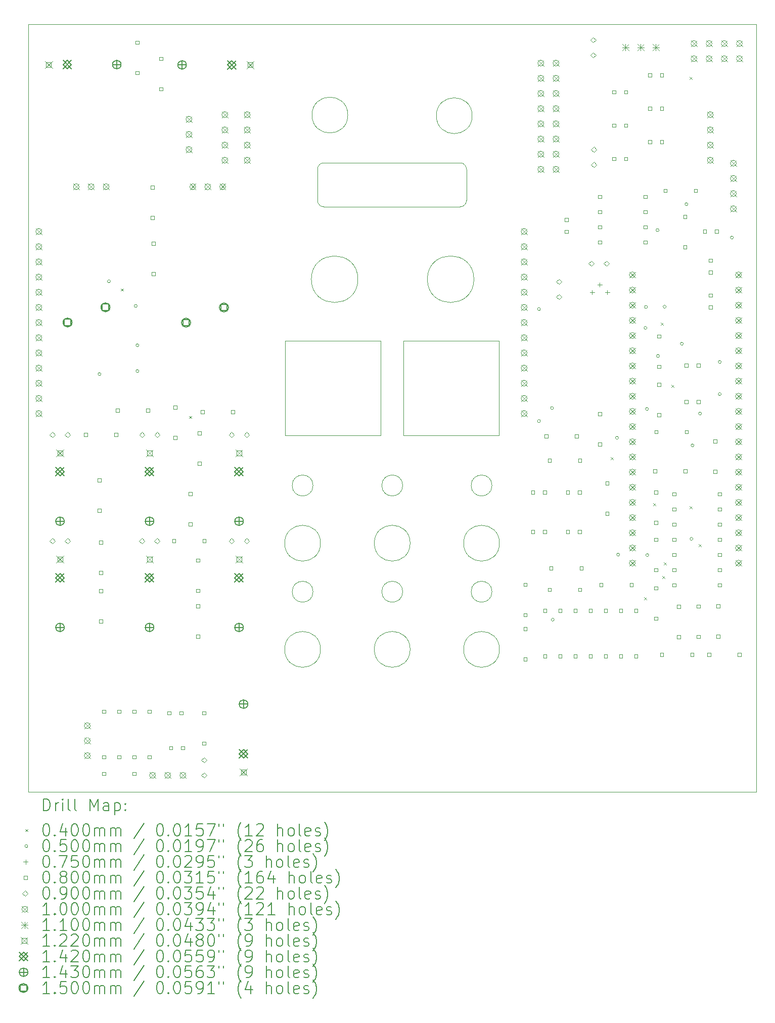
<source format=gbr>
%TF.GenerationSoftware,KiCad,Pcbnew,7.0.9*%
%TF.CreationDate,2023-11-30T21:37:07+01:00*%
%TF.ProjectId,euroPI-kicad_incl_555_clock,6575726f-5049-42d6-9b69-6361645f696e,rev?*%
%TF.SameCoordinates,Original*%
%TF.FileFunction,Drillmap*%
%TF.FilePolarity,Positive*%
%FSLAX45Y45*%
G04 Gerber Fmt 4.5, Leading zero omitted, Abs format (unit mm)*
G04 Created by KiCad (PCBNEW 7.0.9) date 2023-11-30 21:37:07*
%MOMM*%
%LPD*%
G01*
G04 APERTURE LIST*
%ADD10C,0.100000*%
%ADD11C,0.200000*%
%ADD12C,0.110000*%
%ADD13C,0.122000*%
%ADD14C,0.142000*%
%ADD15C,0.143000*%
%ADD16C,0.150000*%
G04 APERTURE END LIST*
D10*
X12899380Y-10261080D02*
G75*
G03*
X12899380Y-10261080I-175000J0D01*
G01*
X13024380Y-13005080D02*
G75*
G03*
X13024380Y-13005080I-300000J0D01*
G01*
X13081419Y-4858340D02*
G75*
G03*
X12974320Y-4965020I-209J-106890D01*
G01*
X16021580Y-13004800D02*
G75*
G03*
X16021580Y-13004800I-300000J0D01*
G01*
X12974320Y-5488521D02*
G75*
G03*
X13081000Y-5595620I106890J-209D01*
G01*
X16021580Y-11226800D02*
G75*
G03*
X16021580Y-11226800I-300000J0D01*
G01*
X14525520Y-11226800D02*
G75*
G03*
X14525520Y-11226800I-300000J0D01*
G01*
X14525520Y-13004800D02*
G75*
G03*
X14525520Y-13004800I-300000J0D01*
G01*
X8128000Y-2540000D02*
X20320000Y-2540000D01*
X20320000Y-15389860D01*
X8128000Y-15389860D01*
X8128000Y-2540000D01*
X13650320Y-6807200D02*
G75*
G03*
X13650320Y-6807200I-390000J0D01*
G01*
X13481580Y-4058400D02*
G75*
G03*
X13481580Y-4058400I-300000J0D01*
G01*
X15896580Y-12039600D02*
G75*
G03*
X15896580Y-12039600I-175000J0D01*
G01*
X12899380Y-12039880D02*
G75*
G03*
X12899380Y-12039880I-175000J0D01*
G01*
X15361501Y-5595830D02*
G75*
G03*
X15468600Y-5489150I209J106890D01*
G01*
X15593420Y-6807200D02*
G75*
G03*
X15593420Y-6807200I-390000J0D01*
G01*
X12974320Y-4965020D02*
X12974322Y-5488521D01*
X14400520Y-12039600D02*
G75*
G03*
X14400520Y-12039600I-175000J0D01*
G01*
X14414500Y-7835900D02*
X16014700Y-7835900D01*
X16014700Y-9423400D01*
X14414500Y-9423400D01*
X14414500Y-7835900D01*
X12433300Y-7835900D02*
X14033500Y-7835900D01*
X14033500Y-9423400D01*
X12433300Y-9423400D01*
X12433300Y-7835900D01*
X13081000Y-5595620D02*
X15361501Y-5595829D01*
X15896580Y-10260800D02*
G75*
G03*
X15896580Y-10260800I-175000J0D01*
G01*
X15468599Y-4965700D02*
G75*
G03*
X15361922Y-4858601I-106889J210D01*
G01*
X15564380Y-4069600D02*
G75*
G03*
X15564380Y-4069600I-300000J0D01*
G01*
X15468600Y-5489150D02*
X15468600Y-4965700D01*
X15361922Y-4858601D02*
X13081419Y-4858342D01*
X14400520Y-10260800D02*
G75*
G03*
X14400520Y-10260800I-175000J0D01*
G01*
X13024380Y-11227080D02*
G75*
G03*
X13024380Y-11227080I-300000J0D01*
G01*
D11*
D10*
X9682800Y-6965000D02*
X9722800Y-7005000D01*
X9722800Y-6965000D02*
X9682800Y-7005000D01*
X10825800Y-9098600D02*
X10865800Y-9138600D01*
X10865800Y-9098600D02*
X10825800Y-9138600D01*
X17884433Y-9784818D02*
X17924433Y-9824818D01*
X17924433Y-9784818D02*
X17884433Y-9824818D01*
X18445800Y-12134800D02*
X18485800Y-12174800D01*
X18485800Y-12134800D02*
X18445800Y-12174800D01*
X18598200Y-10560000D02*
X18638200Y-10600000D01*
X18638200Y-10560000D02*
X18598200Y-10600000D01*
X18725200Y-7537400D02*
X18765200Y-7577400D01*
X18765200Y-7537400D02*
X18725200Y-7577400D01*
X18750600Y-11779200D02*
X18790600Y-11819200D01*
X18790600Y-11779200D02*
X18750600Y-11819200D01*
X18776000Y-11550600D02*
X18816000Y-11590600D01*
X18816000Y-11550600D02*
X18776000Y-11590600D01*
X18903000Y-8578800D02*
X18943000Y-8618800D01*
X18943000Y-8578800D02*
X18903000Y-8618800D01*
X19207800Y-3422600D02*
X19247800Y-3462600D01*
X19247800Y-3422600D02*
X19207800Y-3462600D01*
X19207800Y-10610800D02*
X19247800Y-10650800D01*
X19247800Y-10610800D02*
X19207800Y-10650800D01*
X19360200Y-11245800D02*
X19400200Y-11285800D01*
X19400200Y-11245800D02*
X19360200Y-11285800D01*
X9346800Y-8395600D02*
G75*
G03*
X9346800Y-8395600I-25000J0D01*
G01*
X9505463Y-6843000D02*
G75*
G03*
X9505463Y-6843000I-25000J0D01*
G01*
X9954600Y-7254400D02*
G75*
G03*
X9954600Y-7254400I-25000J0D01*
G01*
X9981800Y-7913000D02*
G75*
G03*
X9981800Y-7913000I-25000J0D01*
G01*
X9981800Y-8344800D02*
G75*
G03*
X9981800Y-8344800I-25000J0D01*
G01*
X16707337Y-7307600D02*
G75*
G03*
X16707337Y-7307600I-25000J0D01*
G01*
X16707535Y-9182860D02*
G75*
G03*
X16707535Y-9182860I-25000J0D01*
G01*
X16926099Y-8964297D02*
G75*
G03*
X16926099Y-8964297I-25000J0D01*
G01*
X16938698Y-12507697D02*
G75*
G03*
X16938698Y-12507697I-25000J0D01*
G01*
X18014472Y-9462400D02*
G75*
G03*
X18014472Y-9462400I-25000J0D01*
G01*
X18033599Y-11418200D02*
G75*
G03*
X18033599Y-11418200I-25000J0D01*
G01*
X18490800Y-7621990D02*
G75*
G03*
X18490800Y-7621990I-25000J0D01*
G01*
X18499626Y-7272646D02*
G75*
G03*
X18499626Y-7272646I-25000J0D01*
G01*
X18516200Y-8979800D02*
G75*
G03*
X18516200Y-8979800I-25000J0D01*
G01*
X18521959Y-11425777D02*
G75*
G03*
X18521959Y-11425777I-25000J0D01*
G01*
X18694000Y-5985140D02*
G75*
G03*
X18694000Y-5985140I-25000J0D01*
G01*
X18700600Y-8091179D02*
G75*
G03*
X18700600Y-8091179I-25000J0D01*
G01*
X18811285Y-7267261D02*
G75*
G03*
X18811285Y-7267261I-25000J0D01*
G01*
X19100400Y-7887600D02*
G75*
G03*
X19100400Y-7887600I-25000J0D01*
G01*
X19176600Y-5550800D02*
G75*
G03*
X19176600Y-5550800I-25000J0D01*
G01*
X19260716Y-11154558D02*
G75*
G03*
X19260716Y-11154558I-25000J0D01*
G01*
X19278200Y-9589400D02*
G75*
G03*
X19278200Y-9589400I-25000J0D01*
G01*
X19405200Y-9056000D02*
G75*
G03*
X19405200Y-9056000I-25000J0D01*
G01*
X19735400Y-8192400D02*
G75*
G03*
X19735400Y-8192400I-25000J0D01*
G01*
X19735400Y-8730618D02*
G75*
G03*
X19735400Y-8730618I-25000J0D01*
G01*
X19938600Y-6109600D02*
G75*
G03*
X19938600Y-6109600I-25000J0D01*
G01*
X17574800Y-6989040D02*
X17574800Y-7064040D01*
X17537300Y-7026540D02*
X17612300Y-7026540D01*
X17701800Y-6862040D02*
X17701800Y-6937040D01*
X17664300Y-6899540D02*
X17739300Y-6899540D01*
X17828800Y-6989040D02*
X17828800Y-7064040D01*
X17791300Y-7026540D02*
X17866300Y-7026540D01*
X9118585Y-9439885D02*
X9118585Y-9383316D01*
X9062016Y-9383316D01*
X9062016Y-9439885D01*
X9118585Y-9439885D01*
X9350085Y-10201885D02*
X9350085Y-10145316D01*
X9293516Y-10145316D01*
X9293516Y-10201885D01*
X9350085Y-10201885D01*
X9350085Y-10709885D02*
X9350085Y-10653316D01*
X9293516Y-10653316D01*
X9293516Y-10709885D01*
X9350085Y-10709885D01*
X9375485Y-11240384D02*
X9375485Y-11183816D01*
X9318916Y-11183816D01*
X9318916Y-11240384D01*
X9375485Y-11240384D01*
X9375485Y-11748384D02*
X9375485Y-11691815D01*
X9318916Y-11691815D01*
X9318916Y-11748384D01*
X9375485Y-11748384D01*
X9375485Y-12056084D02*
X9375485Y-11999515D01*
X9318916Y-11999515D01*
X9318916Y-12056084D01*
X9375485Y-12056084D01*
X9375485Y-12564084D02*
X9375485Y-12507515D01*
X9318916Y-12507515D01*
X9318916Y-12564084D01*
X9375485Y-12564084D01*
X9426285Y-14074484D02*
X9426285Y-14017915D01*
X9369716Y-14017915D01*
X9369716Y-14074484D01*
X9426285Y-14074484D01*
X9426285Y-14836484D02*
X9426285Y-14779915D01*
X9369716Y-14779915D01*
X9369716Y-14836484D01*
X9426285Y-14836484D01*
X9426285Y-15115884D02*
X9426285Y-15059315D01*
X9369716Y-15059315D01*
X9369716Y-15115884D01*
X9426285Y-15115884D01*
X9626585Y-9439885D02*
X9626585Y-9383316D01*
X9570016Y-9383316D01*
X9570016Y-9439885D01*
X9626585Y-9439885D01*
X9654885Y-9033485D02*
X9654885Y-8976916D01*
X9598316Y-8976916D01*
X9598316Y-9033485D01*
X9654885Y-9033485D01*
X9680285Y-14074484D02*
X9680285Y-14017915D01*
X9623716Y-14017915D01*
X9623716Y-14074484D01*
X9680285Y-14074484D01*
X9680285Y-14836484D02*
X9680285Y-14779915D01*
X9623716Y-14779915D01*
X9623716Y-14836484D01*
X9680285Y-14836484D01*
X9934285Y-14074484D02*
X9934285Y-14017915D01*
X9877716Y-14017915D01*
X9877716Y-14074484D01*
X9934285Y-14074484D01*
X9934285Y-14836484D02*
X9934285Y-14779915D01*
X9877716Y-14779915D01*
X9877716Y-14836484D01*
X9934285Y-14836484D01*
X9934285Y-15115884D02*
X9934285Y-15059315D01*
X9877716Y-15059315D01*
X9877716Y-15115884D01*
X9934285Y-15115884D01*
X9986249Y-2871084D02*
X9986249Y-2814515D01*
X9929680Y-2814515D01*
X9929680Y-2871084D01*
X9986249Y-2871084D01*
X9986249Y-3379084D02*
X9986249Y-3322515D01*
X9929680Y-3322515D01*
X9929680Y-3379084D01*
X9986249Y-3379084D01*
X10162885Y-9033485D02*
X10162885Y-8976916D01*
X10106316Y-8976916D01*
X10106316Y-9033485D01*
X10162885Y-9033485D01*
X10188285Y-14074484D02*
X10188285Y-14017915D01*
X10131716Y-14017915D01*
X10131716Y-14074484D01*
X10188285Y-14074484D01*
X10188285Y-14836484D02*
X10188285Y-14779915D01*
X10131716Y-14779915D01*
X10131716Y-14836484D01*
X10188285Y-14836484D01*
X10240249Y-5299685D02*
X10240249Y-5243116D01*
X10183680Y-5243116D01*
X10183680Y-5299685D01*
X10240249Y-5299685D01*
X10240249Y-5807684D02*
X10240249Y-5751115D01*
X10183680Y-5751115D01*
X10183680Y-5807684D01*
X10240249Y-5807684D01*
X10251785Y-6239484D02*
X10251785Y-6182915D01*
X10195216Y-6182915D01*
X10195216Y-6239484D01*
X10251785Y-6239484D01*
X10251785Y-6747484D02*
X10251785Y-6690915D01*
X10195216Y-6690915D01*
X10195216Y-6747484D01*
X10251785Y-6747484D01*
X10379949Y-3142484D02*
X10379949Y-3085915D01*
X10323380Y-3085915D01*
X10323380Y-3142484D01*
X10379949Y-3142484D01*
X10379949Y-3650484D02*
X10379949Y-3593915D01*
X10323380Y-3593915D01*
X10323380Y-3650484D01*
X10379949Y-3650484D01*
X10518485Y-14099884D02*
X10518485Y-14043315D01*
X10461916Y-14043315D01*
X10461916Y-14099884D01*
X10518485Y-14099884D01*
X10547085Y-14684084D02*
X10547085Y-14627515D01*
X10490516Y-14627515D01*
X10490516Y-14684084D01*
X10547085Y-14684084D01*
X10597585Y-11217884D02*
X10597585Y-11161316D01*
X10541016Y-11161316D01*
X10541016Y-11217884D01*
X10597585Y-11217884D01*
X10620085Y-8979785D02*
X10620085Y-8923216D01*
X10563516Y-8923216D01*
X10563516Y-8979785D01*
X10620085Y-8979785D01*
X10620085Y-9487785D02*
X10620085Y-9431216D01*
X10563516Y-9431216D01*
X10563516Y-9487785D01*
X10620085Y-9487785D01*
X10718485Y-14099884D02*
X10718485Y-14043315D01*
X10661916Y-14043315D01*
X10661916Y-14099884D01*
X10718485Y-14099884D01*
X10747085Y-14684084D02*
X10747085Y-14627515D01*
X10690516Y-14627515D01*
X10690516Y-14684084D01*
X10747085Y-14684084D01*
X10874085Y-10427585D02*
X10874085Y-10371016D01*
X10817516Y-10371016D01*
X10817516Y-10427585D01*
X10874085Y-10427585D01*
X10874085Y-10935585D02*
X10874085Y-10879016D01*
X10817516Y-10879016D01*
X10817516Y-10935585D01*
X10874085Y-10935585D01*
X11002249Y-11542284D02*
X11002249Y-11485715D01*
X10945680Y-11485715D01*
X10945680Y-11542284D01*
X11002249Y-11542284D01*
X11002249Y-12050284D02*
X11002249Y-11993715D01*
X10945680Y-11993715D01*
X10945680Y-12050284D01*
X11002249Y-12050284D01*
X11002249Y-12307184D02*
X11002249Y-12250615D01*
X10945680Y-12250615D01*
X10945680Y-12307184D01*
X11002249Y-12307184D01*
X11002249Y-12815184D02*
X11002249Y-12758615D01*
X10945680Y-12758615D01*
X10945680Y-12815184D01*
X11002249Y-12815184D01*
X11026485Y-9414485D02*
X11026485Y-9357916D01*
X10969916Y-9357916D01*
X10969916Y-9414485D01*
X11026485Y-9414485D01*
X11026485Y-9922485D02*
X11026485Y-9865916D01*
X10969916Y-9865916D01*
X10969916Y-9922485D01*
X11026485Y-9922485D01*
X11078449Y-9058885D02*
X11078449Y-9002316D01*
X11021880Y-9002316D01*
X11021880Y-9058885D01*
X11078449Y-9058885D01*
X11102685Y-14099884D02*
X11102685Y-14043315D01*
X11046116Y-14043315D01*
X11046116Y-14099884D01*
X11102685Y-14099884D01*
X11102685Y-14607884D02*
X11102685Y-14551315D01*
X11046116Y-14551315D01*
X11046116Y-14607884D01*
X11102685Y-14607884D01*
X11105585Y-11217884D02*
X11105585Y-11161316D01*
X11049016Y-11161316D01*
X11049016Y-11217884D01*
X11105585Y-11217884D01*
X11586449Y-9058885D02*
X11586449Y-9002316D01*
X11529880Y-9002316D01*
X11529880Y-9058885D01*
X11586449Y-9058885D01*
X16482220Y-11948544D02*
X16482220Y-11891975D01*
X16425651Y-11891975D01*
X16425651Y-11948544D01*
X16482220Y-11948544D01*
X16482220Y-12456544D02*
X16482220Y-12399975D01*
X16425651Y-12399975D01*
X16425651Y-12456544D01*
X16482220Y-12456544D01*
X16482220Y-12690944D02*
X16482220Y-12634375D01*
X16425651Y-12634375D01*
X16425651Y-12690944D01*
X16482220Y-12690944D01*
X16482220Y-13198944D02*
X16482220Y-13142375D01*
X16425651Y-13142375D01*
X16425651Y-13198944D01*
X16482220Y-13198944D01*
X16607620Y-10404945D02*
X16607620Y-10348376D01*
X16551051Y-10348376D01*
X16551051Y-10404945D01*
X16607620Y-10404945D01*
X16609220Y-11065345D02*
X16609220Y-11008776D01*
X16552651Y-11008776D01*
X16552651Y-11065345D01*
X16609220Y-11065345D01*
X16807620Y-10404945D02*
X16807620Y-10348376D01*
X16751051Y-10348376D01*
X16751051Y-10404945D01*
X16807620Y-10404945D01*
X16809220Y-11065345D02*
X16809220Y-11008776D01*
X16752651Y-11008776D01*
X16752651Y-11065345D01*
X16809220Y-11065345D01*
X16812420Y-12386144D02*
X16812420Y-12329575D01*
X16755851Y-12329575D01*
X16755851Y-12386144D01*
X16812420Y-12386144D01*
X16812420Y-13148144D02*
X16812420Y-13091575D01*
X16755851Y-13091575D01*
X16755851Y-13148144D01*
X16812420Y-13148144D01*
X16834920Y-9465145D02*
X16834920Y-9408576D01*
X16778351Y-9408576D01*
X16778351Y-9465145D01*
X16834920Y-9465145D01*
X16888620Y-9871545D02*
X16888620Y-9814976D01*
X16832051Y-9814976D01*
X16832051Y-9871545D01*
X16888620Y-9871545D01*
X16888620Y-12033444D02*
X16888620Y-11976875D01*
X16832051Y-11976875D01*
X16832051Y-12033444D01*
X16888620Y-12033444D01*
X16914020Y-11674944D02*
X16914020Y-11618375D01*
X16857451Y-11618375D01*
X16857451Y-11674944D01*
X16914020Y-11674944D01*
X17066420Y-12386144D02*
X17066420Y-12329575D01*
X17009851Y-12329575D01*
X17009851Y-12386144D01*
X17066420Y-12386144D01*
X17066420Y-13148144D02*
X17066420Y-13091575D01*
X17009851Y-13091575D01*
X17009851Y-13148144D01*
X17066420Y-13148144D01*
X17173285Y-5837224D02*
X17173285Y-5780655D01*
X17116716Y-5780655D01*
X17116716Y-5837224D01*
X17173285Y-5837224D01*
X17173285Y-6037224D02*
X17173285Y-5980655D01*
X17116716Y-5980655D01*
X17116716Y-6037224D01*
X17173285Y-6037224D01*
X17191820Y-10404945D02*
X17191820Y-10348376D01*
X17135251Y-10348376D01*
X17135251Y-10404945D01*
X17191820Y-10404945D01*
X17193420Y-11065345D02*
X17193420Y-11008776D01*
X17136851Y-11008776D01*
X17136851Y-11065345D01*
X17193420Y-11065345D01*
X17320420Y-12386144D02*
X17320420Y-12329575D01*
X17263851Y-12329575D01*
X17263851Y-12386144D01*
X17320420Y-12386144D01*
X17320420Y-13148144D02*
X17320420Y-13091575D01*
X17263851Y-13091575D01*
X17263851Y-13148144D01*
X17320420Y-13148144D01*
X17342920Y-9465145D02*
X17342920Y-9408576D01*
X17286351Y-9408576D01*
X17286351Y-9465145D01*
X17342920Y-9465145D01*
X17391820Y-10404945D02*
X17391820Y-10348376D01*
X17335251Y-10348376D01*
X17335251Y-10404945D01*
X17391820Y-10404945D01*
X17393420Y-11065345D02*
X17393420Y-11008776D01*
X17336851Y-11008776D01*
X17336851Y-11065345D01*
X17393420Y-11065345D01*
X17396620Y-9871545D02*
X17396620Y-9814976D01*
X17340051Y-9814976D01*
X17340051Y-9871545D01*
X17396620Y-9871545D01*
X17396620Y-12033444D02*
X17396620Y-11976875D01*
X17340051Y-11976875D01*
X17340051Y-12033444D01*
X17396620Y-12033444D01*
X17422020Y-11674944D02*
X17422020Y-11618375D01*
X17365451Y-11618375D01*
X17365451Y-11674944D01*
X17422020Y-11674944D01*
X17574420Y-12386144D02*
X17574420Y-12329575D01*
X17517851Y-12329575D01*
X17517851Y-12386144D01*
X17574420Y-12386144D01*
X17574420Y-13148144D02*
X17574420Y-13091575D01*
X17517851Y-13091575D01*
X17517851Y-13148144D01*
X17574420Y-13148144D01*
X17732085Y-5454625D02*
X17732085Y-5398056D01*
X17675516Y-5398056D01*
X17675516Y-5454625D01*
X17732085Y-5454625D01*
X17732085Y-5708624D02*
X17732085Y-5652055D01*
X17675516Y-5652055D01*
X17675516Y-5708624D01*
X17732085Y-5708624D01*
X17732085Y-5962624D02*
X17732085Y-5906055D01*
X17675516Y-5906055D01*
X17675516Y-5962624D01*
X17732085Y-5962624D01*
X17732085Y-6216624D02*
X17732085Y-6160055D01*
X17675516Y-6160055D01*
X17675516Y-6216624D01*
X17732085Y-6216624D01*
X17732085Y-9089725D02*
X17732085Y-9033156D01*
X17675516Y-9033156D01*
X17675516Y-9089725D01*
X17732085Y-9089725D01*
X17732085Y-9597725D02*
X17732085Y-9541156D01*
X17675516Y-9541156D01*
X17675516Y-9597725D01*
X17732085Y-9597725D01*
X17752220Y-11954344D02*
X17752220Y-11897775D01*
X17695651Y-11897775D01*
X17695651Y-11954344D01*
X17752220Y-11954344D01*
X17828420Y-12386144D02*
X17828420Y-12329575D01*
X17771851Y-12329575D01*
X17771851Y-12386144D01*
X17828420Y-12386144D01*
X17828420Y-13148144D02*
X17828420Y-13091575D01*
X17771851Y-13091575D01*
X17771851Y-13148144D01*
X17828420Y-13148144D01*
X17853820Y-10249645D02*
X17853820Y-10193076D01*
X17797251Y-10193076D01*
X17797251Y-10249645D01*
X17853820Y-10249645D01*
X17853820Y-10757645D02*
X17853820Y-10701076D01*
X17797251Y-10701076D01*
X17797251Y-10757645D01*
X17853820Y-10757645D01*
X17965485Y-3702024D02*
X17965485Y-3645455D01*
X17908916Y-3645455D01*
X17908916Y-3702024D01*
X17965485Y-3702024D01*
X17965485Y-4260825D02*
X17965485Y-4204256D01*
X17908916Y-4204256D01*
X17908916Y-4260825D01*
X17965485Y-4260825D01*
X17965485Y-4819625D02*
X17965485Y-4763056D01*
X17908916Y-4763056D01*
X17908916Y-4819625D01*
X17965485Y-4819625D01*
X18082420Y-12386144D02*
X18082420Y-12329575D01*
X18025851Y-12329575D01*
X18025851Y-12386144D01*
X18082420Y-12386144D01*
X18082420Y-13148144D02*
X18082420Y-13091575D01*
X18025851Y-13091575D01*
X18025851Y-13148144D01*
X18082420Y-13148144D01*
X18165485Y-3702024D02*
X18165485Y-3645455D01*
X18108916Y-3645455D01*
X18108916Y-3702024D01*
X18165485Y-3702024D01*
X18165485Y-4260825D02*
X18165485Y-4204256D01*
X18108916Y-4204256D01*
X18108916Y-4260825D01*
X18165485Y-4260825D01*
X18165485Y-4819625D02*
X18165485Y-4763056D01*
X18108916Y-4763056D01*
X18108916Y-4819625D01*
X18165485Y-4819625D01*
X18260220Y-11954344D02*
X18260220Y-11897775D01*
X18203651Y-11897775D01*
X18203651Y-11954344D01*
X18260220Y-11954344D01*
X18336420Y-12386144D02*
X18336420Y-12329575D01*
X18279851Y-12329575D01*
X18279851Y-12386144D01*
X18336420Y-12386144D01*
X18336420Y-13148144D02*
X18336420Y-13091575D01*
X18279851Y-13091575D01*
X18279851Y-13148144D01*
X18336420Y-13148144D01*
X18494085Y-5454625D02*
X18494085Y-5398056D01*
X18437516Y-5398056D01*
X18437516Y-5454625D01*
X18494085Y-5454625D01*
X18494085Y-5708624D02*
X18494085Y-5652055D01*
X18437516Y-5652055D01*
X18437516Y-5708624D01*
X18494085Y-5708624D01*
X18494085Y-5962624D02*
X18494085Y-5906055D01*
X18437516Y-5906055D01*
X18437516Y-5962624D01*
X18494085Y-5962624D01*
X18494085Y-6216624D02*
X18494085Y-6160055D01*
X18437516Y-6160055D01*
X18437516Y-6216624D01*
X18494085Y-6216624D01*
X18568220Y-3419944D02*
X18568220Y-3363375D01*
X18511651Y-3363375D01*
X18511651Y-3419944D01*
X18568220Y-3419944D01*
X18568220Y-3978744D02*
X18568220Y-3922175D01*
X18511651Y-3922175D01*
X18511651Y-3978744D01*
X18568220Y-3978744D01*
X18568220Y-4537545D02*
X18568220Y-4480976D01*
X18511651Y-4480976D01*
X18511651Y-4537545D01*
X18568220Y-4537545D01*
X18652285Y-10049125D02*
X18652285Y-9992556D01*
X18595716Y-9992556D01*
X18595716Y-10049125D01*
X18652285Y-10049125D01*
X18671885Y-10401825D02*
X18671885Y-10345256D01*
X18615316Y-10345256D01*
X18615316Y-10401825D01*
X18671885Y-10401825D01*
X18671885Y-10909825D02*
X18671885Y-10853256D01*
X18615316Y-10853256D01*
X18615316Y-10909825D01*
X18671885Y-10909825D01*
X18671885Y-11195024D02*
X18671885Y-11138456D01*
X18615316Y-11138456D01*
X18615316Y-11195024D01*
X18671885Y-11195024D01*
X18671885Y-11703024D02*
X18671885Y-11646455D01*
X18615316Y-11646455D01*
X18615316Y-11703024D01*
X18671885Y-11703024D01*
X18671885Y-12007824D02*
X18671885Y-11951255D01*
X18615316Y-11951255D01*
X18615316Y-12007824D01*
X18671885Y-12007824D01*
X18671885Y-12515824D02*
X18671885Y-12459255D01*
X18615316Y-12459255D01*
X18615316Y-12515824D01*
X18671885Y-12515824D01*
X18674785Y-9391625D02*
X18674785Y-9335056D01*
X18618216Y-9335056D01*
X18618216Y-9391625D01*
X18674785Y-9391625D01*
X18719785Y-7791424D02*
X18719785Y-7734855D01*
X18663216Y-7734855D01*
X18663216Y-7791424D01*
X18719785Y-7791424D01*
X18719785Y-8299424D02*
X18719785Y-8242855D01*
X18663216Y-8242855D01*
X18663216Y-8299424D01*
X18719785Y-8299424D01*
X18719785Y-8601325D02*
X18719785Y-8544756D01*
X18663216Y-8544756D01*
X18663216Y-8601325D01*
X18719785Y-8601325D01*
X18719785Y-9109325D02*
X18719785Y-9052756D01*
X18663216Y-9052756D01*
X18663216Y-9109325D01*
X18719785Y-9109325D01*
X18768220Y-3419944D02*
X18768220Y-3363375D01*
X18711651Y-3363375D01*
X18711651Y-3419944D01*
X18768220Y-3419944D01*
X18768220Y-3978744D02*
X18768220Y-3922175D01*
X18711651Y-3922175D01*
X18711651Y-3978744D01*
X18768220Y-3978744D01*
X18768220Y-4537545D02*
X18768220Y-4480976D01*
X18711651Y-4480976D01*
X18711651Y-4537545D01*
X18768220Y-4537545D01*
X18768220Y-13122744D02*
X18768220Y-13066175D01*
X18711651Y-13066175D01*
X18711651Y-13122744D01*
X18768220Y-13122744D01*
X18827185Y-5353025D02*
X18827185Y-5296456D01*
X18770616Y-5296456D01*
X18770616Y-5353025D01*
X18827185Y-5353025D01*
X18976685Y-10433025D02*
X18976685Y-10376456D01*
X18920116Y-10376456D01*
X18920116Y-10433025D01*
X18976685Y-10433025D01*
X18976685Y-10687025D02*
X18976685Y-10630456D01*
X18920116Y-10630456D01*
X18920116Y-10687025D01*
X18976685Y-10687025D01*
X18976685Y-10941025D02*
X18976685Y-10884456D01*
X18920116Y-10884456D01*
X18920116Y-10941025D01*
X18976685Y-10941025D01*
X18976685Y-11195024D02*
X18976685Y-11138456D01*
X18920116Y-11138456D01*
X18920116Y-11195024D01*
X18976685Y-11195024D01*
X18976685Y-11449024D02*
X18976685Y-11392455D01*
X18920116Y-11392455D01*
X18920116Y-11449024D01*
X18976685Y-11449024D01*
X18976685Y-11703024D02*
X18976685Y-11646455D01*
X18920116Y-11646455D01*
X18920116Y-11703024D01*
X18976685Y-11703024D01*
X18976685Y-11957024D02*
X18976685Y-11900455D01*
X18920116Y-11900455D01*
X18920116Y-11957024D01*
X18976685Y-11957024D01*
X19052885Y-12315524D02*
X19052885Y-12258955D01*
X18996316Y-12258955D01*
X18996316Y-12315524D01*
X19052885Y-12315524D01*
X19052885Y-12823524D02*
X19052885Y-12766955D01*
X18996316Y-12766955D01*
X18996316Y-12823524D01*
X19052885Y-12823524D01*
X19157385Y-5787724D02*
X19157385Y-5731155D01*
X19100816Y-5731155D01*
X19100816Y-5787724D01*
X19157385Y-5787724D01*
X19157385Y-6295724D02*
X19157385Y-6239155D01*
X19100816Y-6239155D01*
X19100816Y-6295724D01*
X19157385Y-6295724D01*
X19160285Y-10049125D02*
X19160285Y-9992556D01*
X19103716Y-9992556D01*
X19103716Y-10049125D01*
X19160285Y-10049125D01*
X19179885Y-8277755D02*
X19179885Y-8221186D01*
X19123316Y-8221186D01*
X19123316Y-8277755D01*
X19179885Y-8277755D01*
X19179885Y-8887355D02*
X19179885Y-8830786D01*
X19123316Y-8830786D01*
X19123316Y-8887355D01*
X19179885Y-8887355D01*
X19182785Y-9391625D02*
X19182785Y-9335056D01*
X19126216Y-9335056D01*
X19126216Y-9391625D01*
X19182785Y-9391625D01*
X19276220Y-13122744D02*
X19276220Y-13066175D01*
X19219651Y-13066175D01*
X19219651Y-13122744D01*
X19276220Y-13122744D01*
X19335185Y-5353025D02*
X19335185Y-5296456D01*
X19278616Y-5296456D01*
X19278616Y-5353025D01*
X19335185Y-5353025D01*
X19379885Y-8277755D02*
X19379885Y-8221186D01*
X19323316Y-8221186D01*
X19323316Y-8277755D01*
X19379885Y-8277755D01*
X19379885Y-8887355D02*
X19379885Y-8830786D01*
X19323316Y-8830786D01*
X19323316Y-8887355D01*
X19379885Y-8887355D01*
X19383085Y-12312624D02*
X19383085Y-12256055D01*
X19326516Y-12256055D01*
X19326516Y-12312624D01*
X19383085Y-12312624D01*
X19383085Y-12820624D02*
X19383085Y-12764055D01*
X19326516Y-12764055D01*
X19326516Y-12820624D01*
X19383085Y-12820624D01*
X19486285Y-6036284D02*
X19486285Y-5979715D01*
X19429716Y-5979715D01*
X19429716Y-6036284D01*
X19486285Y-6036284D01*
X19558520Y-13122744D02*
X19558520Y-13066175D01*
X19501951Y-13066175D01*
X19501951Y-13122744D01*
X19558520Y-13122744D01*
X19586285Y-6522084D02*
X19586285Y-6465515D01*
X19529716Y-6465515D01*
X19529716Y-6522084D01*
X19586285Y-6522084D01*
X19586285Y-6722084D02*
X19586285Y-6665515D01*
X19529716Y-6665515D01*
X19529716Y-6722084D01*
X19586285Y-6722084D01*
X19586285Y-7106284D02*
X19586285Y-7049715D01*
X19529716Y-7049715D01*
X19529716Y-7106284D01*
X19586285Y-7106284D01*
X19586285Y-7306284D02*
X19586285Y-7249715D01*
X19529716Y-7249715D01*
X19529716Y-7306284D01*
X19586285Y-7306284D01*
X19662485Y-9546925D02*
X19662485Y-9490356D01*
X19605916Y-9490356D01*
X19605916Y-9546925D01*
X19662485Y-9546925D01*
X19662485Y-10054925D02*
X19662485Y-9998356D01*
X19605916Y-9998356D01*
X19605916Y-10054925D01*
X19662485Y-10054925D01*
X19686285Y-6036284D02*
X19686285Y-5979715D01*
X19629716Y-5979715D01*
X19629716Y-6036284D01*
X19686285Y-6036284D01*
X19713285Y-12309724D02*
X19713285Y-12253155D01*
X19656716Y-12253155D01*
X19656716Y-12309724D01*
X19713285Y-12309724D01*
X19713285Y-12817724D02*
X19713285Y-12761155D01*
X19656716Y-12761155D01*
X19656716Y-12817724D01*
X19713285Y-12817724D01*
X19738685Y-10433025D02*
X19738685Y-10376456D01*
X19682116Y-10376456D01*
X19682116Y-10433025D01*
X19738685Y-10433025D01*
X19738685Y-10687025D02*
X19738685Y-10630456D01*
X19682116Y-10630456D01*
X19682116Y-10687025D01*
X19738685Y-10687025D01*
X19738685Y-10941025D02*
X19738685Y-10884456D01*
X19682116Y-10884456D01*
X19682116Y-10941025D01*
X19738685Y-10941025D01*
X19738685Y-11195024D02*
X19738685Y-11138456D01*
X19682116Y-11138456D01*
X19682116Y-11195024D01*
X19738685Y-11195024D01*
X19738685Y-11449024D02*
X19738685Y-11392455D01*
X19682116Y-11392455D01*
X19682116Y-11449024D01*
X19738685Y-11449024D01*
X19738685Y-11703024D02*
X19738685Y-11646455D01*
X19682116Y-11646455D01*
X19682116Y-11703024D01*
X19738685Y-11703024D01*
X19738685Y-11957024D02*
X19738685Y-11900455D01*
X19682116Y-11900455D01*
X19682116Y-11957024D01*
X19738685Y-11957024D01*
X20066520Y-13122744D02*
X20066520Y-13066175D01*
X20009951Y-13066175D01*
X20009951Y-13122744D01*
X20066520Y-13122744D01*
X8533900Y-11234600D02*
X8578900Y-11189600D01*
X8533900Y-11144600D01*
X8488900Y-11189600D01*
X8533900Y-11234600D01*
X8534900Y-9456600D02*
X8579900Y-9411600D01*
X8534900Y-9366600D01*
X8489900Y-9411600D01*
X8534900Y-9456600D01*
X8787900Y-11234600D02*
X8832900Y-11189600D01*
X8787900Y-11144600D01*
X8742900Y-11189600D01*
X8787900Y-11234600D01*
X8788900Y-9456600D02*
X8833900Y-9411600D01*
X8788900Y-9366600D01*
X8743900Y-9411600D01*
X8788900Y-9456600D01*
X10033082Y-11234600D02*
X10078082Y-11189600D01*
X10033082Y-11144600D01*
X9988082Y-11189600D01*
X10033082Y-11234600D01*
X10034082Y-9456600D02*
X10079082Y-9411600D01*
X10034082Y-9366600D01*
X9989082Y-9411600D01*
X10034082Y-9456600D01*
X10287082Y-11234600D02*
X10332082Y-11189600D01*
X10287082Y-11144600D01*
X10242082Y-11189600D01*
X10287082Y-11234600D01*
X10288082Y-9456600D02*
X10333082Y-9411600D01*
X10288082Y-9366600D01*
X10243082Y-9411600D01*
X10288082Y-9456600D01*
X11074400Y-14903500D02*
X11119400Y-14858500D01*
X11074400Y-14813500D01*
X11029400Y-14858500D01*
X11074400Y-14903500D01*
X11074400Y-15157500D02*
X11119400Y-15112500D01*
X11074400Y-15067500D01*
X11029400Y-15112500D01*
X11074400Y-15157500D01*
X11533265Y-9456600D02*
X11578265Y-9411600D01*
X11533265Y-9366600D01*
X11488265Y-9411600D01*
X11533265Y-9456600D01*
X11533265Y-11234600D02*
X11578265Y-11189600D01*
X11533265Y-11144600D01*
X11488265Y-11189600D01*
X11533265Y-11234600D01*
X11787265Y-9456600D02*
X11832265Y-9411600D01*
X11787265Y-9366600D01*
X11742265Y-9411600D01*
X11787265Y-9456600D01*
X11787265Y-11234600D02*
X11832265Y-11189600D01*
X11787265Y-11144600D01*
X11742265Y-11189600D01*
X11787265Y-11234600D01*
X17018000Y-6893740D02*
X17063000Y-6848740D01*
X17018000Y-6803740D01*
X16973000Y-6848740D01*
X17018000Y-6893740D01*
X17018000Y-7147740D02*
X17063000Y-7102740D01*
X17018000Y-7057740D01*
X16973000Y-7102740D01*
X17018000Y-7147740D01*
X17559800Y-6588940D02*
X17604800Y-6543940D01*
X17559800Y-6498940D01*
X17514800Y-6543940D01*
X17559800Y-6588940D01*
X17591335Y-2847900D02*
X17636335Y-2802900D01*
X17591335Y-2757900D01*
X17546335Y-2802900D01*
X17591335Y-2847900D01*
X17591335Y-3101900D02*
X17636335Y-3056900D01*
X17591335Y-3011900D01*
X17546335Y-3056900D01*
X17591335Y-3101900D01*
X17602200Y-4681400D02*
X17647200Y-4636400D01*
X17602200Y-4591400D01*
X17557200Y-4636400D01*
X17602200Y-4681400D01*
X17602200Y-4935400D02*
X17647200Y-4890400D01*
X17602200Y-4845400D01*
X17557200Y-4890400D01*
X17602200Y-4935400D01*
X17813800Y-6588940D02*
X17858800Y-6543940D01*
X17813800Y-6498940D01*
X17768800Y-6543940D01*
X17813800Y-6588940D01*
X8255800Y-5958000D02*
X8355800Y-6058000D01*
X8355800Y-5958000D02*
X8255800Y-6058000D01*
X8355800Y-6008000D02*
G75*
G03*
X8355800Y-6008000I-50000J0D01*
G01*
X8255800Y-6212000D02*
X8355800Y-6312000D01*
X8355800Y-6212000D02*
X8255800Y-6312000D01*
X8355800Y-6262000D02*
G75*
G03*
X8355800Y-6262000I-50000J0D01*
G01*
X8255800Y-6466000D02*
X8355800Y-6566000D01*
X8355800Y-6466000D02*
X8255800Y-6566000D01*
X8355800Y-6516000D02*
G75*
G03*
X8355800Y-6516000I-50000J0D01*
G01*
X8255800Y-6720000D02*
X8355800Y-6820000D01*
X8355800Y-6720000D02*
X8255800Y-6820000D01*
X8355800Y-6770000D02*
G75*
G03*
X8355800Y-6770000I-50000J0D01*
G01*
X8255800Y-6974000D02*
X8355800Y-7074000D01*
X8355800Y-6974000D02*
X8255800Y-7074000D01*
X8355800Y-7024000D02*
G75*
G03*
X8355800Y-7024000I-50000J0D01*
G01*
X8255800Y-7228000D02*
X8355800Y-7328000D01*
X8355800Y-7228000D02*
X8255800Y-7328000D01*
X8355800Y-7278000D02*
G75*
G03*
X8355800Y-7278000I-50000J0D01*
G01*
X8255800Y-7482000D02*
X8355800Y-7582000D01*
X8355800Y-7482000D02*
X8255800Y-7582000D01*
X8355800Y-7532000D02*
G75*
G03*
X8355800Y-7532000I-50000J0D01*
G01*
X8255800Y-7736000D02*
X8355800Y-7836000D01*
X8355800Y-7736000D02*
X8255800Y-7836000D01*
X8355800Y-7786000D02*
G75*
G03*
X8355800Y-7786000I-50000J0D01*
G01*
X8255800Y-7990000D02*
X8355800Y-8090000D01*
X8355800Y-7990000D02*
X8255800Y-8090000D01*
X8355800Y-8040000D02*
G75*
G03*
X8355800Y-8040000I-50000J0D01*
G01*
X8255800Y-8244000D02*
X8355800Y-8344000D01*
X8355800Y-8244000D02*
X8255800Y-8344000D01*
X8355800Y-8294000D02*
G75*
G03*
X8355800Y-8294000I-50000J0D01*
G01*
X8255800Y-8498000D02*
X8355800Y-8598000D01*
X8355800Y-8498000D02*
X8255800Y-8598000D01*
X8355800Y-8548000D02*
G75*
G03*
X8355800Y-8548000I-50000J0D01*
G01*
X8255800Y-8752000D02*
X8355800Y-8852000D01*
X8355800Y-8752000D02*
X8255800Y-8852000D01*
X8355800Y-8802000D02*
G75*
G03*
X8355800Y-8802000I-50000J0D01*
G01*
X8255800Y-9006000D02*
X8355800Y-9106000D01*
X8355800Y-9006000D02*
X8255800Y-9106000D01*
X8355800Y-9056000D02*
G75*
G03*
X8355800Y-9056000I-50000J0D01*
G01*
X8883265Y-5208700D02*
X8983265Y-5308700D01*
X8983265Y-5208700D02*
X8883265Y-5308700D01*
X8983265Y-5258700D02*
G75*
G03*
X8983265Y-5258700I-50000J0D01*
G01*
X9068600Y-14232800D02*
X9168600Y-14332800D01*
X9168600Y-14232800D02*
X9068600Y-14332800D01*
X9168600Y-14282800D02*
G75*
G03*
X9168600Y-14282800I-50000J0D01*
G01*
X9068600Y-14482800D02*
X9168600Y-14582800D01*
X9168600Y-14482800D02*
X9068600Y-14582800D01*
X9168600Y-14532800D02*
G75*
G03*
X9168600Y-14532800I-50000J0D01*
G01*
X9068600Y-14732800D02*
X9168600Y-14832800D01*
X9168600Y-14732800D02*
X9068600Y-14832800D01*
X9168600Y-14782800D02*
G75*
G03*
X9168600Y-14782800I-50000J0D01*
G01*
X9133265Y-5208700D02*
X9233265Y-5308700D01*
X9233265Y-5208700D02*
X9133265Y-5308700D01*
X9233265Y-5258700D02*
G75*
G03*
X9233265Y-5258700I-50000J0D01*
G01*
X9383265Y-5208700D02*
X9483265Y-5308700D01*
X9483265Y-5208700D02*
X9383265Y-5308700D01*
X9483265Y-5258700D02*
G75*
G03*
X9483265Y-5258700I-50000J0D01*
G01*
X10160800Y-15063000D02*
X10260800Y-15163000D01*
X10260800Y-15063000D02*
X10160800Y-15163000D01*
X10260800Y-15113000D02*
G75*
G03*
X10260800Y-15113000I-50000J0D01*
G01*
X10414800Y-15063000D02*
X10514800Y-15163000D01*
X10514800Y-15063000D02*
X10414800Y-15163000D01*
X10514800Y-15113000D02*
G75*
G03*
X10514800Y-15113000I-50000J0D01*
G01*
X10668800Y-15063000D02*
X10768800Y-15163000D01*
X10768800Y-15063000D02*
X10668800Y-15163000D01*
X10768800Y-15113000D02*
G75*
G03*
X10768800Y-15113000I-50000J0D01*
G01*
X10770400Y-4078400D02*
X10870400Y-4178400D01*
X10870400Y-4078400D02*
X10770400Y-4178400D01*
X10870400Y-4128400D02*
G75*
G03*
X10870400Y-4128400I-50000J0D01*
G01*
X10770400Y-4332400D02*
X10870400Y-4432400D01*
X10870400Y-4332400D02*
X10770400Y-4432400D01*
X10870400Y-4382400D02*
G75*
G03*
X10870400Y-4382400I-50000J0D01*
G01*
X10770400Y-4586400D02*
X10870400Y-4686400D01*
X10870400Y-4586400D02*
X10770400Y-4686400D01*
X10870400Y-4636400D02*
G75*
G03*
X10870400Y-4636400I-50000J0D01*
G01*
X10835940Y-5209740D02*
X10935940Y-5309740D01*
X10935940Y-5209740D02*
X10835940Y-5309740D01*
X10935940Y-5259740D02*
G75*
G03*
X10935940Y-5259740I-50000J0D01*
G01*
X11085940Y-5209740D02*
X11185940Y-5309740D01*
X11185940Y-5209740D02*
X11085940Y-5309740D01*
X11185940Y-5259740D02*
G75*
G03*
X11185940Y-5259740I-50000J0D01*
G01*
X11335940Y-5209740D02*
X11435940Y-5309740D01*
X11435940Y-5209740D02*
X11335940Y-5309740D01*
X11435940Y-5259740D02*
G75*
G03*
X11435940Y-5259740I-50000J0D01*
G01*
X11371150Y-4002200D02*
X11471150Y-4102200D01*
X11471150Y-4002200D02*
X11371150Y-4102200D01*
X11471150Y-4052200D02*
G75*
G03*
X11471150Y-4052200I-50000J0D01*
G01*
X11371150Y-4256200D02*
X11471150Y-4356200D01*
X11471150Y-4256200D02*
X11371150Y-4356200D01*
X11471150Y-4306200D02*
G75*
G03*
X11471150Y-4306200I-50000J0D01*
G01*
X11371150Y-4510200D02*
X11471150Y-4610200D01*
X11471150Y-4510200D02*
X11371150Y-4610200D01*
X11471150Y-4560200D02*
G75*
G03*
X11471150Y-4560200I-50000J0D01*
G01*
X11371150Y-4764200D02*
X11471150Y-4864200D01*
X11471150Y-4764200D02*
X11371150Y-4864200D01*
X11471150Y-4814200D02*
G75*
G03*
X11471150Y-4814200I-50000J0D01*
G01*
X11745760Y-4002200D02*
X11845760Y-4102200D01*
X11845760Y-4002200D02*
X11745760Y-4102200D01*
X11845760Y-4052200D02*
G75*
G03*
X11845760Y-4052200I-50000J0D01*
G01*
X11745760Y-4256200D02*
X11845760Y-4356200D01*
X11845760Y-4256200D02*
X11745760Y-4356200D01*
X11845760Y-4306200D02*
G75*
G03*
X11845760Y-4306200I-50000J0D01*
G01*
X11745760Y-4510200D02*
X11845760Y-4610200D01*
X11845760Y-4510200D02*
X11745760Y-4610200D01*
X11845760Y-4560200D02*
G75*
G03*
X11845760Y-4560200I-50000J0D01*
G01*
X11745760Y-4764200D02*
X11845760Y-4864200D01*
X11845760Y-4764200D02*
X11745760Y-4864200D01*
X11845760Y-4814200D02*
G75*
G03*
X11845760Y-4814200I-50000J0D01*
G01*
X16383800Y-5958000D02*
X16483800Y-6058000D01*
X16483800Y-5958000D02*
X16383800Y-6058000D01*
X16483800Y-6008000D02*
G75*
G03*
X16483800Y-6008000I-50000J0D01*
G01*
X16383800Y-6212000D02*
X16483800Y-6312000D01*
X16483800Y-6212000D02*
X16383800Y-6312000D01*
X16483800Y-6262000D02*
G75*
G03*
X16483800Y-6262000I-50000J0D01*
G01*
X16383800Y-6466000D02*
X16483800Y-6566000D01*
X16483800Y-6466000D02*
X16383800Y-6566000D01*
X16483800Y-6516000D02*
G75*
G03*
X16483800Y-6516000I-50000J0D01*
G01*
X16383800Y-6720000D02*
X16483800Y-6820000D01*
X16483800Y-6720000D02*
X16383800Y-6820000D01*
X16483800Y-6770000D02*
G75*
G03*
X16483800Y-6770000I-50000J0D01*
G01*
X16383800Y-6974000D02*
X16483800Y-7074000D01*
X16483800Y-6974000D02*
X16383800Y-7074000D01*
X16483800Y-7024000D02*
G75*
G03*
X16483800Y-7024000I-50000J0D01*
G01*
X16383800Y-7228000D02*
X16483800Y-7328000D01*
X16483800Y-7228000D02*
X16383800Y-7328000D01*
X16483800Y-7278000D02*
G75*
G03*
X16483800Y-7278000I-50000J0D01*
G01*
X16383800Y-7482000D02*
X16483800Y-7582000D01*
X16483800Y-7482000D02*
X16383800Y-7582000D01*
X16483800Y-7532000D02*
G75*
G03*
X16483800Y-7532000I-50000J0D01*
G01*
X16383800Y-7736000D02*
X16483800Y-7836000D01*
X16483800Y-7736000D02*
X16383800Y-7836000D01*
X16483800Y-7786000D02*
G75*
G03*
X16483800Y-7786000I-50000J0D01*
G01*
X16383800Y-7990000D02*
X16483800Y-8090000D01*
X16483800Y-7990000D02*
X16383800Y-8090000D01*
X16483800Y-8040000D02*
G75*
G03*
X16483800Y-8040000I-50000J0D01*
G01*
X16383800Y-8244000D02*
X16483800Y-8344000D01*
X16483800Y-8244000D02*
X16383800Y-8344000D01*
X16483800Y-8294000D02*
G75*
G03*
X16483800Y-8294000I-50000J0D01*
G01*
X16383800Y-8498000D02*
X16483800Y-8598000D01*
X16483800Y-8498000D02*
X16383800Y-8598000D01*
X16483800Y-8548000D02*
G75*
G03*
X16483800Y-8548000I-50000J0D01*
G01*
X16383800Y-8752000D02*
X16483800Y-8852000D01*
X16483800Y-8752000D02*
X16383800Y-8852000D01*
X16483800Y-8802000D02*
G75*
G03*
X16483800Y-8802000I-50000J0D01*
G01*
X16383800Y-9006000D02*
X16483800Y-9106000D01*
X16483800Y-9006000D02*
X16383800Y-9106000D01*
X16483800Y-9056000D02*
G75*
G03*
X16483800Y-9056000I-50000J0D01*
G01*
X16663200Y-3138600D02*
X16763200Y-3238600D01*
X16763200Y-3138600D02*
X16663200Y-3238600D01*
X16763200Y-3188600D02*
G75*
G03*
X16763200Y-3188600I-50000J0D01*
G01*
X16663200Y-3392600D02*
X16763200Y-3492600D01*
X16763200Y-3392600D02*
X16663200Y-3492600D01*
X16763200Y-3442600D02*
G75*
G03*
X16763200Y-3442600I-50000J0D01*
G01*
X16663200Y-3646600D02*
X16763200Y-3746600D01*
X16763200Y-3646600D02*
X16663200Y-3746600D01*
X16763200Y-3696600D02*
G75*
G03*
X16763200Y-3696600I-50000J0D01*
G01*
X16663200Y-3900600D02*
X16763200Y-4000600D01*
X16763200Y-3900600D02*
X16663200Y-4000600D01*
X16763200Y-3950600D02*
G75*
G03*
X16763200Y-3950600I-50000J0D01*
G01*
X16663200Y-4154600D02*
X16763200Y-4254600D01*
X16763200Y-4154600D02*
X16663200Y-4254600D01*
X16763200Y-4204600D02*
G75*
G03*
X16763200Y-4204600I-50000J0D01*
G01*
X16663200Y-4408600D02*
X16763200Y-4508600D01*
X16763200Y-4408600D02*
X16663200Y-4508600D01*
X16763200Y-4458600D02*
G75*
G03*
X16763200Y-4458600I-50000J0D01*
G01*
X16663200Y-4662600D02*
X16763200Y-4762600D01*
X16763200Y-4662600D02*
X16663200Y-4762600D01*
X16763200Y-4712600D02*
G75*
G03*
X16763200Y-4712600I-50000J0D01*
G01*
X16663200Y-4916600D02*
X16763200Y-5016600D01*
X16763200Y-4916600D02*
X16663200Y-5016600D01*
X16763200Y-4966600D02*
G75*
G03*
X16763200Y-4966600I-50000J0D01*
G01*
X16917200Y-3138600D02*
X17017200Y-3238600D01*
X17017200Y-3138600D02*
X16917200Y-3238600D01*
X17017200Y-3188600D02*
G75*
G03*
X17017200Y-3188600I-50000J0D01*
G01*
X16917200Y-3392600D02*
X17017200Y-3492600D01*
X17017200Y-3392600D02*
X16917200Y-3492600D01*
X17017200Y-3442600D02*
G75*
G03*
X17017200Y-3442600I-50000J0D01*
G01*
X16917200Y-3646600D02*
X17017200Y-3746600D01*
X17017200Y-3646600D02*
X16917200Y-3746600D01*
X17017200Y-3696600D02*
G75*
G03*
X17017200Y-3696600I-50000J0D01*
G01*
X16917200Y-3900600D02*
X17017200Y-4000600D01*
X17017200Y-3900600D02*
X16917200Y-4000600D01*
X17017200Y-3950600D02*
G75*
G03*
X17017200Y-3950600I-50000J0D01*
G01*
X16917200Y-4154600D02*
X17017200Y-4254600D01*
X17017200Y-4154600D02*
X16917200Y-4254600D01*
X17017200Y-4204600D02*
G75*
G03*
X17017200Y-4204600I-50000J0D01*
G01*
X16917200Y-4408600D02*
X17017200Y-4508600D01*
X17017200Y-4408600D02*
X16917200Y-4508600D01*
X17017200Y-4458600D02*
G75*
G03*
X17017200Y-4458600I-50000J0D01*
G01*
X16917200Y-4662600D02*
X17017200Y-4762600D01*
X17017200Y-4662600D02*
X16917200Y-4762600D01*
X17017200Y-4712600D02*
G75*
G03*
X17017200Y-4712600I-50000J0D01*
G01*
X16917200Y-4916600D02*
X17017200Y-5016600D01*
X17017200Y-4916600D02*
X16917200Y-5016600D01*
X17017200Y-4966600D02*
G75*
G03*
X17017200Y-4966600I-50000J0D01*
G01*
X18196600Y-6684140D02*
X18296600Y-6784140D01*
X18296600Y-6684140D02*
X18196600Y-6784140D01*
X18296600Y-6734140D02*
G75*
G03*
X18296600Y-6734140I-50000J0D01*
G01*
X18196600Y-6938140D02*
X18296600Y-7038140D01*
X18296600Y-6938140D02*
X18196600Y-7038140D01*
X18296600Y-6988140D02*
G75*
G03*
X18296600Y-6988140I-50000J0D01*
G01*
X18196600Y-7192140D02*
X18296600Y-7292140D01*
X18296600Y-7192140D02*
X18196600Y-7292140D01*
X18296600Y-7242140D02*
G75*
G03*
X18296600Y-7242140I-50000J0D01*
G01*
X18196600Y-7446140D02*
X18296600Y-7546140D01*
X18296600Y-7446140D02*
X18196600Y-7546140D01*
X18296600Y-7496140D02*
G75*
G03*
X18296600Y-7496140I-50000J0D01*
G01*
X18196600Y-7700140D02*
X18296600Y-7800140D01*
X18296600Y-7700140D02*
X18196600Y-7800140D01*
X18296600Y-7750140D02*
G75*
G03*
X18296600Y-7750140I-50000J0D01*
G01*
X18196600Y-7954140D02*
X18296600Y-8054140D01*
X18296600Y-7954140D02*
X18196600Y-8054140D01*
X18296600Y-8004140D02*
G75*
G03*
X18296600Y-8004140I-50000J0D01*
G01*
X18196600Y-8208140D02*
X18296600Y-8308140D01*
X18296600Y-8208140D02*
X18196600Y-8308140D01*
X18296600Y-8258140D02*
G75*
G03*
X18296600Y-8258140I-50000J0D01*
G01*
X18196600Y-8462140D02*
X18296600Y-8562140D01*
X18296600Y-8462140D02*
X18196600Y-8562140D01*
X18296600Y-8512140D02*
G75*
G03*
X18296600Y-8512140I-50000J0D01*
G01*
X18196600Y-8716140D02*
X18296600Y-8816140D01*
X18296600Y-8716140D02*
X18196600Y-8816140D01*
X18296600Y-8766140D02*
G75*
G03*
X18296600Y-8766140I-50000J0D01*
G01*
X18196600Y-8970140D02*
X18296600Y-9070140D01*
X18296600Y-8970140D02*
X18196600Y-9070140D01*
X18296600Y-9020140D02*
G75*
G03*
X18296600Y-9020140I-50000J0D01*
G01*
X18196600Y-9224140D02*
X18296600Y-9324140D01*
X18296600Y-9224140D02*
X18196600Y-9324140D01*
X18296600Y-9274140D02*
G75*
G03*
X18296600Y-9274140I-50000J0D01*
G01*
X18196600Y-9478140D02*
X18296600Y-9578140D01*
X18296600Y-9478140D02*
X18196600Y-9578140D01*
X18296600Y-9528140D02*
G75*
G03*
X18296600Y-9528140I-50000J0D01*
G01*
X18196600Y-9732140D02*
X18296600Y-9832140D01*
X18296600Y-9732140D02*
X18196600Y-9832140D01*
X18296600Y-9782140D02*
G75*
G03*
X18296600Y-9782140I-50000J0D01*
G01*
X18196600Y-9986140D02*
X18296600Y-10086140D01*
X18296600Y-9986140D02*
X18196600Y-10086140D01*
X18296600Y-10036140D02*
G75*
G03*
X18296600Y-10036140I-50000J0D01*
G01*
X18196600Y-10240140D02*
X18296600Y-10340140D01*
X18296600Y-10240140D02*
X18196600Y-10340140D01*
X18296600Y-10290140D02*
G75*
G03*
X18296600Y-10290140I-50000J0D01*
G01*
X18196600Y-10494140D02*
X18296600Y-10594140D01*
X18296600Y-10494140D02*
X18196600Y-10594140D01*
X18296600Y-10544140D02*
G75*
G03*
X18296600Y-10544140I-50000J0D01*
G01*
X18196600Y-10748140D02*
X18296600Y-10848140D01*
X18296600Y-10748140D02*
X18196600Y-10848140D01*
X18296600Y-10798140D02*
G75*
G03*
X18296600Y-10798140I-50000J0D01*
G01*
X18196600Y-11002140D02*
X18296600Y-11102140D01*
X18296600Y-11002140D02*
X18196600Y-11102140D01*
X18296600Y-11052140D02*
G75*
G03*
X18296600Y-11052140I-50000J0D01*
G01*
X18196600Y-11256140D02*
X18296600Y-11356140D01*
X18296600Y-11256140D02*
X18196600Y-11356140D01*
X18296600Y-11306140D02*
G75*
G03*
X18296600Y-11306140I-50000J0D01*
G01*
X18196600Y-11510140D02*
X18296600Y-11610140D01*
X18296600Y-11510140D02*
X18196600Y-11610140D01*
X18296600Y-11560140D02*
G75*
G03*
X18296600Y-11560140I-50000J0D01*
G01*
X19228600Y-2810940D02*
X19328600Y-2910940D01*
X19328600Y-2810940D02*
X19228600Y-2910940D01*
X19328600Y-2860940D02*
G75*
G03*
X19328600Y-2860940I-50000J0D01*
G01*
X19228600Y-3064940D02*
X19328600Y-3164940D01*
X19328600Y-3064940D02*
X19228600Y-3164940D01*
X19328600Y-3114940D02*
G75*
G03*
X19328600Y-3114940I-50000J0D01*
G01*
X19482600Y-2810940D02*
X19582600Y-2910940D01*
X19582600Y-2810940D02*
X19482600Y-2910940D01*
X19582600Y-2860940D02*
G75*
G03*
X19582600Y-2860940I-50000J0D01*
G01*
X19482600Y-3064940D02*
X19582600Y-3164940D01*
X19582600Y-3064940D02*
X19482600Y-3164940D01*
X19582600Y-3114940D02*
G75*
G03*
X19582600Y-3114940I-50000J0D01*
G01*
X19501650Y-4002200D02*
X19601650Y-4102200D01*
X19601650Y-4002200D02*
X19501650Y-4102200D01*
X19601650Y-4052200D02*
G75*
G03*
X19601650Y-4052200I-50000J0D01*
G01*
X19501650Y-4256200D02*
X19601650Y-4356200D01*
X19601650Y-4256200D02*
X19501650Y-4356200D01*
X19601650Y-4306200D02*
G75*
G03*
X19601650Y-4306200I-50000J0D01*
G01*
X19501650Y-4510200D02*
X19601650Y-4610200D01*
X19601650Y-4510200D02*
X19501650Y-4610200D01*
X19601650Y-4560200D02*
G75*
G03*
X19601650Y-4560200I-50000J0D01*
G01*
X19501650Y-4764200D02*
X19601650Y-4864200D01*
X19601650Y-4764200D02*
X19501650Y-4864200D01*
X19601650Y-4814200D02*
G75*
G03*
X19601650Y-4814200I-50000J0D01*
G01*
X19736600Y-2810940D02*
X19836600Y-2910940D01*
X19836600Y-2810940D02*
X19736600Y-2910940D01*
X19836600Y-2860940D02*
G75*
G03*
X19836600Y-2860940I-50000J0D01*
G01*
X19736600Y-3064940D02*
X19836600Y-3164940D01*
X19836600Y-3064940D02*
X19736600Y-3164940D01*
X19836600Y-3114940D02*
G75*
G03*
X19836600Y-3114940I-50000J0D01*
G01*
X19889000Y-4815000D02*
X19989000Y-4915000D01*
X19989000Y-4815000D02*
X19889000Y-4915000D01*
X19989000Y-4865000D02*
G75*
G03*
X19989000Y-4865000I-50000J0D01*
G01*
X19889000Y-5069000D02*
X19989000Y-5169000D01*
X19989000Y-5069000D02*
X19889000Y-5169000D01*
X19989000Y-5119000D02*
G75*
G03*
X19989000Y-5119000I-50000J0D01*
G01*
X19889000Y-5323000D02*
X19989000Y-5423000D01*
X19989000Y-5323000D02*
X19889000Y-5423000D01*
X19989000Y-5373000D02*
G75*
G03*
X19989000Y-5373000I-50000J0D01*
G01*
X19889000Y-5577000D02*
X19989000Y-5677000D01*
X19989000Y-5577000D02*
X19889000Y-5677000D01*
X19989000Y-5627000D02*
G75*
G03*
X19989000Y-5627000I-50000J0D01*
G01*
X19974600Y-6684140D02*
X20074600Y-6784140D01*
X20074600Y-6684140D02*
X19974600Y-6784140D01*
X20074600Y-6734140D02*
G75*
G03*
X20074600Y-6734140I-50000J0D01*
G01*
X19974600Y-6938140D02*
X20074600Y-7038140D01*
X20074600Y-6938140D02*
X19974600Y-7038140D01*
X20074600Y-6988140D02*
G75*
G03*
X20074600Y-6988140I-50000J0D01*
G01*
X19974600Y-7192140D02*
X20074600Y-7292140D01*
X20074600Y-7192140D02*
X19974600Y-7292140D01*
X20074600Y-7242140D02*
G75*
G03*
X20074600Y-7242140I-50000J0D01*
G01*
X19974600Y-7446140D02*
X20074600Y-7546140D01*
X20074600Y-7446140D02*
X19974600Y-7546140D01*
X20074600Y-7496140D02*
G75*
G03*
X20074600Y-7496140I-50000J0D01*
G01*
X19974600Y-7700140D02*
X20074600Y-7800140D01*
X20074600Y-7700140D02*
X19974600Y-7800140D01*
X20074600Y-7750140D02*
G75*
G03*
X20074600Y-7750140I-50000J0D01*
G01*
X19974600Y-7954140D02*
X20074600Y-8054140D01*
X20074600Y-7954140D02*
X19974600Y-8054140D01*
X20074600Y-8004140D02*
G75*
G03*
X20074600Y-8004140I-50000J0D01*
G01*
X19974600Y-8208140D02*
X20074600Y-8308140D01*
X20074600Y-8208140D02*
X19974600Y-8308140D01*
X20074600Y-8258140D02*
G75*
G03*
X20074600Y-8258140I-50000J0D01*
G01*
X19974600Y-8462140D02*
X20074600Y-8562140D01*
X20074600Y-8462140D02*
X19974600Y-8562140D01*
X20074600Y-8512140D02*
G75*
G03*
X20074600Y-8512140I-50000J0D01*
G01*
X19974600Y-8716140D02*
X20074600Y-8816140D01*
X20074600Y-8716140D02*
X19974600Y-8816140D01*
X20074600Y-8766140D02*
G75*
G03*
X20074600Y-8766140I-50000J0D01*
G01*
X19974600Y-8970140D02*
X20074600Y-9070140D01*
X20074600Y-8970140D02*
X19974600Y-9070140D01*
X20074600Y-9020140D02*
G75*
G03*
X20074600Y-9020140I-50000J0D01*
G01*
X19974600Y-9224140D02*
X20074600Y-9324140D01*
X20074600Y-9224140D02*
X19974600Y-9324140D01*
X20074600Y-9274140D02*
G75*
G03*
X20074600Y-9274140I-50000J0D01*
G01*
X19974600Y-9478140D02*
X20074600Y-9578140D01*
X20074600Y-9478140D02*
X19974600Y-9578140D01*
X20074600Y-9528140D02*
G75*
G03*
X20074600Y-9528140I-50000J0D01*
G01*
X19974600Y-9732140D02*
X20074600Y-9832140D01*
X20074600Y-9732140D02*
X19974600Y-9832140D01*
X20074600Y-9782140D02*
G75*
G03*
X20074600Y-9782140I-50000J0D01*
G01*
X19974600Y-9986140D02*
X20074600Y-10086140D01*
X20074600Y-9986140D02*
X19974600Y-10086140D01*
X20074600Y-10036140D02*
G75*
G03*
X20074600Y-10036140I-50000J0D01*
G01*
X19974600Y-10240140D02*
X20074600Y-10340140D01*
X20074600Y-10240140D02*
X19974600Y-10340140D01*
X20074600Y-10290140D02*
G75*
G03*
X20074600Y-10290140I-50000J0D01*
G01*
X19974600Y-10494140D02*
X20074600Y-10594140D01*
X20074600Y-10494140D02*
X19974600Y-10594140D01*
X20074600Y-10544140D02*
G75*
G03*
X20074600Y-10544140I-50000J0D01*
G01*
X19974600Y-10748140D02*
X20074600Y-10848140D01*
X20074600Y-10748140D02*
X19974600Y-10848140D01*
X20074600Y-10798140D02*
G75*
G03*
X20074600Y-10798140I-50000J0D01*
G01*
X19974600Y-11002140D02*
X20074600Y-11102140D01*
X20074600Y-11002140D02*
X19974600Y-11102140D01*
X20074600Y-11052140D02*
G75*
G03*
X20074600Y-11052140I-50000J0D01*
G01*
X19974600Y-11256140D02*
X20074600Y-11356140D01*
X20074600Y-11256140D02*
X19974600Y-11356140D01*
X20074600Y-11306140D02*
G75*
G03*
X20074600Y-11306140I-50000J0D01*
G01*
X19974600Y-11510140D02*
X20074600Y-11610140D01*
X20074600Y-11510140D02*
X19974600Y-11610140D01*
X20074600Y-11560140D02*
G75*
G03*
X20074600Y-11560140I-50000J0D01*
G01*
X19990600Y-2810940D02*
X20090600Y-2910940D01*
X20090600Y-2810940D02*
X19990600Y-2910940D01*
X20090600Y-2860940D02*
G75*
G03*
X20090600Y-2860940I-50000J0D01*
G01*
X19990600Y-3064940D02*
X20090600Y-3164940D01*
X20090600Y-3064940D02*
X19990600Y-3164940D01*
X20090600Y-3114940D02*
G75*
G03*
X20090600Y-3114940I-50000J0D01*
G01*
D12*
X18075335Y-2872360D02*
X18185335Y-2982360D01*
X18185335Y-2872360D02*
X18075335Y-2982360D01*
X18130335Y-2872360D02*
X18130335Y-2982360D01*
X18075335Y-2927360D02*
X18185335Y-2927360D01*
X18329335Y-2872360D02*
X18439335Y-2982360D01*
X18439335Y-2872360D02*
X18329335Y-2982360D01*
X18384335Y-2872360D02*
X18384335Y-2982360D01*
X18329335Y-2927360D02*
X18439335Y-2927360D01*
X18583335Y-2872360D02*
X18693335Y-2982360D01*
X18693335Y-2872360D02*
X18583335Y-2982360D01*
X18638335Y-2872360D02*
X18638335Y-2982360D01*
X18583335Y-2927360D02*
X18693335Y-2927360D01*
D13*
X8411065Y-3153000D02*
X8533065Y-3275000D01*
X8533065Y-3153000D02*
X8411065Y-3275000D01*
X8515199Y-3257134D02*
X8515199Y-3170866D01*
X8428931Y-3170866D01*
X8428931Y-3257134D01*
X8515199Y-3257134D01*
X8600400Y-9658400D02*
X8722400Y-9780400D01*
X8722400Y-9658400D02*
X8600400Y-9780400D01*
X8704534Y-9762534D02*
X8704534Y-9676266D01*
X8618266Y-9676266D01*
X8618266Y-9762534D01*
X8704534Y-9762534D01*
X8600400Y-11436400D02*
X8722400Y-11558400D01*
X8722400Y-11436400D02*
X8600400Y-11558400D01*
X8704534Y-11540534D02*
X8704534Y-11454266D01*
X8618266Y-11454266D01*
X8618266Y-11540534D01*
X8704534Y-11540534D01*
X10099582Y-9658400D02*
X10221582Y-9780400D01*
X10221582Y-9658400D02*
X10099582Y-9780400D01*
X10203716Y-9762534D02*
X10203716Y-9676266D01*
X10117449Y-9676266D01*
X10117449Y-9762534D01*
X10203716Y-9762534D01*
X10099582Y-11436400D02*
X10221582Y-11558400D01*
X10221582Y-11436400D02*
X10099582Y-11558400D01*
X10203716Y-11540534D02*
X10203716Y-11454266D01*
X10117449Y-11454266D01*
X10117449Y-11540534D01*
X10203716Y-11540534D01*
X11598765Y-9658400D02*
X11720765Y-9780400D01*
X11720765Y-9658400D02*
X11598765Y-9780400D01*
X11702899Y-9762534D02*
X11702899Y-9676266D01*
X11616631Y-9676266D01*
X11616631Y-9762534D01*
X11702899Y-9762534D01*
X11598765Y-11436400D02*
X11720765Y-11558400D01*
X11720765Y-11436400D02*
X11598765Y-11558400D01*
X11702899Y-11540534D02*
X11702899Y-11454266D01*
X11616631Y-11454266D01*
X11616631Y-11540534D01*
X11702899Y-11540534D01*
X11673800Y-15001200D02*
X11795800Y-15123200D01*
X11795800Y-15001200D02*
X11673800Y-15123200D01*
X11777934Y-15105334D02*
X11777934Y-15019066D01*
X11691666Y-15019066D01*
X11691666Y-15105334D01*
X11777934Y-15105334D01*
X11785100Y-3158080D02*
X11907100Y-3280080D01*
X11907100Y-3158080D02*
X11785100Y-3280080D01*
X11889234Y-3262214D02*
X11889234Y-3175946D01*
X11802966Y-3175946D01*
X11802966Y-3262214D01*
X11889234Y-3262214D01*
D14*
X8590400Y-9958400D02*
X8732400Y-10100400D01*
X8732400Y-9958400D02*
X8590400Y-10100400D01*
X8661400Y-10100400D02*
X8732400Y-10029400D01*
X8661400Y-9958400D01*
X8590400Y-10029400D01*
X8661400Y-10100400D01*
X8590400Y-11736400D02*
X8732400Y-11878400D01*
X8732400Y-11736400D02*
X8590400Y-11878400D01*
X8661400Y-11878400D02*
X8732400Y-11807400D01*
X8661400Y-11736400D01*
X8590400Y-11807400D01*
X8661400Y-11878400D01*
X8711065Y-3143000D02*
X8853065Y-3285000D01*
X8853065Y-3143000D02*
X8711065Y-3285000D01*
X8782065Y-3285000D02*
X8853065Y-3214000D01*
X8782065Y-3143000D01*
X8711065Y-3214000D01*
X8782065Y-3285000D01*
X10089582Y-9958400D02*
X10231582Y-10100400D01*
X10231582Y-9958400D02*
X10089582Y-10100400D01*
X10160582Y-10100400D02*
X10231582Y-10029400D01*
X10160582Y-9958400D01*
X10089582Y-10029400D01*
X10160582Y-10100400D01*
X10089582Y-11736400D02*
X10231582Y-11878400D01*
X10231582Y-11736400D02*
X10089582Y-11878400D01*
X10160582Y-11878400D02*
X10231582Y-11807400D01*
X10160582Y-11736400D01*
X10089582Y-11807400D01*
X10160582Y-11878400D01*
X11465100Y-3148080D02*
X11607100Y-3290080D01*
X11607100Y-3148080D02*
X11465100Y-3290080D01*
X11536100Y-3290080D02*
X11607100Y-3219080D01*
X11536100Y-3148080D01*
X11465100Y-3219080D01*
X11536100Y-3290080D01*
X11588765Y-9958400D02*
X11730765Y-10100400D01*
X11730765Y-9958400D02*
X11588765Y-10100400D01*
X11659765Y-10100400D02*
X11730765Y-10029400D01*
X11659765Y-9958400D01*
X11588765Y-10029400D01*
X11659765Y-10100400D01*
X11588765Y-11736400D02*
X11730765Y-11878400D01*
X11730765Y-11736400D02*
X11588765Y-11878400D01*
X11659765Y-11878400D02*
X11730765Y-11807400D01*
X11659765Y-11736400D01*
X11588765Y-11807400D01*
X11659765Y-11878400D01*
X11663800Y-14681200D02*
X11805800Y-14823200D01*
X11805800Y-14681200D02*
X11663800Y-14823200D01*
X11734800Y-14823200D02*
X11805800Y-14752200D01*
X11734800Y-14681200D01*
X11663800Y-14752200D01*
X11734800Y-14823200D01*
D15*
X8661400Y-10787900D02*
X8661400Y-10930900D01*
X8589900Y-10859400D02*
X8732900Y-10859400D01*
X8732900Y-10859400D02*
G75*
G03*
X8732900Y-10859400I-71500J0D01*
G01*
X8661400Y-12565900D02*
X8661400Y-12708900D01*
X8589900Y-12637400D02*
X8732900Y-12637400D01*
X8732900Y-12637400D02*
G75*
G03*
X8732900Y-12637400I-71500J0D01*
G01*
X9612065Y-3142500D02*
X9612065Y-3285500D01*
X9540565Y-3214000D02*
X9683565Y-3214000D01*
X9683565Y-3214000D02*
G75*
G03*
X9683565Y-3214000I-71500J0D01*
G01*
X10160582Y-10787900D02*
X10160582Y-10930900D01*
X10089082Y-10859400D02*
X10232082Y-10859400D01*
X10232082Y-10859400D02*
G75*
G03*
X10232082Y-10859400I-71500J0D01*
G01*
X10160582Y-12565900D02*
X10160582Y-12708900D01*
X10089082Y-12637400D02*
X10232082Y-12637400D01*
X10232082Y-12637400D02*
G75*
G03*
X10232082Y-12637400I-71500J0D01*
G01*
X10706100Y-3147580D02*
X10706100Y-3290580D01*
X10634600Y-3219080D02*
X10777600Y-3219080D01*
X10777600Y-3219080D02*
G75*
G03*
X10777600Y-3219080I-71500J0D01*
G01*
X11659765Y-10787900D02*
X11659765Y-10930900D01*
X11588265Y-10859400D02*
X11731265Y-10859400D01*
X11731265Y-10859400D02*
G75*
G03*
X11731265Y-10859400I-71500J0D01*
G01*
X11659765Y-12565900D02*
X11659765Y-12708900D01*
X11588265Y-12637400D02*
X11731265Y-12637400D01*
X11731265Y-12637400D02*
G75*
G03*
X11731265Y-12637400I-71500J0D01*
G01*
X11734800Y-13850700D02*
X11734800Y-13993700D01*
X11663300Y-13922200D02*
X11806300Y-13922200D01*
X11806300Y-13922200D02*
G75*
G03*
X11806300Y-13922200I-71500J0D01*
G01*
D16*
X8841434Y-7585033D02*
X8841434Y-7478966D01*
X8735367Y-7478966D01*
X8735367Y-7585033D01*
X8841434Y-7585033D01*
X8863400Y-7532000D02*
G75*
G03*
X8863400Y-7532000I-75000J0D01*
G01*
X9476434Y-7331033D02*
X9476434Y-7224966D01*
X9370367Y-7224966D01*
X9370367Y-7331033D01*
X9476434Y-7331033D01*
X9498400Y-7278000D02*
G75*
G03*
X9498400Y-7278000I-75000J0D01*
G01*
X10825174Y-7587573D02*
X10825174Y-7481506D01*
X10719107Y-7481506D01*
X10719107Y-7587573D01*
X10825174Y-7587573D01*
X10847140Y-7534540D02*
G75*
G03*
X10847140Y-7534540I-75000J0D01*
G01*
X11460173Y-7333573D02*
X11460173Y-7227506D01*
X11354106Y-7227506D01*
X11354106Y-7333573D01*
X11460173Y-7333573D01*
X11482140Y-7280540D02*
G75*
G03*
X11482140Y-7280540I-75000J0D01*
G01*
D11*
X8383777Y-15706344D02*
X8383777Y-15506344D01*
X8383777Y-15506344D02*
X8431396Y-15506344D01*
X8431396Y-15506344D02*
X8459967Y-15515868D01*
X8459967Y-15515868D02*
X8479015Y-15534915D01*
X8479015Y-15534915D02*
X8488539Y-15553963D01*
X8488539Y-15553963D02*
X8498063Y-15592058D01*
X8498063Y-15592058D02*
X8498063Y-15620629D01*
X8498063Y-15620629D02*
X8488539Y-15658725D01*
X8488539Y-15658725D02*
X8479015Y-15677772D01*
X8479015Y-15677772D02*
X8459967Y-15696820D01*
X8459967Y-15696820D02*
X8431396Y-15706344D01*
X8431396Y-15706344D02*
X8383777Y-15706344D01*
X8583777Y-15706344D02*
X8583777Y-15573010D01*
X8583777Y-15611106D02*
X8593301Y-15592058D01*
X8593301Y-15592058D02*
X8602824Y-15582534D01*
X8602824Y-15582534D02*
X8621872Y-15573010D01*
X8621872Y-15573010D02*
X8640920Y-15573010D01*
X8707586Y-15706344D02*
X8707586Y-15573010D01*
X8707586Y-15506344D02*
X8698063Y-15515868D01*
X8698063Y-15515868D02*
X8707586Y-15525391D01*
X8707586Y-15525391D02*
X8717110Y-15515868D01*
X8717110Y-15515868D02*
X8707586Y-15506344D01*
X8707586Y-15506344D02*
X8707586Y-15525391D01*
X8831396Y-15706344D02*
X8812348Y-15696820D01*
X8812348Y-15696820D02*
X8802824Y-15677772D01*
X8802824Y-15677772D02*
X8802824Y-15506344D01*
X8936158Y-15706344D02*
X8917110Y-15696820D01*
X8917110Y-15696820D02*
X8907586Y-15677772D01*
X8907586Y-15677772D02*
X8907586Y-15506344D01*
X9164729Y-15706344D02*
X9164729Y-15506344D01*
X9164729Y-15506344D02*
X9231396Y-15649201D01*
X9231396Y-15649201D02*
X9298063Y-15506344D01*
X9298063Y-15506344D02*
X9298063Y-15706344D01*
X9479015Y-15706344D02*
X9479015Y-15601582D01*
X9479015Y-15601582D02*
X9469491Y-15582534D01*
X9469491Y-15582534D02*
X9450444Y-15573010D01*
X9450444Y-15573010D02*
X9412348Y-15573010D01*
X9412348Y-15573010D02*
X9393301Y-15582534D01*
X9479015Y-15696820D02*
X9459967Y-15706344D01*
X9459967Y-15706344D02*
X9412348Y-15706344D01*
X9412348Y-15706344D02*
X9393301Y-15696820D01*
X9393301Y-15696820D02*
X9383777Y-15677772D01*
X9383777Y-15677772D02*
X9383777Y-15658725D01*
X9383777Y-15658725D02*
X9393301Y-15639677D01*
X9393301Y-15639677D02*
X9412348Y-15630153D01*
X9412348Y-15630153D02*
X9459967Y-15630153D01*
X9459967Y-15630153D02*
X9479015Y-15620629D01*
X9574253Y-15573010D02*
X9574253Y-15773010D01*
X9574253Y-15582534D02*
X9593301Y-15573010D01*
X9593301Y-15573010D02*
X9631396Y-15573010D01*
X9631396Y-15573010D02*
X9650444Y-15582534D01*
X9650444Y-15582534D02*
X9659967Y-15592058D01*
X9659967Y-15592058D02*
X9669491Y-15611106D01*
X9669491Y-15611106D02*
X9669491Y-15668248D01*
X9669491Y-15668248D02*
X9659967Y-15687296D01*
X9659967Y-15687296D02*
X9650444Y-15696820D01*
X9650444Y-15696820D02*
X9631396Y-15706344D01*
X9631396Y-15706344D02*
X9593301Y-15706344D01*
X9593301Y-15706344D02*
X9574253Y-15696820D01*
X9755205Y-15687296D02*
X9764729Y-15696820D01*
X9764729Y-15696820D02*
X9755205Y-15706344D01*
X9755205Y-15706344D02*
X9745682Y-15696820D01*
X9745682Y-15696820D02*
X9755205Y-15687296D01*
X9755205Y-15687296D02*
X9755205Y-15706344D01*
X9755205Y-15582534D02*
X9764729Y-15592058D01*
X9764729Y-15592058D02*
X9755205Y-15601582D01*
X9755205Y-15601582D02*
X9745682Y-15592058D01*
X9745682Y-15592058D02*
X9755205Y-15582534D01*
X9755205Y-15582534D02*
X9755205Y-15601582D01*
D10*
X8083000Y-16014860D02*
X8123000Y-16054860D01*
X8123000Y-16014860D02*
X8083000Y-16054860D01*
D11*
X8421872Y-15926344D02*
X8440920Y-15926344D01*
X8440920Y-15926344D02*
X8459967Y-15935868D01*
X8459967Y-15935868D02*
X8469491Y-15945391D01*
X8469491Y-15945391D02*
X8479015Y-15964439D01*
X8479015Y-15964439D02*
X8488539Y-16002534D01*
X8488539Y-16002534D02*
X8488539Y-16050153D01*
X8488539Y-16050153D02*
X8479015Y-16088248D01*
X8479015Y-16088248D02*
X8469491Y-16107296D01*
X8469491Y-16107296D02*
X8459967Y-16116820D01*
X8459967Y-16116820D02*
X8440920Y-16126344D01*
X8440920Y-16126344D02*
X8421872Y-16126344D01*
X8421872Y-16126344D02*
X8402824Y-16116820D01*
X8402824Y-16116820D02*
X8393301Y-16107296D01*
X8393301Y-16107296D02*
X8383777Y-16088248D01*
X8383777Y-16088248D02*
X8374253Y-16050153D01*
X8374253Y-16050153D02*
X8374253Y-16002534D01*
X8374253Y-16002534D02*
X8383777Y-15964439D01*
X8383777Y-15964439D02*
X8393301Y-15945391D01*
X8393301Y-15945391D02*
X8402824Y-15935868D01*
X8402824Y-15935868D02*
X8421872Y-15926344D01*
X8574253Y-16107296D02*
X8583777Y-16116820D01*
X8583777Y-16116820D02*
X8574253Y-16126344D01*
X8574253Y-16126344D02*
X8564729Y-16116820D01*
X8564729Y-16116820D02*
X8574253Y-16107296D01*
X8574253Y-16107296D02*
X8574253Y-16126344D01*
X8755205Y-15993010D02*
X8755205Y-16126344D01*
X8707586Y-15916820D02*
X8659967Y-16059677D01*
X8659967Y-16059677D02*
X8783777Y-16059677D01*
X8898063Y-15926344D02*
X8917110Y-15926344D01*
X8917110Y-15926344D02*
X8936158Y-15935868D01*
X8936158Y-15935868D02*
X8945682Y-15945391D01*
X8945682Y-15945391D02*
X8955205Y-15964439D01*
X8955205Y-15964439D02*
X8964729Y-16002534D01*
X8964729Y-16002534D02*
X8964729Y-16050153D01*
X8964729Y-16050153D02*
X8955205Y-16088248D01*
X8955205Y-16088248D02*
X8945682Y-16107296D01*
X8945682Y-16107296D02*
X8936158Y-16116820D01*
X8936158Y-16116820D02*
X8917110Y-16126344D01*
X8917110Y-16126344D02*
X8898063Y-16126344D01*
X8898063Y-16126344D02*
X8879015Y-16116820D01*
X8879015Y-16116820D02*
X8869491Y-16107296D01*
X8869491Y-16107296D02*
X8859967Y-16088248D01*
X8859967Y-16088248D02*
X8850444Y-16050153D01*
X8850444Y-16050153D02*
X8850444Y-16002534D01*
X8850444Y-16002534D02*
X8859967Y-15964439D01*
X8859967Y-15964439D02*
X8869491Y-15945391D01*
X8869491Y-15945391D02*
X8879015Y-15935868D01*
X8879015Y-15935868D02*
X8898063Y-15926344D01*
X9088539Y-15926344D02*
X9107586Y-15926344D01*
X9107586Y-15926344D02*
X9126634Y-15935868D01*
X9126634Y-15935868D02*
X9136158Y-15945391D01*
X9136158Y-15945391D02*
X9145682Y-15964439D01*
X9145682Y-15964439D02*
X9155205Y-16002534D01*
X9155205Y-16002534D02*
X9155205Y-16050153D01*
X9155205Y-16050153D02*
X9145682Y-16088248D01*
X9145682Y-16088248D02*
X9136158Y-16107296D01*
X9136158Y-16107296D02*
X9126634Y-16116820D01*
X9126634Y-16116820D02*
X9107586Y-16126344D01*
X9107586Y-16126344D02*
X9088539Y-16126344D01*
X9088539Y-16126344D02*
X9069491Y-16116820D01*
X9069491Y-16116820D02*
X9059967Y-16107296D01*
X9059967Y-16107296D02*
X9050444Y-16088248D01*
X9050444Y-16088248D02*
X9040920Y-16050153D01*
X9040920Y-16050153D02*
X9040920Y-16002534D01*
X9040920Y-16002534D02*
X9050444Y-15964439D01*
X9050444Y-15964439D02*
X9059967Y-15945391D01*
X9059967Y-15945391D02*
X9069491Y-15935868D01*
X9069491Y-15935868D02*
X9088539Y-15926344D01*
X9240920Y-16126344D02*
X9240920Y-15993010D01*
X9240920Y-16012058D02*
X9250444Y-16002534D01*
X9250444Y-16002534D02*
X9269491Y-15993010D01*
X9269491Y-15993010D02*
X9298063Y-15993010D01*
X9298063Y-15993010D02*
X9317110Y-16002534D01*
X9317110Y-16002534D02*
X9326634Y-16021582D01*
X9326634Y-16021582D02*
X9326634Y-16126344D01*
X9326634Y-16021582D02*
X9336158Y-16002534D01*
X9336158Y-16002534D02*
X9355205Y-15993010D01*
X9355205Y-15993010D02*
X9383777Y-15993010D01*
X9383777Y-15993010D02*
X9402825Y-16002534D01*
X9402825Y-16002534D02*
X9412348Y-16021582D01*
X9412348Y-16021582D02*
X9412348Y-16126344D01*
X9507586Y-16126344D02*
X9507586Y-15993010D01*
X9507586Y-16012058D02*
X9517110Y-16002534D01*
X9517110Y-16002534D02*
X9536158Y-15993010D01*
X9536158Y-15993010D02*
X9564729Y-15993010D01*
X9564729Y-15993010D02*
X9583777Y-16002534D01*
X9583777Y-16002534D02*
X9593301Y-16021582D01*
X9593301Y-16021582D02*
X9593301Y-16126344D01*
X9593301Y-16021582D02*
X9602825Y-16002534D01*
X9602825Y-16002534D02*
X9621872Y-15993010D01*
X9621872Y-15993010D02*
X9650444Y-15993010D01*
X9650444Y-15993010D02*
X9669491Y-16002534D01*
X9669491Y-16002534D02*
X9679015Y-16021582D01*
X9679015Y-16021582D02*
X9679015Y-16126344D01*
X10069491Y-15916820D02*
X9898063Y-16173963D01*
X10326634Y-15926344D02*
X10345682Y-15926344D01*
X10345682Y-15926344D02*
X10364729Y-15935868D01*
X10364729Y-15935868D02*
X10374253Y-15945391D01*
X10374253Y-15945391D02*
X10383777Y-15964439D01*
X10383777Y-15964439D02*
X10393301Y-16002534D01*
X10393301Y-16002534D02*
X10393301Y-16050153D01*
X10393301Y-16050153D02*
X10383777Y-16088248D01*
X10383777Y-16088248D02*
X10374253Y-16107296D01*
X10374253Y-16107296D02*
X10364729Y-16116820D01*
X10364729Y-16116820D02*
X10345682Y-16126344D01*
X10345682Y-16126344D02*
X10326634Y-16126344D01*
X10326634Y-16126344D02*
X10307587Y-16116820D01*
X10307587Y-16116820D02*
X10298063Y-16107296D01*
X10298063Y-16107296D02*
X10288539Y-16088248D01*
X10288539Y-16088248D02*
X10279015Y-16050153D01*
X10279015Y-16050153D02*
X10279015Y-16002534D01*
X10279015Y-16002534D02*
X10288539Y-15964439D01*
X10288539Y-15964439D02*
X10298063Y-15945391D01*
X10298063Y-15945391D02*
X10307587Y-15935868D01*
X10307587Y-15935868D02*
X10326634Y-15926344D01*
X10479015Y-16107296D02*
X10488539Y-16116820D01*
X10488539Y-16116820D02*
X10479015Y-16126344D01*
X10479015Y-16126344D02*
X10469491Y-16116820D01*
X10469491Y-16116820D02*
X10479015Y-16107296D01*
X10479015Y-16107296D02*
X10479015Y-16126344D01*
X10612348Y-15926344D02*
X10631396Y-15926344D01*
X10631396Y-15926344D02*
X10650444Y-15935868D01*
X10650444Y-15935868D02*
X10659968Y-15945391D01*
X10659968Y-15945391D02*
X10669491Y-15964439D01*
X10669491Y-15964439D02*
X10679015Y-16002534D01*
X10679015Y-16002534D02*
X10679015Y-16050153D01*
X10679015Y-16050153D02*
X10669491Y-16088248D01*
X10669491Y-16088248D02*
X10659968Y-16107296D01*
X10659968Y-16107296D02*
X10650444Y-16116820D01*
X10650444Y-16116820D02*
X10631396Y-16126344D01*
X10631396Y-16126344D02*
X10612348Y-16126344D01*
X10612348Y-16126344D02*
X10593301Y-16116820D01*
X10593301Y-16116820D02*
X10583777Y-16107296D01*
X10583777Y-16107296D02*
X10574253Y-16088248D01*
X10574253Y-16088248D02*
X10564729Y-16050153D01*
X10564729Y-16050153D02*
X10564729Y-16002534D01*
X10564729Y-16002534D02*
X10574253Y-15964439D01*
X10574253Y-15964439D02*
X10583777Y-15945391D01*
X10583777Y-15945391D02*
X10593301Y-15935868D01*
X10593301Y-15935868D02*
X10612348Y-15926344D01*
X10869491Y-16126344D02*
X10755206Y-16126344D01*
X10812348Y-16126344D02*
X10812348Y-15926344D01*
X10812348Y-15926344D02*
X10793301Y-15954915D01*
X10793301Y-15954915D02*
X10774253Y-15973963D01*
X10774253Y-15973963D02*
X10755206Y-15983487D01*
X11050444Y-15926344D02*
X10955206Y-15926344D01*
X10955206Y-15926344D02*
X10945682Y-16021582D01*
X10945682Y-16021582D02*
X10955206Y-16012058D01*
X10955206Y-16012058D02*
X10974253Y-16002534D01*
X10974253Y-16002534D02*
X11021872Y-16002534D01*
X11021872Y-16002534D02*
X11040920Y-16012058D01*
X11040920Y-16012058D02*
X11050444Y-16021582D01*
X11050444Y-16021582D02*
X11059968Y-16040629D01*
X11059968Y-16040629D02*
X11059968Y-16088248D01*
X11059968Y-16088248D02*
X11050444Y-16107296D01*
X11050444Y-16107296D02*
X11040920Y-16116820D01*
X11040920Y-16116820D02*
X11021872Y-16126344D01*
X11021872Y-16126344D02*
X10974253Y-16126344D01*
X10974253Y-16126344D02*
X10955206Y-16116820D01*
X10955206Y-16116820D02*
X10945682Y-16107296D01*
X11126634Y-15926344D02*
X11259967Y-15926344D01*
X11259967Y-15926344D02*
X11174253Y-16126344D01*
X11326634Y-15926344D02*
X11326634Y-15964439D01*
X11402825Y-15926344D02*
X11402825Y-15964439D01*
X11698063Y-16202534D02*
X11688539Y-16193010D01*
X11688539Y-16193010D02*
X11669491Y-16164439D01*
X11669491Y-16164439D02*
X11659968Y-16145391D01*
X11659968Y-16145391D02*
X11650444Y-16116820D01*
X11650444Y-16116820D02*
X11640920Y-16069201D01*
X11640920Y-16069201D02*
X11640920Y-16031106D01*
X11640920Y-16031106D02*
X11650444Y-15983487D01*
X11650444Y-15983487D02*
X11659968Y-15954915D01*
X11659968Y-15954915D02*
X11669491Y-15935868D01*
X11669491Y-15935868D02*
X11688539Y-15907296D01*
X11688539Y-15907296D02*
X11698063Y-15897772D01*
X11879015Y-16126344D02*
X11764729Y-16126344D01*
X11821872Y-16126344D02*
X11821872Y-15926344D01*
X11821872Y-15926344D02*
X11802825Y-15954915D01*
X11802825Y-15954915D02*
X11783777Y-15973963D01*
X11783777Y-15973963D02*
X11764729Y-15983487D01*
X11955206Y-15945391D02*
X11964729Y-15935868D01*
X11964729Y-15935868D02*
X11983777Y-15926344D01*
X11983777Y-15926344D02*
X12031396Y-15926344D01*
X12031396Y-15926344D02*
X12050444Y-15935868D01*
X12050444Y-15935868D02*
X12059968Y-15945391D01*
X12059968Y-15945391D02*
X12069491Y-15964439D01*
X12069491Y-15964439D02*
X12069491Y-15983487D01*
X12069491Y-15983487D02*
X12059968Y-16012058D01*
X12059968Y-16012058D02*
X11945682Y-16126344D01*
X11945682Y-16126344D02*
X12069491Y-16126344D01*
X12307587Y-16126344D02*
X12307587Y-15926344D01*
X12393301Y-16126344D02*
X12393301Y-16021582D01*
X12393301Y-16021582D02*
X12383777Y-16002534D01*
X12383777Y-16002534D02*
X12364730Y-15993010D01*
X12364730Y-15993010D02*
X12336158Y-15993010D01*
X12336158Y-15993010D02*
X12317110Y-16002534D01*
X12317110Y-16002534D02*
X12307587Y-16012058D01*
X12517110Y-16126344D02*
X12498063Y-16116820D01*
X12498063Y-16116820D02*
X12488539Y-16107296D01*
X12488539Y-16107296D02*
X12479015Y-16088248D01*
X12479015Y-16088248D02*
X12479015Y-16031106D01*
X12479015Y-16031106D02*
X12488539Y-16012058D01*
X12488539Y-16012058D02*
X12498063Y-16002534D01*
X12498063Y-16002534D02*
X12517110Y-15993010D01*
X12517110Y-15993010D02*
X12545682Y-15993010D01*
X12545682Y-15993010D02*
X12564730Y-16002534D01*
X12564730Y-16002534D02*
X12574253Y-16012058D01*
X12574253Y-16012058D02*
X12583777Y-16031106D01*
X12583777Y-16031106D02*
X12583777Y-16088248D01*
X12583777Y-16088248D02*
X12574253Y-16107296D01*
X12574253Y-16107296D02*
X12564730Y-16116820D01*
X12564730Y-16116820D02*
X12545682Y-16126344D01*
X12545682Y-16126344D02*
X12517110Y-16126344D01*
X12698063Y-16126344D02*
X12679015Y-16116820D01*
X12679015Y-16116820D02*
X12669491Y-16097772D01*
X12669491Y-16097772D02*
X12669491Y-15926344D01*
X12850444Y-16116820D02*
X12831396Y-16126344D01*
X12831396Y-16126344D02*
X12793301Y-16126344D01*
X12793301Y-16126344D02*
X12774253Y-16116820D01*
X12774253Y-16116820D02*
X12764730Y-16097772D01*
X12764730Y-16097772D02*
X12764730Y-16021582D01*
X12764730Y-16021582D02*
X12774253Y-16002534D01*
X12774253Y-16002534D02*
X12793301Y-15993010D01*
X12793301Y-15993010D02*
X12831396Y-15993010D01*
X12831396Y-15993010D02*
X12850444Y-16002534D01*
X12850444Y-16002534D02*
X12859968Y-16021582D01*
X12859968Y-16021582D02*
X12859968Y-16040629D01*
X12859968Y-16040629D02*
X12764730Y-16059677D01*
X12936158Y-16116820D02*
X12955206Y-16126344D01*
X12955206Y-16126344D02*
X12993301Y-16126344D01*
X12993301Y-16126344D02*
X13012349Y-16116820D01*
X13012349Y-16116820D02*
X13021872Y-16097772D01*
X13021872Y-16097772D02*
X13021872Y-16088248D01*
X13021872Y-16088248D02*
X13012349Y-16069201D01*
X13012349Y-16069201D02*
X12993301Y-16059677D01*
X12993301Y-16059677D02*
X12964730Y-16059677D01*
X12964730Y-16059677D02*
X12945682Y-16050153D01*
X12945682Y-16050153D02*
X12936158Y-16031106D01*
X12936158Y-16031106D02*
X12936158Y-16021582D01*
X12936158Y-16021582D02*
X12945682Y-16002534D01*
X12945682Y-16002534D02*
X12964730Y-15993010D01*
X12964730Y-15993010D02*
X12993301Y-15993010D01*
X12993301Y-15993010D02*
X13012349Y-16002534D01*
X13088539Y-16202534D02*
X13098063Y-16193010D01*
X13098063Y-16193010D02*
X13117111Y-16164439D01*
X13117111Y-16164439D02*
X13126634Y-16145391D01*
X13126634Y-16145391D02*
X13136158Y-16116820D01*
X13136158Y-16116820D02*
X13145682Y-16069201D01*
X13145682Y-16069201D02*
X13145682Y-16031106D01*
X13145682Y-16031106D02*
X13136158Y-15983487D01*
X13136158Y-15983487D02*
X13126634Y-15954915D01*
X13126634Y-15954915D02*
X13117111Y-15935868D01*
X13117111Y-15935868D02*
X13098063Y-15907296D01*
X13098063Y-15907296D02*
X13088539Y-15897772D01*
D10*
X8123000Y-16298860D02*
G75*
G03*
X8123000Y-16298860I-25000J0D01*
G01*
D11*
X8421872Y-16190344D02*
X8440920Y-16190344D01*
X8440920Y-16190344D02*
X8459967Y-16199868D01*
X8459967Y-16199868D02*
X8469491Y-16209391D01*
X8469491Y-16209391D02*
X8479015Y-16228439D01*
X8479015Y-16228439D02*
X8488539Y-16266534D01*
X8488539Y-16266534D02*
X8488539Y-16314153D01*
X8488539Y-16314153D02*
X8479015Y-16352248D01*
X8479015Y-16352248D02*
X8469491Y-16371296D01*
X8469491Y-16371296D02*
X8459967Y-16380820D01*
X8459967Y-16380820D02*
X8440920Y-16390344D01*
X8440920Y-16390344D02*
X8421872Y-16390344D01*
X8421872Y-16390344D02*
X8402824Y-16380820D01*
X8402824Y-16380820D02*
X8393301Y-16371296D01*
X8393301Y-16371296D02*
X8383777Y-16352248D01*
X8383777Y-16352248D02*
X8374253Y-16314153D01*
X8374253Y-16314153D02*
X8374253Y-16266534D01*
X8374253Y-16266534D02*
X8383777Y-16228439D01*
X8383777Y-16228439D02*
X8393301Y-16209391D01*
X8393301Y-16209391D02*
X8402824Y-16199868D01*
X8402824Y-16199868D02*
X8421872Y-16190344D01*
X8574253Y-16371296D02*
X8583777Y-16380820D01*
X8583777Y-16380820D02*
X8574253Y-16390344D01*
X8574253Y-16390344D02*
X8564729Y-16380820D01*
X8564729Y-16380820D02*
X8574253Y-16371296D01*
X8574253Y-16371296D02*
X8574253Y-16390344D01*
X8764729Y-16190344D02*
X8669491Y-16190344D01*
X8669491Y-16190344D02*
X8659967Y-16285582D01*
X8659967Y-16285582D02*
X8669491Y-16276058D01*
X8669491Y-16276058D02*
X8688539Y-16266534D01*
X8688539Y-16266534D02*
X8736158Y-16266534D01*
X8736158Y-16266534D02*
X8755205Y-16276058D01*
X8755205Y-16276058D02*
X8764729Y-16285582D01*
X8764729Y-16285582D02*
X8774253Y-16304629D01*
X8774253Y-16304629D02*
X8774253Y-16352248D01*
X8774253Y-16352248D02*
X8764729Y-16371296D01*
X8764729Y-16371296D02*
X8755205Y-16380820D01*
X8755205Y-16380820D02*
X8736158Y-16390344D01*
X8736158Y-16390344D02*
X8688539Y-16390344D01*
X8688539Y-16390344D02*
X8669491Y-16380820D01*
X8669491Y-16380820D02*
X8659967Y-16371296D01*
X8898063Y-16190344D02*
X8917110Y-16190344D01*
X8917110Y-16190344D02*
X8936158Y-16199868D01*
X8936158Y-16199868D02*
X8945682Y-16209391D01*
X8945682Y-16209391D02*
X8955205Y-16228439D01*
X8955205Y-16228439D02*
X8964729Y-16266534D01*
X8964729Y-16266534D02*
X8964729Y-16314153D01*
X8964729Y-16314153D02*
X8955205Y-16352248D01*
X8955205Y-16352248D02*
X8945682Y-16371296D01*
X8945682Y-16371296D02*
X8936158Y-16380820D01*
X8936158Y-16380820D02*
X8917110Y-16390344D01*
X8917110Y-16390344D02*
X8898063Y-16390344D01*
X8898063Y-16390344D02*
X8879015Y-16380820D01*
X8879015Y-16380820D02*
X8869491Y-16371296D01*
X8869491Y-16371296D02*
X8859967Y-16352248D01*
X8859967Y-16352248D02*
X8850444Y-16314153D01*
X8850444Y-16314153D02*
X8850444Y-16266534D01*
X8850444Y-16266534D02*
X8859967Y-16228439D01*
X8859967Y-16228439D02*
X8869491Y-16209391D01*
X8869491Y-16209391D02*
X8879015Y-16199868D01*
X8879015Y-16199868D02*
X8898063Y-16190344D01*
X9088539Y-16190344D02*
X9107586Y-16190344D01*
X9107586Y-16190344D02*
X9126634Y-16199868D01*
X9126634Y-16199868D02*
X9136158Y-16209391D01*
X9136158Y-16209391D02*
X9145682Y-16228439D01*
X9145682Y-16228439D02*
X9155205Y-16266534D01*
X9155205Y-16266534D02*
X9155205Y-16314153D01*
X9155205Y-16314153D02*
X9145682Y-16352248D01*
X9145682Y-16352248D02*
X9136158Y-16371296D01*
X9136158Y-16371296D02*
X9126634Y-16380820D01*
X9126634Y-16380820D02*
X9107586Y-16390344D01*
X9107586Y-16390344D02*
X9088539Y-16390344D01*
X9088539Y-16390344D02*
X9069491Y-16380820D01*
X9069491Y-16380820D02*
X9059967Y-16371296D01*
X9059967Y-16371296D02*
X9050444Y-16352248D01*
X9050444Y-16352248D02*
X9040920Y-16314153D01*
X9040920Y-16314153D02*
X9040920Y-16266534D01*
X9040920Y-16266534D02*
X9050444Y-16228439D01*
X9050444Y-16228439D02*
X9059967Y-16209391D01*
X9059967Y-16209391D02*
X9069491Y-16199868D01*
X9069491Y-16199868D02*
X9088539Y-16190344D01*
X9240920Y-16390344D02*
X9240920Y-16257010D01*
X9240920Y-16276058D02*
X9250444Y-16266534D01*
X9250444Y-16266534D02*
X9269491Y-16257010D01*
X9269491Y-16257010D02*
X9298063Y-16257010D01*
X9298063Y-16257010D02*
X9317110Y-16266534D01*
X9317110Y-16266534D02*
X9326634Y-16285582D01*
X9326634Y-16285582D02*
X9326634Y-16390344D01*
X9326634Y-16285582D02*
X9336158Y-16266534D01*
X9336158Y-16266534D02*
X9355205Y-16257010D01*
X9355205Y-16257010D02*
X9383777Y-16257010D01*
X9383777Y-16257010D02*
X9402825Y-16266534D01*
X9402825Y-16266534D02*
X9412348Y-16285582D01*
X9412348Y-16285582D02*
X9412348Y-16390344D01*
X9507586Y-16390344D02*
X9507586Y-16257010D01*
X9507586Y-16276058D02*
X9517110Y-16266534D01*
X9517110Y-16266534D02*
X9536158Y-16257010D01*
X9536158Y-16257010D02*
X9564729Y-16257010D01*
X9564729Y-16257010D02*
X9583777Y-16266534D01*
X9583777Y-16266534D02*
X9593301Y-16285582D01*
X9593301Y-16285582D02*
X9593301Y-16390344D01*
X9593301Y-16285582D02*
X9602825Y-16266534D01*
X9602825Y-16266534D02*
X9621872Y-16257010D01*
X9621872Y-16257010D02*
X9650444Y-16257010D01*
X9650444Y-16257010D02*
X9669491Y-16266534D01*
X9669491Y-16266534D02*
X9679015Y-16285582D01*
X9679015Y-16285582D02*
X9679015Y-16390344D01*
X10069491Y-16180820D02*
X9898063Y-16437963D01*
X10326634Y-16190344D02*
X10345682Y-16190344D01*
X10345682Y-16190344D02*
X10364729Y-16199868D01*
X10364729Y-16199868D02*
X10374253Y-16209391D01*
X10374253Y-16209391D02*
X10383777Y-16228439D01*
X10383777Y-16228439D02*
X10393301Y-16266534D01*
X10393301Y-16266534D02*
X10393301Y-16314153D01*
X10393301Y-16314153D02*
X10383777Y-16352248D01*
X10383777Y-16352248D02*
X10374253Y-16371296D01*
X10374253Y-16371296D02*
X10364729Y-16380820D01*
X10364729Y-16380820D02*
X10345682Y-16390344D01*
X10345682Y-16390344D02*
X10326634Y-16390344D01*
X10326634Y-16390344D02*
X10307587Y-16380820D01*
X10307587Y-16380820D02*
X10298063Y-16371296D01*
X10298063Y-16371296D02*
X10288539Y-16352248D01*
X10288539Y-16352248D02*
X10279015Y-16314153D01*
X10279015Y-16314153D02*
X10279015Y-16266534D01*
X10279015Y-16266534D02*
X10288539Y-16228439D01*
X10288539Y-16228439D02*
X10298063Y-16209391D01*
X10298063Y-16209391D02*
X10307587Y-16199868D01*
X10307587Y-16199868D02*
X10326634Y-16190344D01*
X10479015Y-16371296D02*
X10488539Y-16380820D01*
X10488539Y-16380820D02*
X10479015Y-16390344D01*
X10479015Y-16390344D02*
X10469491Y-16380820D01*
X10469491Y-16380820D02*
X10479015Y-16371296D01*
X10479015Y-16371296D02*
X10479015Y-16390344D01*
X10612348Y-16190344D02*
X10631396Y-16190344D01*
X10631396Y-16190344D02*
X10650444Y-16199868D01*
X10650444Y-16199868D02*
X10659968Y-16209391D01*
X10659968Y-16209391D02*
X10669491Y-16228439D01*
X10669491Y-16228439D02*
X10679015Y-16266534D01*
X10679015Y-16266534D02*
X10679015Y-16314153D01*
X10679015Y-16314153D02*
X10669491Y-16352248D01*
X10669491Y-16352248D02*
X10659968Y-16371296D01*
X10659968Y-16371296D02*
X10650444Y-16380820D01*
X10650444Y-16380820D02*
X10631396Y-16390344D01*
X10631396Y-16390344D02*
X10612348Y-16390344D01*
X10612348Y-16390344D02*
X10593301Y-16380820D01*
X10593301Y-16380820D02*
X10583777Y-16371296D01*
X10583777Y-16371296D02*
X10574253Y-16352248D01*
X10574253Y-16352248D02*
X10564729Y-16314153D01*
X10564729Y-16314153D02*
X10564729Y-16266534D01*
X10564729Y-16266534D02*
X10574253Y-16228439D01*
X10574253Y-16228439D02*
X10583777Y-16209391D01*
X10583777Y-16209391D02*
X10593301Y-16199868D01*
X10593301Y-16199868D02*
X10612348Y-16190344D01*
X10869491Y-16390344D02*
X10755206Y-16390344D01*
X10812348Y-16390344D02*
X10812348Y-16190344D01*
X10812348Y-16190344D02*
X10793301Y-16218915D01*
X10793301Y-16218915D02*
X10774253Y-16237963D01*
X10774253Y-16237963D02*
X10755206Y-16247487D01*
X10964729Y-16390344D02*
X11002825Y-16390344D01*
X11002825Y-16390344D02*
X11021872Y-16380820D01*
X11021872Y-16380820D02*
X11031396Y-16371296D01*
X11031396Y-16371296D02*
X11050444Y-16342725D01*
X11050444Y-16342725D02*
X11059968Y-16304629D01*
X11059968Y-16304629D02*
X11059968Y-16228439D01*
X11059968Y-16228439D02*
X11050444Y-16209391D01*
X11050444Y-16209391D02*
X11040920Y-16199868D01*
X11040920Y-16199868D02*
X11021872Y-16190344D01*
X11021872Y-16190344D02*
X10983777Y-16190344D01*
X10983777Y-16190344D02*
X10964729Y-16199868D01*
X10964729Y-16199868D02*
X10955206Y-16209391D01*
X10955206Y-16209391D02*
X10945682Y-16228439D01*
X10945682Y-16228439D02*
X10945682Y-16276058D01*
X10945682Y-16276058D02*
X10955206Y-16295106D01*
X10955206Y-16295106D02*
X10964729Y-16304629D01*
X10964729Y-16304629D02*
X10983777Y-16314153D01*
X10983777Y-16314153D02*
X11021872Y-16314153D01*
X11021872Y-16314153D02*
X11040920Y-16304629D01*
X11040920Y-16304629D02*
X11050444Y-16295106D01*
X11050444Y-16295106D02*
X11059968Y-16276058D01*
X11126634Y-16190344D02*
X11259967Y-16190344D01*
X11259967Y-16190344D02*
X11174253Y-16390344D01*
X11326634Y-16190344D02*
X11326634Y-16228439D01*
X11402825Y-16190344D02*
X11402825Y-16228439D01*
X11698063Y-16466534D02*
X11688539Y-16457010D01*
X11688539Y-16457010D02*
X11669491Y-16428439D01*
X11669491Y-16428439D02*
X11659968Y-16409391D01*
X11659968Y-16409391D02*
X11650444Y-16380820D01*
X11650444Y-16380820D02*
X11640920Y-16333201D01*
X11640920Y-16333201D02*
X11640920Y-16295106D01*
X11640920Y-16295106D02*
X11650444Y-16247487D01*
X11650444Y-16247487D02*
X11659968Y-16218915D01*
X11659968Y-16218915D02*
X11669491Y-16199868D01*
X11669491Y-16199868D02*
X11688539Y-16171296D01*
X11688539Y-16171296D02*
X11698063Y-16161772D01*
X11764729Y-16209391D02*
X11774253Y-16199868D01*
X11774253Y-16199868D02*
X11793301Y-16190344D01*
X11793301Y-16190344D02*
X11840920Y-16190344D01*
X11840920Y-16190344D02*
X11859968Y-16199868D01*
X11859968Y-16199868D02*
X11869491Y-16209391D01*
X11869491Y-16209391D02*
X11879015Y-16228439D01*
X11879015Y-16228439D02*
X11879015Y-16247487D01*
X11879015Y-16247487D02*
X11869491Y-16276058D01*
X11869491Y-16276058D02*
X11755206Y-16390344D01*
X11755206Y-16390344D02*
X11879015Y-16390344D01*
X12050444Y-16190344D02*
X12012348Y-16190344D01*
X12012348Y-16190344D02*
X11993301Y-16199868D01*
X11993301Y-16199868D02*
X11983777Y-16209391D01*
X11983777Y-16209391D02*
X11964729Y-16237963D01*
X11964729Y-16237963D02*
X11955206Y-16276058D01*
X11955206Y-16276058D02*
X11955206Y-16352248D01*
X11955206Y-16352248D02*
X11964729Y-16371296D01*
X11964729Y-16371296D02*
X11974253Y-16380820D01*
X11974253Y-16380820D02*
X11993301Y-16390344D01*
X11993301Y-16390344D02*
X12031396Y-16390344D01*
X12031396Y-16390344D02*
X12050444Y-16380820D01*
X12050444Y-16380820D02*
X12059968Y-16371296D01*
X12059968Y-16371296D02*
X12069491Y-16352248D01*
X12069491Y-16352248D02*
X12069491Y-16304629D01*
X12069491Y-16304629D02*
X12059968Y-16285582D01*
X12059968Y-16285582D02*
X12050444Y-16276058D01*
X12050444Y-16276058D02*
X12031396Y-16266534D01*
X12031396Y-16266534D02*
X11993301Y-16266534D01*
X11993301Y-16266534D02*
X11974253Y-16276058D01*
X11974253Y-16276058D02*
X11964729Y-16285582D01*
X11964729Y-16285582D02*
X11955206Y-16304629D01*
X12307587Y-16390344D02*
X12307587Y-16190344D01*
X12393301Y-16390344D02*
X12393301Y-16285582D01*
X12393301Y-16285582D02*
X12383777Y-16266534D01*
X12383777Y-16266534D02*
X12364730Y-16257010D01*
X12364730Y-16257010D02*
X12336158Y-16257010D01*
X12336158Y-16257010D02*
X12317110Y-16266534D01*
X12317110Y-16266534D02*
X12307587Y-16276058D01*
X12517110Y-16390344D02*
X12498063Y-16380820D01*
X12498063Y-16380820D02*
X12488539Y-16371296D01*
X12488539Y-16371296D02*
X12479015Y-16352248D01*
X12479015Y-16352248D02*
X12479015Y-16295106D01*
X12479015Y-16295106D02*
X12488539Y-16276058D01*
X12488539Y-16276058D02*
X12498063Y-16266534D01*
X12498063Y-16266534D02*
X12517110Y-16257010D01*
X12517110Y-16257010D02*
X12545682Y-16257010D01*
X12545682Y-16257010D02*
X12564730Y-16266534D01*
X12564730Y-16266534D02*
X12574253Y-16276058D01*
X12574253Y-16276058D02*
X12583777Y-16295106D01*
X12583777Y-16295106D02*
X12583777Y-16352248D01*
X12583777Y-16352248D02*
X12574253Y-16371296D01*
X12574253Y-16371296D02*
X12564730Y-16380820D01*
X12564730Y-16380820D02*
X12545682Y-16390344D01*
X12545682Y-16390344D02*
X12517110Y-16390344D01*
X12698063Y-16390344D02*
X12679015Y-16380820D01*
X12679015Y-16380820D02*
X12669491Y-16361772D01*
X12669491Y-16361772D02*
X12669491Y-16190344D01*
X12850444Y-16380820D02*
X12831396Y-16390344D01*
X12831396Y-16390344D02*
X12793301Y-16390344D01*
X12793301Y-16390344D02*
X12774253Y-16380820D01*
X12774253Y-16380820D02*
X12764730Y-16361772D01*
X12764730Y-16361772D02*
X12764730Y-16285582D01*
X12764730Y-16285582D02*
X12774253Y-16266534D01*
X12774253Y-16266534D02*
X12793301Y-16257010D01*
X12793301Y-16257010D02*
X12831396Y-16257010D01*
X12831396Y-16257010D02*
X12850444Y-16266534D01*
X12850444Y-16266534D02*
X12859968Y-16285582D01*
X12859968Y-16285582D02*
X12859968Y-16304629D01*
X12859968Y-16304629D02*
X12764730Y-16323677D01*
X12936158Y-16380820D02*
X12955206Y-16390344D01*
X12955206Y-16390344D02*
X12993301Y-16390344D01*
X12993301Y-16390344D02*
X13012349Y-16380820D01*
X13012349Y-16380820D02*
X13021872Y-16361772D01*
X13021872Y-16361772D02*
X13021872Y-16352248D01*
X13021872Y-16352248D02*
X13012349Y-16333201D01*
X13012349Y-16333201D02*
X12993301Y-16323677D01*
X12993301Y-16323677D02*
X12964730Y-16323677D01*
X12964730Y-16323677D02*
X12945682Y-16314153D01*
X12945682Y-16314153D02*
X12936158Y-16295106D01*
X12936158Y-16295106D02*
X12936158Y-16285582D01*
X12936158Y-16285582D02*
X12945682Y-16266534D01*
X12945682Y-16266534D02*
X12964730Y-16257010D01*
X12964730Y-16257010D02*
X12993301Y-16257010D01*
X12993301Y-16257010D02*
X13012349Y-16266534D01*
X13088539Y-16466534D02*
X13098063Y-16457010D01*
X13098063Y-16457010D02*
X13117111Y-16428439D01*
X13117111Y-16428439D02*
X13126634Y-16409391D01*
X13126634Y-16409391D02*
X13136158Y-16380820D01*
X13136158Y-16380820D02*
X13145682Y-16333201D01*
X13145682Y-16333201D02*
X13145682Y-16295106D01*
X13145682Y-16295106D02*
X13136158Y-16247487D01*
X13136158Y-16247487D02*
X13126634Y-16218915D01*
X13126634Y-16218915D02*
X13117111Y-16199868D01*
X13117111Y-16199868D02*
X13098063Y-16171296D01*
X13098063Y-16171296D02*
X13088539Y-16161772D01*
D10*
X8085500Y-16525360D02*
X8085500Y-16600360D01*
X8048000Y-16562860D02*
X8123000Y-16562860D01*
D11*
X8421872Y-16454344D02*
X8440920Y-16454344D01*
X8440920Y-16454344D02*
X8459967Y-16463868D01*
X8459967Y-16463868D02*
X8469491Y-16473391D01*
X8469491Y-16473391D02*
X8479015Y-16492439D01*
X8479015Y-16492439D02*
X8488539Y-16530534D01*
X8488539Y-16530534D02*
X8488539Y-16578153D01*
X8488539Y-16578153D02*
X8479015Y-16616248D01*
X8479015Y-16616248D02*
X8469491Y-16635296D01*
X8469491Y-16635296D02*
X8459967Y-16644820D01*
X8459967Y-16644820D02*
X8440920Y-16654344D01*
X8440920Y-16654344D02*
X8421872Y-16654344D01*
X8421872Y-16654344D02*
X8402824Y-16644820D01*
X8402824Y-16644820D02*
X8393301Y-16635296D01*
X8393301Y-16635296D02*
X8383777Y-16616248D01*
X8383777Y-16616248D02*
X8374253Y-16578153D01*
X8374253Y-16578153D02*
X8374253Y-16530534D01*
X8374253Y-16530534D02*
X8383777Y-16492439D01*
X8383777Y-16492439D02*
X8393301Y-16473391D01*
X8393301Y-16473391D02*
X8402824Y-16463868D01*
X8402824Y-16463868D02*
X8421872Y-16454344D01*
X8574253Y-16635296D02*
X8583777Y-16644820D01*
X8583777Y-16644820D02*
X8574253Y-16654344D01*
X8574253Y-16654344D02*
X8564729Y-16644820D01*
X8564729Y-16644820D02*
X8574253Y-16635296D01*
X8574253Y-16635296D02*
X8574253Y-16654344D01*
X8650444Y-16454344D02*
X8783777Y-16454344D01*
X8783777Y-16454344D02*
X8698063Y-16654344D01*
X8955205Y-16454344D02*
X8859967Y-16454344D01*
X8859967Y-16454344D02*
X8850444Y-16549582D01*
X8850444Y-16549582D02*
X8859967Y-16540058D01*
X8859967Y-16540058D02*
X8879015Y-16530534D01*
X8879015Y-16530534D02*
X8926634Y-16530534D01*
X8926634Y-16530534D02*
X8945682Y-16540058D01*
X8945682Y-16540058D02*
X8955205Y-16549582D01*
X8955205Y-16549582D02*
X8964729Y-16568629D01*
X8964729Y-16568629D02*
X8964729Y-16616248D01*
X8964729Y-16616248D02*
X8955205Y-16635296D01*
X8955205Y-16635296D02*
X8945682Y-16644820D01*
X8945682Y-16644820D02*
X8926634Y-16654344D01*
X8926634Y-16654344D02*
X8879015Y-16654344D01*
X8879015Y-16654344D02*
X8859967Y-16644820D01*
X8859967Y-16644820D02*
X8850444Y-16635296D01*
X9088539Y-16454344D02*
X9107586Y-16454344D01*
X9107586Y-16454344D02*
X9126634Y-16463868D01*
X9126634Y-16463868D02*
X9136158Y-16473391D01*
X9136158Y-16473391D02*
X9145682Y-16492439D01*
X9145682Y-16492439D02*
X9155205Y-16530534D01*
X9155205Y-16530534D02*
X9155205Y-16578153D01*
X9155205Y-16578153D02*
X9145682Y-16616248D01*
X9145682Y-16616248D02*
X9136158Y-16635296D01*
X9136158Y-16635296D02*
X9126634Y-16644820D01*
X9126634Y-16644820D02*
X9107586Y-16654344D01*
X9107586Y-16654344D02*
X9088539Y-16654344D01*
X9088539Y-16654344D02*
X9069491Y-16644820D01*
X9069491Y-16644820D02*
X9059967Y-16635296D01*
X9059967Y-16635296D02*
X9050444Y-16616248D01*
X9050444Y-16616248D02*
X9040920Y-16578153D01*
X9040920Y-16578153D02*
X9040920Y-16530534D01*
X9040920Y-16530534D02*
X9050444Y-16492439D01*
X9050444Y-16492439D02*
X9059967Y-16473391D01*
X9059967Y-16473391D02*
X9069491Y-16463868D01*
X9069491Y-16463868D02*
X9088539Y-16454344D01*
X9240920Y-16654344D02*
X9240920Y-16521010D01*
X9240920Y-16540058D02*
X9250444Y-16530534D01*
X9250444Y-16530534D02*
X9269491Y-16521010D01*
X9269491Y-16521010D02*
X9298063Y-16521010D01*
X9298063Y-16521010D02*
X9317110Y-16530534D01*
X9317110Y-16530534D02*
X9326634Y-16549582D01*
X9326634Y-16549582D02*
X9326634Y-16654344D01*
X9326634Y-16549582D02*
X9336158Y-16530534D01*
X9336158Y-16530534D02*
X9355205Y-16521010D01*
X9355205Y-16521010D02*
X9383777Y-16521010D01*
X9383777Y-16521010D02*
X9402825Y-16530534D01*
X9402825Y-16530534D02*
X9412348Y-16549582D01*
X9412348Y-16549582D02*
X9412348Y-16654344D01*
X9507586Y-16654344D02*
X9507586Y-16521010D01*
X9507586Y-16540058D02*
X9517110Y-16530534D01*
X9517110Y-16530534D02*
X9536158Y-16521010D01*
X9536158Y-16521010D02*
X9564729Y-16521010D01*
X9564729Y-16521010D02*
X9583777Y-16530534D01*
X9583777Y-16530534D02*
X9593301Y-16549582D01*
X9593301Y-16549582D02*
X9593301Y-16654344D01*
X9593301Y-16549582D02*
X9602825Y-16530534D01*
X9602825Y-16530534D02*
X9621872Y-16521010D01*
X9621872Y-16521010D02*
X9650444Y-16521010D01*
X9650444Y-16521010D02*
X9669491Y-16530534D01*
X9669491Y-16530534D02*
X9679015Y-16549582D01*
X9679015Y-16549582D02*
X9679015Y-16654344D01*
X10069491Y-16444820D02*
X9898063Y-16701963D01*
X10326634Y-16454344D02*
X10345682Y-16454344D01*
X10345682Y-16454344D02*
X10364729Y-16463868D01*
X10364729Y-16463868D02*
X10374253Y-16473391D01*
X10374253Y-16473391D02*
X10383777Y-16492439D01*
X10383777Y-16492439D02*
X10393301Y-16530534D01*
X10393301Y-16530534D02*
X10393301Y-16578153D01*
X10393301Y-16578153D02*
X10383777Y-16616248D01*
X10383777Y-16616248D02*
X10374253Y-16635296D01*
X10374253Y-16635296D02*
X10364729Y-16644820D01*
X10364729Y-16644820D02*
X10345682Y-16654344D01*
X10345682Y-16654344D02*
X10326634Y-16654344D01*
X10326634Y-16654344D02*
X10307587Y-16644820D01*
X10307587Y-16644820D02*
X10298063Y-16635296D01*
X10298063Y-16635296D02*
X10288539Y-16616248D01*
X10288539Y-16616248D02*
X10279015Y-16578153D01*
X10279015Y-16578153D02*
X10279015Y-16530534D01*
X10279015Y-16530534D02*
X10288539Y-16492439D01*
X10288539Y-16492439D02*
X10298063Y-16473391D01*
X10298063Y-16473391D02*
X10307587Y-16463868D01*
X10307587Y-16463868D02*
X10326634Y-16454344D01*
X10479015Y-16635296D02*
X10488539Y-16644820D01*
X10488539Y-16644820D02*
X10479015Y-16654344D01*
X10479015Y-16654344D02*
X10469491Y-16644820D01*
X10469491Y-16644820D02*
X10479015Y-16635296D01*
X10479015Y-16635296D02*
X10479015Y-16654344D01*
X10612348Y-16454344D02*
X10631396Y-16454344D01*
X10631396Y-16454344D02*
X10650444Y-16463868D01*
X10650444Y-16463868D02*
X10659968Y-16473391D01*
X10659968Y-16473391D02*
X10669491Y-16492439D01*
X10669491Y-16492439D02*
X10679015Y-16530534D01*
X10679015Y-16530534D02*
X10679015Y-16578153D01*
X10679015Y-16578153D02*
X10669491Y-16616248D01*
X10669491Y-16616248D02*
X10659968Y-16635296D01*
X10659968Y-16635296D02*
X10650444Y-16644820D01*
X10650444Y-16644820D02*
X10631396Y-16654344D01*
X10631396Y-16654344D02*
X10612348Y-16654344D01*
X10612348Y-16654344D02*
X10593301Y-16644820D01*
X10593301Y-16644820D02*
X10583777Y-16635296D01*
X10583777Y-16635296D02*
X10574253Y-16616248D01*
X10574253Y-16616248D02*
X10564729Y-16578153D01*
X10564729Y-16578153D02*
X10564729Y-16530534D01*
X10564729Y-16530534D02*
X10574253Y-16492439D01*
X10574253Y-16492439D02*
X10583777Y-16473391D01*
X10583777Y-16473391D02*
X10593301Y-16463868D01*
X10593301Y-16463868D02*
X10612348Y-16454344D01*
X10755206Y-16473391D02*
X10764729Y-16463868D01*
X10764729Y-16463868D02*
X10783777Y-16454344D01*
X10783777Y-16454344D02*
X10831396Y-16454344D01*
X10831396Y-16454344D02*
X10850444Y-16463868D01*
X10850444Y-16463868D02*
X10859968Y-16473391D01*
X10859968Y-16473391D02*
X10869491Y-16492439D01*
X10869491Y-16492439D02*
X10869491Y-16511487D01*
X10869491Y-16511487D02*
X10859968Y-16540058D01*
X10859968Y-16540058D02*
X10745682Y-16654344D01*
X10745682Y-16654344D02*
X10869491Y-16654344D01*
X10964729Y-16654344D02*
X11002825Y-16654344D01*
X11002825Y-16654344D02*
X11021872Y-16644820D01*
X11021872Y-16644820D02*
X11031396Y-16635296D01*
X11031396Y-16635296D02*
X11050444Y-16606725D01*
X11050444Y-16606725D02*
X11059968Y-16568629D01*
X11059968Y-16568629D02*
X11059968Y-16492439D01*
X11059968Y-16492439D02*
X11050444Y-16473391D01*
X11050444Y-16473391D02*
X11040920Y-16463868D01*
X11040920Y-16463868D02*
X11021872Y-16454344D01*
X11021872Y-16454344D02*
X10983777Y-16454344D01*
X10983777Y-16454344D02*
X10964729Y-16463868D01*
X10964729Y-16463868D02*
X10955206Y-16473391D01*
X10955206Y-16473391D02*
X10945682Y-16492439D01*
X10945682Y-16492439D02*
X10945682Y-16540058D01*
X10945682Y-16540058D02*
X10955206Y-16559106D01*
X10955206Y-16559106D02*
X10964729Y-16568629D01*
X10964729Y-16568629D02*
X10983777Y-16578153D01*
X10983777Y-16578153D02*
X11021872Y-16578153D01*
X11021872Y-16578153D02*
X11040920Y-16568629D01*
X11040920Y-16568629D02*
X11050444Y-16559106D01*
X11050444Y-16559106D02*
X11059968Y-16540058D01*
X11240920Y-16454344D02*
X11145682Y-16454344D01*
X11145682Y-16454344D02*
X11136158Y-16549582D01*
X11136158Y-16549582D02*
X11145682Y-16540058D01*
X11145682Y-16540058D02*
X11164729Y-16530534D01*
X11164729Y-16530534D02*
X11212348Y-16530534D01*
X11212348Y-16530534D02*
X11231396Y-16540058D01*
X11231396Y-16540058D02*
X11240920Y-16549582D01*
X11240920Y-16549582D02*
X11250444Y-16568629D01*
X11250444Y-16568629D02*
X11250444Y-16616248D01*
X11250444Y-16616248D02*
X11240920Y-16635296D01*
X11240920Y-16635296D02*
X11231396Y-16644820D01*
X11231396Y-16644820D02*
X11212348Y-16654344D01*
X11212348Y-16654344D02*
X11164729Y-16654344D01*
X11164729Y-16654344D02*
X11145682Y-16644820D01*
X11145682Y-16644820D02*
X11136158Y-16635296D01*
X11326634Y-16454344D02*
X11326634Y-16492439D01*
X11402825Y-16454344D02*
X11402825Y-16492439D01*
X11698063Y-16730534D02*
X11688539Y-16721010D01*
X11688539Y-16721010D02*
X11669491Y-16692439D01*
X11669491Y-16692439D02*
X11659968Y-16673391D01*
X11659968Y-16673391D02*
X11650444Y-16644820D01*
X11650444Y-16644820D02*
X11640920Y-16597201D01*
X11640920Y-16597201D02*
X11640920Y-16559106D01*
X11640920Y-16559106D02*
X11650444Y-16511487D01*
X11650444Y-16511487D02*
X11659968Y-16482915D01*
X11659968Y-16482915D02*
X11669491Y-16463868D01*
X11669491Y-16463868D02*
X11688539Y-16435296D01*
X11688539Y-16435296D02*
X11698063Y-16425772D01*
X11755206Y-16454344D02*
X11879015Y-16454344D01*
X11879015Y-16454344D02*
X11812348Y-16530534D01*
X11812348Y-16530534D02*
X11840920Y-16530534D01*
X11840920Y-16530534D02*
X11859968Y-16540058D01*
X11859968Y-16540058D02*
X11869491Y-16549582D01*
X11869491Y-16549582D02*
X11879015Y-16568629D01*
X11879015Y-16568629D02*
X11879015Y-16616248D01*
X11879015Y-16616248D02*
X11869491Y-16635296D01*
X11869491Y-16635296D02*
X11859968Y-16644820D01*
X11859968Y-16644820D02*
X11840920Y-16654344D01*
X11840920Y-16654344D02*
X11783777Y-16654344D01*
X11783777Y-16654344D02*
X11764729Y-16644820D01*
X11764729Y-16644820D02*
X11755206Y-16635296D01*
X12117110Y-16654344D02*
X12117110Y-16454344D01*
X12202825Y-16654344D02*
X12202825Y-16549582D01*
X12202825Y-16549582D02*
X12193301Y-16530534D01*
X12193301Y-16530534D02*
X12174253Y-16521010D01*
X12174253Y-16521010D02*
X12145682Y-16521010D01*
X12145682Y-16521010D02*
X12126634Y-16530534D01*
X12126634Y-16530534D02*
X12117110Y-16540058D01*
X12326634Y-16654344D02*
X12307587Y-16644820D01*
X12307587Y-16644820D02*
X12298063Y-16635296D01*
X12298063Y-16635296D02*
X12288539Y-16616248D01*
X12288539Y-16616248D02*
X12288539Y-16559106D01*
X12288539Y-16559106D02*
X12298063Y-16540058D01*
X12298063Y-16540058D02*
X12307587Y-16530534D01*
X12307587Y-16530534D02*
X12326634Y-16521010D01*
X12326634Y-16521010D02*
X12355206Y-16521010D01*
X12355206Y-16521010D02*
X12374253Y-16530534D01*
X12374253Y-16530534D02*
X12383777Y-16540058D01*
X12383777Y-16540058D02*
X12393301Y-16559106D01*
X12393301Y-16559106D02*
X12393301Y-16616248D01*
X12393301Y-16616248D02*
X12383777Y-16635296D01*
X12383777Y-16635296D02*
X12374253Y-16644820D01*
X12374253Y-16644820D02*
X12355206Y-16654344D01*
X12355206Y-16654344D02*
X12326634Y-16654344D01*
X12507587Y-16654344D02*
X12488539Y-16644820D01*
X12488539Y-16644820D02*
X12479015Y-16625772D01*
X12479015Y-16625772D02*
X12479015Y-16454344D01*
X12659968Y-16644820D02*
X12640920Y-16654344D01*
X12640920Y-16654344D02*
X12602825Y-16654344D01*
X12602825Y-16654344D02*
X12583777Y-16644820D01*
X12583777Y-16644820D02*
X12574253Y-16625772D01*
X12574253Y-16625772D02*
X12574253Y-16549582D01*
X12574253Y-16549582D02*
X12583777Y-16530534D01*
X12583777Y-16530534D02*
X12602825Y-16521010D01*
X12602825Y-16521010D02*
X12640920Y-16521010D01*
X12640920Y-16521010D02*
X12659968Y-16530534D01*
X12659968Y-16530534D02*
X12669491Y-16549582D01*
X12669491Y-16549582D02*
X12669491Y-16568629D01*
X12669491Y-16568629D02*
X12574253Y-16587677D01*
X12745682Y-16644820D02*
X12764730Y-16654344D01*
X12764730Y-16654344D02*
X12802825Y-16654344D01*
X12802825Y-16654344D02*
X12821872Y-16644820D01*
X12821872Y-16644820D02*
X12831396Y-16625772D01*
X12831396Y-16625772D02*
X12831396Y-16616248D01*
X12831396Y-16616248D02*
X12821872Y-16597201D01*
X12821872Y-16597201D02*
X12802825Y-16587677D01*
X12802825Y-16587677D02*
X12774253Y-16587677D01*
X12774253Y-16587677D02*
X12755206Y-16578153D01*
X12755206Y-16578153D02*
X12745682Y-16559106D01*
X12745682Y-16559106D02*
X12745682Y-16549582D01*
X12745682Y-16549582D02*
X12755206Y-16530534D01*
X12755206Y-16530534D02*
X12774253Y-16521010D01*
X12774253Y-16521010D02*
X12802825Y-16521010D01*
X12802825Y-16521010D02*
X12821872Y-16530534D01*
X12898063Y-16730534D02*
X12907587Y-16721010D01*
X12907587Y-16721010D02*
X12926634Y-16692439D01*
X12926634Y-16692439D02*
X12936158Y-16673391D01*
X12936158Y-16673391D02*
X12945682Y-16644820D01*
X12945682Y-16644820D02*
X12955206Y-16597201D01*
X12955206Y-16597201D02*
X12955206Y-16559106D01*
X12955206Y-16559106D02*
X12945682Y-16511487D01*
X12945682Y-16511487D02*
X12936158Y-16482915D01*
X12936158Y-16482915D02*
X12926634Y-16463868D01*
X12926634Y-16463868D02*
X12907587Y-16435296D01*
X12907587Y-16435296D02*
X12898063Y-16425772D01*
D10*
X8111284Y-16855145D02*
X8111284Y-16798576D01*
X8054715Y-16798576D01*
X8054715Y-16855145D01*
X8111284Y-16855145D01*
D11*
X8421872Y-16718344D02*
X8440920Y-16718344D01*
X8440920Y-16718344D02*
X8459967Y-16727868D01*
X8459967Y-16727868D02*
X8469491Y-16737391D01*
X8469491Y-16737391D02*
X8479015Y-16756439D01*
X8479015Y-16756439D02*
X8488539Y-16794534D01*
X8488539Y-16794534D02*
X8488539Y-16842153D01*
X8488539Y-16842153D02*
X8479015Y-16880249D01*
X8479015Y-16880249D02*
X8469491Y-16899296D01*
X8469491Y-16899296D02*
X8459967Y-16908820D01*
X8459967Y-16908820D02*
X8440920Y-16918344D01*
X8440920Y-16918344D02*
X8421872Y-16918344D01*
X8421872Y-16918344D02*
X8402824Y-16908820D01*
X8402824Y-16908820D02*
X8393301Y-16899296D01*
X8393301Y-16899296D02*
X8383777Y-16880249D01*
X8383777Y-16880249D02*
X8374253Y-16842153D01*
X8374253Y-16842153D02*
X8374253Y-16794534D01*
X8374253Y-16794534D02*
X8383777Y-16756439D01*
X8383777Y-16756439D02*
X8393301Y-16737391D01*
X8393301Y-16737391D02*
X8402824Y-16727868D01*
X8402824Y-16727868D02*
X8421872Y-16718344D01*
X8574253Y-16899296D02*
X8583777Y-16908820D01*
X8583777Y-16908820D02*
X8574253Y-16918344D01*
X8574253Y-16918344D02*
X8564729Y-16908820D01*
X8564729Y-16908820D02*
X8574253Y-16899296D01*
X8574253Y-16899296D02*
X8574253Y-16918344D01*
X8698063Y-16804058D02*
X8679015Y-16794534D01*
X8679015Y-16794534D02*
X8669491Y-16785010D01*
X8669491Y-16785010D02*
X8659967Y-16765963D01*
X8659967Y-16765963D02*
X8659967Y-16756439D01*
X8659967Y-16756439D02*
X8669491Y-16737391D01*
X8669491Y-16737391D02*
X8679015Y-16727868D01*
X8679015Y-16727868D02*
X8698063Y-16718344D01*
X8698063Y-16718344D02*
X8736158Y-16718344D01*
X8736158Y-16718344D02*
X8755205Y-16727868D01*
X8755205Y-16727868D02*
X8764729Y-16737391D01*
X8764729Y-16737391D02*
X8774253Y-16756439D01*
X8774253Y-16756439D02*
X8774253Y-16765963D01*
X8774253Y-16765963D02*
X8764729Y-16785010D01*
X8764729Y-16785010D02*
X8755205Y-16794534D01*
X8755205Y-16794534D02*
X8736158Y-16804058D01*
X8736158Y-16804058D02*
X8698063Y-16804058D01*
X8698063Y-16804058D02*
X8679015Y-16813582D01*
X8679015Y-16813582D02*
X8669491Y-16823106D01*
X8669491Y-16823106D02*
X8659967Y-16842153D01*
X8659967Y-16842153D02*
X8659967Y-16880249D01*
X8659967Y-16880249D02*
X8669491Y-16899296D01*
X8669491Y-16899296D02*
X8679015Y-16908820D01*
X8679015Y-16908820D02*
X8698063Y-16918344D01*
X8698063Y-16918344D02*
X8736158Y-16918344D01*
X8736158Y-16918344D02*
X8755205Y-16908820D01*
X8755205Y-16908820D02*
X8764729Y-16899296D01*
X8764729Y-16899296D02*
X8774253Y-16880249D01*
X8774253Y-16880249D02*
X8774253Y-16842153D01*
X8774253Y-16842153D02*
X8764729Y-16823106D01*
X8764729Y-16823106D02*
X8755205Y-16813582D01*
X8755205Y-16813582D02*
X8736158Y-16804058D01*
X8898063Y-16718344D02*
X8917110Y-16718344D01*
X8917110Y-16718344D02*
X8936158Y-16727868D01*
X8936158Y-16727868D02*
X8945682Y-16737391D01*
X8945682Y-16737391D02*
X8955205Y-16756439D01*
X8955205Y-16756439D02*
X8964729Y-16794534D01*
X8964729Y-16794534D02*
X8964729Y-16842153D01*
X8964729Y-16842153D02*
X8955205Y-16880249D01*
X8955205Y-16880249D02*
X8945682Y-16899296D01*
X8945682Y-16899296D02*
X8936158Y-16908820D01*
X8936158Y-16908820D02*
X8917110Y-16918344D01*
X8917110Y-16918344D02*
X8898063Y-16918344D01*
X8898063Y-16918344D02*
X8879015Y-16908820D01*
X8879015Y-16908820D02*
X8869491Y-16899296D01*
X8869491Y-16899296D02*
X8859967Y-16880249D01*
X8859967Y-16880249D02*
X8850444Y-16842153D01*
X8850444Y-16842153D02*
X8850444Y-16794534D01*
X8850444Y-16794534D02*
X8859967Y-16756439D01*
X8859967Y-16756439D02*
X8869491Y-16737391D01*
X8869491Y-16737391D02*
X8879015Y-16727868D01*
X8879015Y-16727868D02*
X8898063Y-16718344D01*
X9088539Y-16718344D02*
X9107586Y-16718344D01*
X9107586Y-16718344D02*
X9126634Y-16727868D01*
X9126634Y-16727868D02*
X9136158Y-16737391D01*
X9136158Y-16737391D02*
X9145682Y-16756439D01*
X9145682Y-16756439D02*
X9155205Y-16794534D01*
X9155205Y-16794534D02*
X9155205Y-16842153D01*
X9155205Y-16842153D02*
X9145682Y-16880249D01*
X9145682Y-16880249D02*
X9136158Y-16899296D01*
X9136158Y-16899296D02*
X9126634Y-16908820D01*
X9126634Y-16908820D02*
X9107586Y-16918344D01*
X9107586Y-16918344D02*
X9088539Y-16918344D01*
X9088539Y-16918344D02*
X9069491Y-16908820D01*
X9069491Y-16908820D02*
X9059967Y-16899296D01*
X9059967Y-16899296D02*
X9050444Y-16880249D01*
X9050444Y-16880249D02*
X9040920Y-16842153D01*
X9040920Y-16842153D02*
X9040920Y-16794534D01*
X9040920Y-16794534D02*
X9050444Y-16756439D01*
X9050444Y-16756439D02*
X9059967Y-16737391D01*
X9059967Y-16737391D02*
X9069491Y-16727868D01*
X9069491Y-16727868D02*
X9088539Y-16718344D01*
X9240920Y-16918344D02*
X9240920Y-16785010D01*
X9240920Y-16804058D02*
X9250444Y-16794534D01*
X9250444Y-16794534D02*
X9269491Y-16785010D01*
X9269491Y-16785010D02*
X9298063Y-16785010D01*
X9298063Y-16785010D02*
X9317110Y-16794534D01*
X9317110Y-16794534D02*
X9326634Y-16813582D01*
X9326634Y-16813582D02*
X9326634Y-16918344D01*
X9326634Y-16813582D02*
X9336158Y-16794534D01*
X9336158Y-16794534D02*
X9355205Y-16785010D01*
X9355205Y-16785010D02*
X9383777Y-16785010D01*
X9383777Y-16785010D02*
X9402825Y-16794534D01*
X9402825Y-16794534D02*
X9412348Y-16813582D01*
X9412348Y-16813582D02*
X9412348Y-16918344D01*
X9507586Y-16918344D02*
X9507586Y-16785010D01*
X9507586Y-16804058D02*
X9517110Y-16794534D01*
X9517110Y-16794534D02*
X9536158Y-16785010D01*
X9536158Y-16785010D02*
X9564729Y-16785010D01*
X9564729Y-16785010D02*
X9583777Y-16794534D01*
X9583777Y-16794534D02*
X9593301Y-16813582D01*
X9593301Y-16813582D02*
X9593301Y-16918344D01*
X9593301Y-16813582D02*
X9602825Y-16794534D01*
X9602825Y-16794534D02*
X9621872Y-16785010D01*
X9621872Y-16785010D02*
X9650444Y-16785010D01*
X9650444Y-16785010D02*
X9669491Y-16794534D01*
X9669491Y-16794534D02*
X9679015Y-16813582D01*
X9679015Y-16813582D02*
X9679015Y-16918344D01*
X10069491Y-16708820D02*
X9898063Y-16965963D01*
X10326634Y-16718344D02*
X10345682Y-16718344D01*
X10345682Y-16718344D02*
X10364729Y-16727868D01*
X10364729Y-16727868D02*
X10374253Y-16737391D01*
X10374253Y-16737391D02*
X10383777Y-16756439D01*
X10383777Y-16756439D02*
X10393301Y-16794534D01*
X10393301Y-16794534D02*
X10393301Y-16842153D01*
X10393301Y-16842153D02*
X10383777Y-16880249D01*
X10383777Y-16880249D02*
X10374253Y-16899296D01*
X10374253Y-16899296D02*
X10364729Y-16908820D01*
X10364729Y-16908820D02*
X10345682Y-16918344D01*
X10345682Y-16918344D02*
X10326634Y-16918344D01*
X10326634Y-16918344D02*
X10307587Y-16908820D01*
X10307587Y-16908820D02*
X10298063Y-16899296D01*
X10298063Y-16899296D02*
X10288539Y-16880249D01*
X10288539Y-16880249D02*
X10279015Y-16842153D01*
X10279015Y-16842153D02*
X10279015Y-16794534D01*
X10279015Y-16794534D02*
X10288539Y-16756439D01*
X10288539Y-16756439D02*
X10298063Y-16737391D01*
X10298063Y-16737391D02*
X10307587Y-16727868D01*
X10307587Y-16727868D02*
X10326634Y-16718344D01*
X10479015Y-16899296D02*
X10488539Y-16908820D01*
X10488539Y-16908820D02*
X10479015Y-16918344D01*
X10479015Y-16918344D02*
X10469491Y-16908820D01*
X10469491Y-16908820D02*
X10479015Y-16899296D01*
X10479015Y-16899296D02*
X10479015Y-16918344D01*
X10612348Y-16718344D02*
X10631396Y-16718344D01*
X10631396Y-16718344D02*
X10650444Y-16727868D01*
X10650444Y-16727868D02*
X10659968Y-16737391D01*
X10659968Y-16737391D02*
X10669491Y-16756439D01*
X10669491Y-16756439D02*
X10679015Y-16794534D01*
X10679015Y-16794534D02*
X10679015Y-16842153D01*
X10679015Y-16842153D02*
X10669491Y-16880249D01*
X10669491Y-16880249D02*
X10659968Y-16899296D01*
X10659968Y-16899296D02*
X10650444Y-16908820D01*
X10650444Y-16908820D02*
X10631396Y-16918344D01*
X10631396Y-16918344D02*
X10612348Y-16918344D01*
X10612348Y-16918344D02*
X10593301Y-16908820D01*
X10593301Y-16908820D02*
X10583777Y-16899296D01*
X10583777Y-16899296D02*
X10574253Y-16880249D01*
X10574253Y-16880249D02*
X10564729Y-16842153D01*
X10564729Y-16842153D02*
X10564729Y-16794534D01*
X10564729Y-16794534D02*
X10574253Y-16756439D01*
X10574253Y-16756439D02*
X10583777Y-16737391D01*
X10583777Y-16737391D02*
X10593301Y-16727868D01*
X10593301Y-16727868D02*
X10612348Y-16718344D01*
X10745682Y-16718344D02*
X10869491Y-16718344D01*
X10869491Y-16718344D02*
X10802825Y-16794534D01*
X10802825Y-16794534D02*
X10831396Y-16794534D01*
X10831396Y-16794534D02*
X10850444Y-16804058D01*
X10850444Y-16804058D02*
X10859968Y-16813582D01*
X10859968Y-16813582D02*
X10869491Y-16832630D01*
X10869491Y-16832630D02*
X10869491Y-16880249D01*
X10869491Y-16880249D02*
X10859968Y-16899296D01*
X10859968Y-16899296D02*
X10850444Y-16908820D01*
X10850444Y-16908820D02*
X10831396Y-16918344D01*
X10831396Y-16918344D02*
X10774253Y-16918344D01*
X10774253Y-16918344D02*
X10755206Y-16908820D01*
X10755206Y-16908820D02*
X10745682Y-16899296D01*
X11059968Y-16918344D02*
X10945682Y-16918344D01*
X11002825Y-16918344D02*
X11002825Y-16718344D01*
X11002825Y-16718344D02*
X10983777Y-16746915D01*
X10983777Y-16746915D02*
X10964729Y-16765963D01*
X10964729Y-16765963D02*
X10945682Y-16775487D01*
X11240920Y-16718344D02*
X11145682Y-16718344D01*
X11145682Y-16718344D02*
X11136158Y-16813582D01*
X11136158Y-16813582D02*
X11145682Y-16804058D01*
X11145682Y-16804058D02*
X11164729Y-16794534D01*
X11164729Y-16794534D02*
X11212348Y-16794534D01*
X11212348Y-16794534D02*
X11231396Y-16804058D01*
X11231396Y-16804058D02*
X11240920Y-16813582D01*
X11240920Y-16813582D02*
X11250444Y-16832630D01*
X11250444Y-16832630D02*
X11250444Y-16880249D01*
X11250444Y-16880249D02*
X11240920Y-16899296D01*
X11240920Y-16899296D02*
X11231396Y-16908820D01*
X11231396Y-16908820D02*
X11212348Y-16918344D01*
X11212348Y-16918344D02*
X11164729Y-16918344D01*
X11164729Y-16918344D02*
X11145682Y-16908820D01*
X11145682Y-16908820D02*
X11136158Y-16899296D01*
X11326634Y-16718344D02*
X11326634Y-16756439D01*
X11402825Y-16718344D02*
X11402825Y-16756439D01*
X11698063Y-16994534D02*
X11688539Y-16985010D01*
X11688539Y-16985010D02*
X11669491Y-16956439D01*
X11669491Y-16956439D02*
X11659968Y-16937391D01*
X11659968Y-16937391D02*
X11650444Y-16908820D01*
X11650444Y-16908820D02*
X11640920Y-16861201D01*
X11640920Y-16861201D02*
X11640920Y-16823106D01*
X11640920Y-16823106D02*
X11650444Y-16775487D01*
X11650444Y-16775487D02*
X11659968Y-16746915D01*
X11659968Y-16746915D02*
X11669491Y-16727868D01*
X11669491Y-16727868D02*
X11688539Y-16699296D01*
X11688539Y-16699296D02*
X11698063Y-16689772D01*
X11879015Y-16918344D02*
X11764729Y-16918344D01*
X11821872Y-16918344D02*
X11821872Y-16718344D01*
X11821872Y-16718344D02*
X11802825Y-16746915D01*
X11802825Y-16746915D02*
X11783777Y-16765963D01*
X11783777Y-16765963D02*
X11764729Y-16775487D01*
X12050444Y-16718344D02*
X12012348Y-16718344D01*
X12012348Y-16718344D02*
X11993301Y-16727868D01*
X11993301Y-16727868D02*
X11983777Y-16737391D01*
X11983777Y-16737391D02*
X11964729Y-16765963D01*
X11964729Y-16765963D02*
X11955206Y-16804058D01*
X11955206Y-16804058D02*
X11955206Y-16880249D01*
X11955206Y-16880249D02*
X11964729Y-16899296D01*
X11964729Y-16899296D02*
X11974253Y-16908820D01*
X11974253Y-16908820D02*
X11993301Y-16918344D01*
X11993301Y-16918344D02*
X12031396Y-16918344D01*
X12031396Y-16918344D02*
X12050444Y-16908820D01*
X12050444Y-16908820D02*
X12059968Y-16899296D01*
X12059968Y-16899296D02*
X12069491Y-16880249D01*
X12069491Y-16880249D02*
X12069491Y-16832630D01*
X12069491Y-16832630D02*
X12059968Y-16813582D01*
X12059968Y-16813582D02*
X12050444Y-16804058D01*
X12050444Y-16804058D02*
X12031396Y-16794534D01*
X12031396Y-16794534D02*
X11993301Y-16794534D01*
X11993301Y-16794534D02*
X11974253Y-16804058D01*
X11974253Y-16804058D02*
X11964729Y-16813582D01*
X11964729Y-16813582D02*
X11955206Y-16832630D01*
X12240920Y-16785010D02*
X12240920Y-16918344D01*
X12193301Y-16708820D02*
X12145682Y-16851677D01*
X12145682Y-16851677D02*
X12269491Y-16851677D01*
X12498063Y-16918344D02*
X12498063Y-16718344D01*
X12583777Y-16918344D02*
X12583777Y-16813582D01*
X12583777Y-16813582D02*
X12574253Y-16794534D01*
X12574253Y-16794534D02*
X12555206Y-16785010D01*
X12555206Y-16785010D02*
X12526634Y-16785010D01*
X12526634Y-16785010D02*
X12507587Y-16794534D01*
X12507587Y-16794534D02*
X12498063Y-16804058D01*
X12707587Y-16918344D02*
X12688539Y-16908820D01*
X12688539Y-16908820D02*
X12679015Y-16899296D01*
X12679015Y-16899296D02*
X12669491Y-16880249D01*
X12669491Y-16880249D02*
X12669491Y-16823106D01*
X12669491Y-16823106D02*
X12679015Y-16804058D01*
X12679015Y-16804058D02*
X12688539Y-16794534D01*
X12688539Y-16794534D02*
X12707587Y-16785010D01*
X12707587Y-16785010D02*
X12736158Y-16785010D01*
X12736158Y-16785010D02*
X12755206Y-16794534D01*
X12755206Y-16794534D02*
X12764730Y-16804058D01*
X12764730Y-16804058D02*
X12774253Y-16823106D01*
X12774253Y-16823106D02*
X12774253Y-16880249D01*
X12774253Y-16880249D02*
X12764730Y-16899296D01*
X12764730Y-16899296D02*
X12755206Y-16908820D01*
X12755206Y-16908820D02*
X12736158Y-16918344D01*
X12736158Y-16918344D02*
X12707587Y-16918344D01*
X12888539Y-16918344D02*
X12869491Y-16908820D01*
X12869491Y-16908820D02*
X12859968Y-16889772D01*
X12859968Y-16889772D02*
X12859968Y-16718344D01*
X13040920Y-16908820D02*
X13021872Y-16918344D01*
X13021872Y-16918344D02*
X12983777Y-16918344D01*
X12983777Y-16918344D02*
X12964730Y-16908820D01*
X12964730Y-16908820D02*
X12955206Y-16889772D01*
X12955206Y-16889772D02*
X12955206Y-16813582D01*
X12955206Y-16813582D02*
X12964730Y-16794534D01*
X12964730Y-16794534D02*
X12983777Y-16785010D01*
X12983777Y-16785010D02*
X13021872Y-16785010D01*
X13021872Y-16785010D02*
X13040920Y-16794534D01*
X13040920Y-16794534D02*
X13050444Y-16813582D01*
X13050444Y-16813582D02*
X13050444Y-16832630D01*
X13050444Y-16832630D02*
X12955206Y-16851677D01*
X13126634Y-16908820D02*
X13145682Y-16918344D01*
X13145682Y-16918344D02*
X13183777Y-16918344D01*
X13183777Y-16918344D02*
X13202825Y-16908820D01*
X13202825Y-16908820D02*
X13212349Y-16889772D01*
X13212349Y-16889772D02*
X13212349Y-16880249D01*
X13212349Y-16880249D02*
X13202825Y-16861201D01*
X13202825Y-16861201D02*
X13183777Y-16851677D01*
X13183777Y-16851677D02*
X13155206Y-16851677D01*
X13155206Y-16851677D02*
X13136158Y-16842153D01*
X13136158Y-16842153D02*
X13126634Y-16823106D01*
X13126634Y-16823106D02*
X13126634Y-16813582D01*
X13126634Y-16813582D02*
X13136158Y-16794534D01*
X13136158Y-16794534D02*
X13155206Y-16785010D01*
X13155206Y-16785010D02*
X13183777Y-16785010D01*
X13183777Y-16785010D02*
X13202825Y-16794534D01*
X13279015Y-16994534D02*
X13288539Y-16985010D01*
X13288539Y-16985010D02*
X13307587Y-16956439D01*
X13307587Y-16956439D02*
X13317111Y-16937391D01*
X13317111Y-16937391D02*
X13326634Y-16908820D01*
X13326634Y-16908820D02*
X13336158Y-16861201D01*
X13336158Y-16861201D02*
X13336158Y-16823106D01*
X13336158Y-16823106D02*
X13326634Y-16775487D01*
X13326634Y-16775487D02*
X13317111Y-16746915D01*
X13317111Y-16746915D02*
X13307587Y-16727868D01*
X13307587Y-16727868D02*
X13288539Y-16699296D01*
X13288539Y-16699296D02*
X13279015Y-16689772D01*
D10*
X8078000Y-17135860D02*
X8123000Y-17090860D01*
X8078000Y-17045860D01*
X8033000Y-17090860D01*
X8078000Y-17135860D01*
D11*
X8421872Y-16982344D02*
X8440920Y-16982344D01*
X8440920Y-16982344D02*
X8459967Y-16991868D01*
X8459967Y-16991868D02*
X8469491Y-17001391D01*
X8469491Y-17001391D02*
X8479015Y-17020439D01*
X8479015Y-17020439D02*
X8488539Y-17058534D01*
X8488539Y-17058534D02*
X8488539Y-17106153D01*
X8488539Y-17106153D02*
X8479015Y-17144249D01*
X8479015Y-17144249D02*
X8469491Y-17163296D01*
X8469491Y-17163296D02*
X8459967Y-17172820D01*
X8459967Y-17172820D02*
X8440920Y-17182344D01*
X8440920Y-17182344D02*
X8421872Y-17182344D01*
X8421872Y-17182344D02*
X8402824Y-17172820D01*
X8402824Y-17172820D02*
X8393301Y-17163296D01*
X8393301Y-17163296D02*
X8383777Y-17144249D01*
X8383777Y-17144249D02*
X8374253Y-17106153D01*
X8374253Y-17106153D02*
X8374253Y-17058534D01*
X8374253Y-17058534D02*
X8383777Y-17020439D01*
X8383777Y-17020439D02*
X8393301Y-17001391D01*
X8393301Y-17001391D02*
X8402824Y-16991868D01*
X8402824Y-16991868D02*
X8421872Y-16982344D01*
X8574253Y-17163296D02*
X8583777Y-17172820D01*
X8583777Y-17172820D02*
X8574253Y-17182344D01*
X8574253Y-17182344D02*
X8564729Y-17172820D01*
X8564729Y-17172820D02*
X8574253Y-17163296D01*
X8574253Y-17163296D02*
X8574253Y-17182344D01*
X8679015Y-17182344D02*
X8717110Y-17182344D01*
X8717110Y-17182344D02*
X8736158Y-17172820D01*
X8736158Y-17172820D02*
X8745682Y-17163296D01*
X8745682Y-17163296D02*
X8764729Y-17134725D01*
X8764729Y-17134725D02*
X8774253Y-17096630D01*
X8774253Y-17096630D02*
X8774253Y-17020439D01*
X8774253Y-17020439D02*
X8764729Y-17001391D01*
X8764729Y-17001391D02*
X8755205Y-16991868D01*
X8755205Y-16991868D02*
X8736158Y-16982344D01*
X8736158Y-16982344D02*
X8698063Y-16982344D01*
X8698063Y-16982344D02*
X8679015Y-16991868D01*
X8679015Y-16991868D02*
X8669491Y-17001391D01*
X8669491Y-17001391D02*
X8659967Y-17020439D01*
X8659967Y-17020439D02*
X8659967Y-17068058D01*
X8659967Y-17068058D02*
X8669491Y-17087106D01*
X8669491Y-17087106D02*
X8679015Y-17096630D01*
X8679015Y-17096630D02*
X8698063Y-17106153D01*
X8698063Y-17106153D02*
X8736158Y-17106153D01*
X8736158Y-17106153D02*
X8755205Y-17096630D01*
X8755205Y-17096630D02*
X8764729Y-17087106D01*
X8764729Y-17087106D02*
X8774253Y-17068058D01*
X8898063Y-16982344D02*
X8917110Y-16982344D01*
X8917110Y-16982344D02*
X8936158Y-16991868D01*
X8936158Y-16991868D02*
X8945682Y-17001391D01*
X8945682Y-17001391D02*
X8955205Y-17020439D01*
X8955205Y-17020439D02*
X8964729Y-17058534D01*
X8964729Y-17058534D02*
X8964729Y-17106153D01*
X8964729Y-17106153D02*
X8955205Y-17144249D01*
X8955205Y-17144249D02*
X8945682Y-17163296D01*
X8945682Y-17163296D02*
X8936158Y-17172820D01*
X8936158Y-17172820D02*
X8917110Y-17182344D01*
X8917110Y-17182344D02*
X8898063Y-17182344D01*
X8898063Y-17182344D02*
X8879015Y-17172820D01*
X8879015Y-17172820D02*
X8869491Y-17163296D01*
X8869491Y-17163296D02*
X8859967Y-17144249D01*
X8859967Y-17144249D02*
X8850444Y-17106153D01*
X8850444Y-17106153D02*
X8850444Y-17058534D01*
X8850444Y-17058534D02*
X8859967Y-17020439D01*
X8859967Y-17020439D02*
X8869491Y-17001391D01*
X8869491Y-17001391D02*
X8879015Y-16991868D01*
X8879015Y-16991868D02*
X8898063Y-16982344D01*
X9088539Y-16982344D02*
X9107586Y-16982344D01*
X9107586Y-16982344D02*
X9126634Y-16991868D01*
X9126634Y-16991868D02*
X9136158Y-17001391D01*
X9136158Y-17001391D02*
X9145682Y-17020439D01*
X9145682Y-17020439D02*
X9155205Y-17058534D01*
X9155205Y-17058534D02*
X9155205Y-17106153D01*
X9155205Y-17106153D02*
X9145682Y-17144249D01*
X9145682Y-17144249D02*
X9136158Y-17163296D01*
X9136158Y-17163296D02*
X9126634Y-17172820D01*
X9126634Y-17172820D02*
X9107586Y-17182344D01*
X9107586Y-17182344D02*
X9088539Y-17182344D01*
X9088539Y-17182344D02*
X9069491Y-17172820D01*
X9069491Y-17172820D02*
X9059967Y-17163296D01*
X9059967Y-17163296D02*
X9050444Y-17144249D01*
X9050444Y-17144249D02*
X9040920Y-17106153D01*
X9040920Y-17106153D02*
X9040920Y-17058534D01*
X9040920Y-17058534D02*
X9050444Y-17020439D01*
X9050444Y-17020439D02*
X9059967Y-17001391D01*
X9059967Y-17001391D02*
X9069491Y-16991868D01*
X9069491Y-16991868D02*
X9088539Y-16982344D01*
X9240920Y-17182344D02*
X9240920Y-17049010D01*
X9240920Y-17068058D02*
X9250444Y-17058534D01*
X9250444Y-17058534D02*
X9269491Y-17049010D01*
X9269491Y-17049010D02*
X9298063Y-17049010D01*
X9298063Y-17049010D02*
X9317110Y-17058534D01*
X9317110Y-17058534D02*
X9326634Y-17077582D01*
X9326634Y-17077582D02*
X9326634Y-17182344D01*
X9326634Y-17077582D02*
X9336158Y-17058534D01*
X9336158Y-17058534D02*
X9355205Y-17049010D01*
X9355205Y-17049010D02*
X9383777Y-17049010D01*
X9383777Y-17049010D02*
X9402825Y-17058534D01*
X9402825Y-17058534D02*
X9412348Y-17077582D01*
X9412348Y-17077582D02*
X9412348Y-17182344D01*
X9507586Y-17182344D02*
X9507586Y-17049010D01*
X9507586Y-17068058D02*
X9517110Y-17058534D01*
X9517110Y-17058534D02*
X9536158Y-17049010D01*
X9536158Y-17049010D02*
X9564729Y-17049010D01*
X9564729Y-17049010D02*
X9583777Y-17058534D01*
X9583777Y-17058534D02*
X9593301Y-17077582D01*
X9593301Y-17077582D02*
X9593301Y-17182344D01*
X9593301Y-17077582D02*
X9602825Y-17058534D01*
X9602825Y-17058534D02*
X9621872Y-17049010D01*
X9621872Y-17049010D02*
X9650444Y-17049010D01*
X9650444Y-17049010D02*
X9669491Y-17058534D01*
X9669491Y-17058534D02*
X9679015Y-17077582D01*
X9679015Y-17077582D02*
X9679015Y-17182344D01*
X10069491Y-16972820D02*
X9898063Y-17229963D01*
X10326634Y-16982344D02*
X10345682Y-16982344D01*
X10345682Y-16982344D02*
X10364729Y-16991868D01*
X10364729Y-16991868D02*
X10374253Y-17001391D01*
X10374253Y-17001391D02*
X10383777Y-17020439D01*
X10383777Y-17020439D02*
X10393301Y-17058534D01*
X10393301Y-17058534D02*
X10393301Y-17106153D01*
X10393301Y-17106153D02*
X10383777Y-17144249D01*
X10383777Y-17144249D02*
X10374253Y-17163296D01*
X10374253Y-17163296D02*
X10364729Y-17172820D01*
X10364729Y-17172820D02*
X10345682Y-17182344D01*
X10345682Y-17182344D02*
X10326634Y-17182344D01*
X10326634Y-17182344D02*
X10307587Y-17172820D01*
X10307587Y-17172820D02*
X10298063Y-17163296D01*
X10298063Y-17163296D02*
X10288539Y-17144249D01*
X10288539Y-17144249D02*
X10279015Y-17106153D01*
X10279015Y-17106153D02*
X10279015Y-17058534D01*
X10279015Y-17058534D02*
X10288539Y-17020439D01*
X10288539Y-17020439D02*
X10298063Y-17001391D01*
X10298063Y-17001391D02*
X10307587Y-16991868D01*
X10307587Y-16991868D02*
X10326634Y-16982344D01*
X10479015Y-17163296D02*
X10488539Y-17172820D01*
X10488539Y-17172820D02*
X10479015Y-17182344D01*
X10479015Y-17182344D02*
X10469491Y-17172820D01*
X10469491Y-17172820D02*
X10479015Y-17163296D01*
X10479015Y-17163296D02*
X10479015Y-17182344D01*
X10612348Y-16982344D02*
X10631396Y-16982344D01*
X10631396Y-16982344D02*
X10650444Y-16991868D01*
X10650444Y-16991868D02*
X10659968Y-17001391D01*
X10659968Y-17001391D02*
X10669491Y-17020439D01*
X10669491Y-17020439D02*
X10679015Y-17058534D01*
X10679015Y-17058534D02*
X10679015Y-17106153D01*
X10679015Y-17106153D02*
X10669491Y-17144249D01*
X10669491Y-17144249D02*
X10659968Y-17163296D01*
X10659968Y-17163296D02*
X10650444Y-17172820D01*
X10650444Y-17172820D02*
X10631396Y-17182344D01*
X10631396Y-17182344D02*
X10612348Y-17182344D01*
X10612348Y-17182344D02*
X10593301Y-17172820D01*
X10593301Y-17172820D02*
X10583777Y-17163296D01*
X10583777Y-17163296D02*
X10574253Y-17144249D01*
X10574253Y-17144249D02*
X10564729Y-17106153D01*
X10564729Y-17106153D02*
X10564729Y-17058534D01*
X10564729Y-17058534D02*
X10574253Y-17020439D01*
X10574253Y-17020439D02*
X10583777Y-17001391D01*
X10583777Y-17001391D02*
X10593301Y-16991868D01*
X10593301Y-16991868D02*
X10612348Y-16982344D01*
X10745682Y-16982344D02*
X10869491Y-16982344D01*
X10869491Y-16982344D02*
X10802825Y-17058534D01*
X10802825Y-17058534D02*
X10831396Y-17058534D01*
X10831396Y-17058534D02*
X10850444Y-17068058D01*
X10850444Y-17068058D02*
X10859968Y-17077582D01*
X10859968Y-17077582D02*
X10869491Y-17096630D01*
X10869491Y-17096630D02*
X10869491Y-17144249D01*
X10869491Y-17144249D02*
X10859968Y-17163296D01*
X10859968Y-17163296D02*
X10850444Y-17172820D01*
X10850444Y-17172820D02*
X10831396Y-17182344D01*
X10831396Y-17182344D02*
X10774253Y-17182344D01*
X10774253Y-17182344D02*
X10755206Y-17172820D01*
X10755206Y-17172820D02*
X10745682Y-17163296D01*
X11050444Y-16982344D02*
X10955206Y-16982344D01*
X10955206Y-16982344D02*
X10945682Y-17077582D01*
X10945682Y-17077582D02*
X10955206Y-17068058D01*
X10955206Y-17068058D02*
X10974253Y-17058534D01*
X10974253Y-17058534D02*
X11021872Y-17058534D01*
X11021872Y-17058534D02*
X11040920Y-17068058D01*
X11040920Y-17068058D02*
X11050444Y-17077582D01*
X11050444Y-17077582D02*
X11059968Y-17096630D01*
X11059968Y-17096630D02*
X11059968Y-17144249D01*
X11059968Y-17144249D02*
X11050444Y-17163296D01*
X11050444Y-17163296D02*
X11040920Y-17172820D01*
X11040920Y-17172820D02*
X11021872Y-17182344D01*
X11021872Y-17182344D02*
X10974253Y-17182344D01*
X10974253Y-17182344D02*
X10955206Y-17172820D01*
X10955206Y-17172820D02*
X10945682Y-17163296D01*
X11231396Y-17049010D02*
X11231396Y-17182344D01*
X11183777Y-16972820D02*
X11136158Y-17115677D01*
X11136158Y-17115677D02*
X11259967Y-17115677D01*
X11326634Y-16982344D02*
X11326634Y-17020439D01*
X11402825Y-16982344D02*
X11402825Y-17020439D01*
X11698063Y-17258534D02*
X11688539Y-17249010D01*
X11688539Y-17249010D02*
X11669491Y-17220439D01*
X11669491Y-17220439D02*
X11659968Y-17201391D01*
X11659968Y-17201391D02*
X11650444Y-17172820D01*
X11650444Y-17172820D02*
X11640920Y-17125201D01*
X11640920Y-17125201D02*
X11640920Y-17087106D01*
X11640920Y-17087106D02*
X11650444Y-17039487D01*
X11650444Y-17039487D02*
X11659968Y-17010915D01*
X11659968Y-17010915D02*
X11669491Y-16991868D01*
X11669491Y-16991868D02*
X11688539Y-16963296D01*
X11688539Y-16963296D02*
X11698063Y-16953772D01*
X11764729Y-17001391D02*
X11774253Y-16991868D01*
X11774253Y-16991868D02*
X11793301Y-16982344D01*
X11793301Y-16982344D02*
X11840920Y-16982344D01*
X11840920Y-16982344D02*
X11859968Y-16991868D01*
X11859968Y-16991868D02*
X11869491Y-17001391D01*
X11869491Y-17001391D02*
X11879015Y-17020439D01*
X11879015Y-17020439D02*
X11879015Y-17039487D01*
X11879015Y-17039487D02*
X11869491Y-17068058D01*
X11869491Y-17068058D02*
X11755206Y-17182344D01*
X11755206Y-17182344D02*
X11879015Y-17182344D01*
X11955206Y-17001391D02*
X11964729Y-16991868D01*
X11964729Y-16991868D02*
X11983777Y-16982344D01*
X11983777Y-16982344D02*
X12031396Y-16982344D01*
X12031396Y-16982344D02*
X12050444Y-16991868D01*
X12050444Y-16991868D02*
X12059968Y-17001391D01*
X12059968Y-17001391D02*
X12069491Y-17020439D01*
X12069491Y-17020439D02*
X12069491Y-17039487D01*
X12069491Y-17039487D02*
X12059968Y-17068058D01*
X12059968Y-17068058D02*
X11945682Y-17182344D01*
X11945682Y-17182344D02*
X12069491Y-17182344D01*
X12307587Y-17182344D02*
X12307587Y-16982344D01*
X12393301Y-17182344D02*
X12393301Y-17077582D01*
X12393301Y-17077582D02*
X12383777Y-17058534D01*
X12383777Y-17058534D02*
X12364730Y-17049010D01*
X12364730Y-17049010D02*
X12336158Y-17049010D01*
X12336158Y-17049010D02*
X12317110Y-17058534D01*
X12317110Y-17058534D02*
X12307587Y-17068058D01*
X12517110Y-17182344D02*
X12498063Y-17172820D01*
X12498063Y-17172820D02*
X12488539Y-17163296D01*
X12488539Y-17163296D02*
X12479015Y-17144249D01*
X12479015Y-17144249D02*
X12479015Y-17087106D01*
X12479015Y-17087106D02*
X12488539Y-17068058D01*
X12488539Y-17068058D02*
X12498063Y-17058534D01*
X12498063Y-17058534D02*
X12517110Y-17049010D01*
X12517110Y-17049010D02*
X12545682Y-17049010D01*
X12545682Y-17049010D02*
X12564730Y-17058534D01*
X12564730Y-17058534D02*
X12574253Y-17068058D01*
X12574253Y-17068058D02*
X12583777Y-17087106D01*
X12583777Y-17087106D02*
X12583777Y-17144249D01*
X12583777Y-17144249D02*
X12574253Y-17163296D01*
X12574253Y-17163296D02*
X12564730Y-17172820D01*
X12564730Y-17172820D02*
X12545682Y-17182344D01*
X12545682Y-17182344D02*
X12517110Y-17182344D01*
X12698063Y-17182344D02*
X12679015Y-17172820D01*
X12679015Y-17172820D02*
X12669491Y-17153772D01*
X12669491Y-17153772D02*
X12669491Y-16982344D01*
X12850444Y-17172820D02*
X12831396Y-17182344D01*
X12831396Y-17182344D02*
X12793301Y-17182344D01*
X12793301Y-17182344D02*
X12774253Y-17172820D01*
X12774253Y-17172820D02*
X12764730Y-17153772D01*
X12764730Y-17153772D02*
X12764730Y-17077582D01*
X12764730Y-17077582D02*
X12774253Y-17058534D01*
X12774253Y-17058534D02*
X12793301Y-17049010D01*
X12793301Y-17049010D02*
X12831396Y-17049010D01*
X12831396Y-17049010D02*
X12850444Y-17058534D01*
X12850444Y-17058534D02*
X12859968Y-17077582D01*
X12859968Y-17077582D02*
X12859968Y-17096630D01*
X12859968Y-17096630D02*
X12764730Y-17115677D01*
X12936158Y-17172820D02*
X12955206Y-17182344D01*
X12955206Y-17182344D02*
X12993301Y-17182344D01*
X12993301Y-17182344D02*
X13012349Y-17172820D01*
X13012349Y-17172820D02*
X13021872Y-17153772D01*
X13021872Y-17153772D02*
X13021872Y-17144249D01*
X13021872Y-17144249D02*
X13012349Y-17125201D01*
X13012349Y-17125201D02*
X12993301Y-17115677D01*
X12993301Y-17115677D02*
X12964730Y-17115677D01*
X12964730Y-17115677D02*
X12945682Y-17106153D01*
X12945682Y-17106153D02*
X12936158Y-17087106D01*
X12936158Y-17087106D02*
X12936158Y-17077582D01*
X12936158Y-17077582D02*
X12945682Y-17058534D01*
X12945682Y-17058534D02*
X12964730Y-17049010D01*
X12964730Y-17049010D02*
X12993301Y-17049010D01*
X12993301Y-17049010D02*
X13012349Y-17058534D01*
X13088539Y-17258534D02*
X13098063Y-17249010D01*
X13098063Y-17249010D02*
X13117111Y-17220439D01*
X13117111Y-17220439D02*
X13126634Y-17201391D01*
X13126634Y-17201391D02*
X13136158Y-17172820D01*
X13136158Y-17172820D02*
X13145682Y-17125201D01*
X13145682Y-17125201D02*
X13145682Y-17087106D01*
X13145682Y-17087106D02*
X13136158Y-17039487D01*
X13136158Y-17039487D02*
X13126634Y-17010915D01*
X13126634Y-17010915D02*
X13117111Y-16991868D01*
X13117111Y-16991868D02*
X13098063Y-16963296D01*
X13098063Y-16963296D02*
X13088539Y-16953772D01*
D10*
X8023000Y-17304860D02*
X8123000Y-17404860D01*
X8123000Y-17304860D02*
X8023000Y-17404860D01*
X8123000Y-17354860D02*
G75*
G03*
X8123000Y-17354860I-50000J0D01*
G01*
D11*
X8488539Y-17446344D02*
X8374253Y-17446344D01*
X8431396Y-17446344D02*
X8431396Y-17246344D01*
X8431396Y-17246344D02*
X8412348Y-17274915D01*
X8412348Y-17274915D02*
X8393301Y-17293963D01*
X8393301Y-17293963D02*
X8374253Y-17303487D01*
X8574253Y-17427296D02*
X8583777Y-17436820D01*
X8583777Y-17436820D02*
X8574253Y-17446344D01*
X8574253Y-17446344D02*
X8564729Y-17436820D01*
X8564729Y-17436820D02*
X8574253Y-17427296D01*
X8574253Y-17427296D02*
X8574253Y-17446344D01*
X8707586Y-17246344D02*
X8726634Y-17246344D01*
X8726634Y-17246344D02*
X8745682Y-17255868D01*
X8745682Y-17255868D02*
X8755205Y-17265391D01*
X8755205Y-17265391D02*
X8764729Y-17284439D01*
X8764729Y-17284439D02*
X8774253Y-17322534D01*
X8774253Y-17322534D02*
X8774253Y-17370153D01*
X8774253Y-17370153D02*
X8764729Y-17408249D01*
X8764729Y-17408249D02*
X8755205Y-17427296D01*
X8755205Y-17427296D02*
X8745682Y-17436820D01*
X8745682Y-17436820D02*
X8726634Y-17446344D01*
X8726634Y-17446344D02*
X8707586Y-17446344D01*
X8707586Y-17446344D02*
X8688539Y-17436820D01*
X8688539Y-17436820D02*
X8679015Y-17427296D01*
X8679015Y-17427296D02*
X8669491Y-17408249D01*
X8669491Y-17408249D02*
X8659967Y-17370153D01*
X8659967Y-17370153D02*
X8659967Y-17322534D01*
X8659967Y-17322534D02*
X8669491Y-17284439D01*
X8669491Y-17284439D02*
X8679015Y-17265391D01*
X8679015Y-17265391D02*
X8688539Y-17255868D01*
X8688539Y-17255868D02*
X8707586Y-17246344D01*
X8898063Y-17246344D02*
X8917110Y-17246344D01*
X8917110Y-17246344D02*
X8936158Y-17255868D01*
X8936158Y-17255868D02*
X8945682Y-17265391D01*
X8945682Y-17265391D02*
X8955205Y-17284439D01*
X8955205Y-17284439D02*
X8964729Y-17322534D01*
X8964729Y-17322534D02*
X8964729Y-17370153D01*
X8964729Y-17370153D02*
X8955205Y-17408249D01*
X8955205Y-17408249D02*
X8945682Y-17427296D01*
X8945682Y-17427296D02*
X8936158Y-17436820D01*
X8936158Y-17436820D02*
X8917110Y-17446344D01*
X8917110Y-17446344D02*
X8898063Y-17446344D01*
X8898063Y-17446344D02*
X8879015Y-17436820D01*
X8879015Y-17436820D02*
X8869491Y-17427296D01*
X8869491Y-17427296D02*
X8859967Y-17408249D01*
X8859967Y-17408249D02*
X8850444Y-17370153D01*
X8850444Y-17370153D02*
X8850444Y-17322534D01*
X8850444Y-17322534D02*
X8859967Y-17284439D01*
X8859967Y-17284439D02*
X8869491Y-17265391D01*
X8869491Y-17265391D02*
X8879015Y-17255868D01*
X8879015Y-17255868D02*
X8898063Y-17246344D01*
X9088539Y-17246344D02*
X9107586Y-17246344D01*
X9107586Y-17246344D02*
X9126634Y-17255868D01*
X9126634Y-17255868D02*
X9136158Y-17265391D01*
X9136158Y-17265391D02*
X9145682Y-17284439D01*
X9145682Y-17284439D02*
X9155205Y-17322534D01*
X9155205Y-17322534D02*
X9155205Y-17370153D01*
X9155205Y-17370153D02*
X9145682Y-17408249D01*
X9145682Y-17408249D02*
X9136158Y-17427296D01*
X9136158Y-17427296D02*
X9126634Y-17436820D01*
X9126634Y-17436820D02*
X9107586Y-17446344D01*
X9107586Y-17446344D02*
X9088539Y-17446344D01*
X9088539Y-17446344D02*
X9069491Y-17436820D01*
X9069491Y-17436820D02*
X9059967Y-17427296D01*
X9059967Y-17427296D02*
X9050444Y-17408249D01*
X9050444Y-17408249D02*
X9040920Y-17370153D01*
X9040920Y-17370153D02*
X9040920Y-17322534D01*
X9040920Y-17322534D02*
X9050444Y-17284439D01*
X9050444Y-17284439D02*
X9059967Y-17265391D01*
X9059967Y-17265391D02*
X9069491Y-17255868D01*
X9069491Y-17255868D02*
X9088539Y-17246344D01*
X9240920Y-17446344D02*
X9240920Y-17313010D01*
X9240920Y-17332058D02*
X9250444Y-17322534D01*
X9250444Y-17322534D02*
X9269491Y-17313010D01*
X9269491Y-17313010D02*
X9298063Y-17313010D01*
X9298063Y-17313010D02*
X9317110Y-17322534D01*
X9317110Y-17322534D02*
X9326634Y-17341582D01*
X9326634Y-17341582D02*
X9326634Y-17446344D01*
X9326634Y-17341582D02*
X9336158Y-17322534D01*
X9336158Y-17322534D02*
X9355205Y-17313010D01*
X9355205Y-17313010D02*
X9383777Y-17313010D01*
X9383777Y-17313010D02*
X9402825Y-17322534D01*
X9402825Y-17322534D02*
X9412348Y-17341582D01*
X9412348Y-17341582D02*
X9412348Y-17446344D01*
X9507586Y-17446344D02*
X9507586Y-17313010D01*
X9507586Y-17332058D02*
X9517110Y-17322534D01*
X9517110Y-17322534D02*
X9536158Y-17313010D01*
X9536158Y-17313010D02*
X9564729Y-17313010D01*
X9564729Y-17313010D02*
X9583777Y-17322534D01*
X9583777Y-17322534D02*
X9593301Y-17341582D01*
X9593301Y-17341582D02*
X9593301Y-17446344D01*
X9593301Y-17341582D02*
X9602825Y-17322534D01*
X9602825Y-17322534D02*
X9621872Y-17313010D01*
X9621872Y-17313010D02*
X9650444Y-17313010D01*
X9650444Y-17313010D02*
X9669491Y-17322534D01*
X9669491Y-17322534D02*
X9679015Y-17341582D01*
X9679015Y-17341582D02*
X9679015Y-17446344D01*
X10069491Y-17236820D02*
X9898063Y-17493963D01*
X10326634Y-17246344D02*
X10345682Y-17246344D01*
X10345682Y-17246344D02*
X10364729Y-17255868D01*
X10364729Y-17255868D02*
X10374253Y-17265391D01*
X10374253Y-17265391D02*
X10383777Y-17284439D01*
X10383777Y-17284439D02*
X10393301Y-17322534D01*
X10393301Y-17322534D02*
X10393301Y-17370153D01*
X10393301Y-17370153D02*
X10383777Y-17408249D01*
X10383777Y-17408249D02*
X10374253Y-17427296D01*
X10374253Y-17427296D02*
X10364729Y-17436820D01*
X10364729Y-17436820D02*
X10345682Y-17446344D01*
X10345682Y-17446344D02*
X10326634Y-17446344D01*
X10326634Y-17446344D02*
X10307587Y-17436820D01*
X10307587Y-17436820D02*
X10298063Y-17427296D01*
X10298063Y-17427296D02*
X10288539Y-17408249D01*
X10288539Y-17408249D02*
X10279015Y-17370153D01*
X10279015Y-17370153D02*
X10279015Y-17322534D01*
X10279015Y-17322534D02*
X10288539Y-17284439D01*
X10288539Y-17284439D02*
X10298063Y-17265391D01*
X10298063Y-17265391D02*
X10307587Y-17255868D01*
X10307587Y-17255868D02*
X10326634Y-17246344D01*
X10479015Y-17427296D02*
X10488539Y-17436820D01*
X10488539Y-17436820D02*
X10479015Y-17446344D01*
X10479015Y-17446344D02*
X10469491Y-17436820D01*
X10469491Y-17436820D02*
X10479015Y-17427296D01*
X10479015Y-17427296D02*
X10479015Y-17446344D01*
X10612348Y-17246344D02*
X10631396Y-17246344D01*
X10631396Y-17246344D02*
X10650444Y-17255868D01*
X10650444Y-17255868D02*
X10659968Y-17265391D01*
X10659968Y-17265391D02*
X10669491Y-17284439D01*
X10669491Y-17284439D02*
X10679015Y-17322534D01*
X10679015Y-17322534D02*
X10679015Y-17370153D01*
X10679015Y-17370153D02*
X10669491Y-17408249D01*
X10669491Y-17408249D02*
X10659968Y-17427296D01*
X10659968Y-17427296D02*
X10650444Y-17436820D01*
X10650444Y-17436820D02*
X10631396Y-17446344D01*
X10631396Y-17446344D02*
X10612348Y-17446344D01*
X10612348Y-17446344D02*
X10593301Y-17436820D01*
X10593301Y-17436820D02*
X10583777Y-17427296D01*
X10583777Y-17427296D02*
X10574253Y-17408249D01*
X10574253Y-17408249D02*
X10564729Y-17370153D01*
X10564729Y-17370153D02*
X10564729Y-17322534D01*
X10564729Y-17322534D02*
X10574253Y-17284439D01*
X10574253Y-17284439D02*
X10583777Y-17265391D01*
X10583777Y-17265391D02*
X10593301Y-17255868D01*
X10593301Y-17255868D02*
X10612348Y-17246344D01*
X10745682Y-17246344D02*
X10869491Y-17246344D01*
X10869491Y-17246344D02*
X10802825Y-17322534D01*
X10802825Y-17322534D02*
X10831396Y-17322534D01*
X10831396Y-17322534D02*
X10850444Y-17332058D01*
X10850444Y-17332058D02*
X10859968Y-17341582D01*
X10859968Y-17341582D02*
X10869491Y-17360630D01*
X10869491Y-17360630D02*
X10869491Y-17408249D01*
X10869491Y-17408249D02*
X10859968Y-17427296D01*
X10859968Y-17427296D02*
X10850444Y-17436820D01*
X10850444Y-17436820D02*
X10831396Y-17446344D01*
X10831396Y-17446344D02*
X10774253Y-17446344D01*
X10774253Y-17446344D02*
X10755206Y-17436820D01*
X10755206Y-17436820D02*
X10745682Y-17427296D01*
X10964729Y-17446344D02*
X11002825Y-17446344D01*
X11002825Y-17446344D02*
X11021872Y-17436820D01*
X11021872Y-17436820D02*
X11031396Y-17427296D01*
X11031396Y-17427296D02*
X11050444Y-17398725D01*
X11050444Y-17398725D02*
X11059968Y-17360630D01*
X11059968Y-17360630D02*
X11059968Y-17284439D01*
X11059968Y-17284439D02*
X11050444Y-17265391D01*
X11050444Y-17265391D02*
X11040920Y-17255868D01*
X11040920Y-17255868D02*
X11021872Y-17246344D01*
X11021872Y-17246344D02*
X10983777Y-17246344D01*
X10983777Y-17246344D02*
X10964729Y-17255868D01*
X10964729Y-17255868D02*
X10955206Y-17265391D01*
X10955206Y-17265391D02*
X10945682Y-17284439D01*
X10945682Y-17284439D02*
X10945682Y-17332058D01*
X10945682Y-17332058D02*
X10955206Y-17351106D01*
X10955206Y-17351106D02*
X10964729Y-17360630D01*
X10964729Y-17360630D02*
X10983777Y-17370153D01*
X10983777Y-17370153D02*
X11021872Y-17370153D01*
X11021872Y-17370153D02*
X11040920Y-17360630D01*
X11040920Y-17360630D02*
X11050444Y-17351106D01*
X11050444Y-17351106D02*
X11059968Y-17332058D01*
X11231396Y-17313010D02*
X11231396Y-17446344D01*
X11183777Y-17236820D02*
X11136158Y-17379677D01*
X11136158Y-17379677D02*
X11259967Y-17379677D01*
X11326634Y-17246344D02*
X11326634Y-17284439D01*
X11402825Y-17246344D02*
X11402825Y-17284439D01*
X11698063Y-17522534D02*
X11688539Y-17513010D01*
X11688539Y-17513010D02*
X11669491Y-17484439D01*
X11669491Y-17484439D02*
X11659968Y-17465391D01*
X11659968Y-17465391D02*
X11650444Y-17436820D01*
X11650444Y-17436820D02*
X11640920Y-17389201D01*
X11640920Y-17389201D02*
X11640920Y-17351106D01*
X11640920Y-17351106D02*
X11650444Y-17303487D01*
X11650444Y-17303487D02*
X11659968Y-17274915D01*
X11659968Y-17274915D02*
X11669491Y-17255868D01*
X11669491Y-17255868D02*
X11688539Y-17227296D01*
X11688539Y-17227296D02*
X11698063Y-17217772D01*
X11879015Y-17446344D02*
X11764729Y-17446344D01*
X11821872Y-17446344D02*
X11821872Y-17246344D01*
X11821872Y-17246344D02*
X11802825Y-17274915D01*
X11802825Y-17274915D02*
X11783777Y-17293963D01*
X11783777Y-17293963D02*
X11764729Y-17303487D01*
X11955206Y-17265391D02*
X11964729Y-17255868D01*
X11964729Y-17255868D02*
X11983777Y-17246344D01*
X11983777Y-17246344D02*
X12031396Y-17246344D01*
X12031396Y-17246344D02*
X12050444Y-17255868D01*
X12050444Y-17255868D02*
X12059968Y-17265391D01*
X12059968Y-17265391D02*
X12069491Y-17284439D01*
X12069491Y-17284439D02*
X12069491Y-17303487D01*
X12069491Y-17303487D02*
X12059968Y-17332058D01*
X12059968Y-17332058D02*
X11945682Y-17446344D01*
X11945682Y-17446344D02*
X12069491Y-17446344D01*
X12259968Y-17446344D02*
X12145682Y-17446344D01*
X12202825Y-17446344D02*
X12202825Y-17246344D01*
X12202825Y-17246344D02*
X12183777Y-17274915D01*
X12183777Y-17274915D02*
X12164729Y-17293963D01*
X12164729Y-17293963D02*
X12145682Y-17303487D01*
X12498063Y-17446344D02*
X12498063Y-17246344D01*
X12583777Y-17446344D02*
X12583777Y-17341582D01*
X12583777Y-17341582D02*
X12574253Y-17322534D01*
X12574253Y-17322534D02*
X12555206Y-17313010D01*
X12555206Y-17313010D02*
X12526634Y-17313010D01*
X12526634Y-17313010D02*
X12507587Y-17322534D01*
X12507587Y-17322534D02*
X12498063Y-17332058D01*
X12707587Y-17446344D02*
X12688539Y-17436820D01*
X12688539Y-17436820D02*
X12679015Y-17427296D01*
X12679015Y-17427296D02*
X12669491Y-17408249D01*
X12669491Y-17408249D02*
X12669491Y-17351106D01*
X12669491Y-17351106D02*
X12679015Y-17332058D01*
X12679015Y-17332058D02*
X12688539Y-17322534D01*
X12688539Y-17322534D02*
X12707587Y-17313010D01*
X12707587Y-17313010D02*
X12736158Y-17313010D01*
X12736158Y-17313010D02*
X12755206Y-17322534D01*
X12755206Y-17322534D02*
X12764730Y-17332058D01*
X12764730Y-17332058D02*
X12774253Y-17351106D01*
X12774253Y-17351106D02*
X12774253Y-17408249D01*
X12774253Y-17408249D02*
X12764730Y-17427296D01*
X12764730Y-17427296D02*
X12755206Y-17436820D01*
X12755206Y-17436820D02*
X12736158Y-17446344D01*
X12736158Y-17446344D02*
X12707587Y-17446344D01*
X12888539Y-17446344D02*
X12869491Y-17436820D01*
X12869491Y-17436820D02*
X12859968Y-17417772D01*
X12859968Y-17417772D02*
X12859968Y-17246344D01*
X13040920Y-17436820D02*
X13021872Y-17446344D01*
X13021872Y-17446344D02*
X12983777Y-17446344D01*
X12983777Y-17446344D02*
X12964730Y-17436820D01*
X12964730Y-17436820D02*
X12955206Y-17417772D01*
X12955206Y-17417772D02*
X12955206Y-17341582D01*
X12955206Y-17341582D02*
X12964730Y-17322534D01*
X12964730Y-17322534D02*
X12983777Y-17313010D01*
X12983777Y-17313010D02*
X13021872Y-17313010D01*
X13021872Y-17313010D02*
X13040920Y-17322534D01*
X13040920Y-17322534D02*
X13050444Y-17341582D01*
X13050444Y-17341582D02*
X13050444Y-17360630D01*
X13050444Y-17360630D02*
X12955206Y-17379677D01*
X13126634Y-17436820D02*
X13145682Y-17446344D01*
X13145682Y-17446344D02*
X13183777Y-17446344D01*
X13183777Y-17446344D02*
X13202825Y-17436820D01*
X13202825Y-17436820D02*
X13212349Y-17417772D01*
X13212349Y-17417772D02*
X13212349Y-17408249D01*
X13212349Y-17408249D02*
X13202825Y-17389201D01*
X13202825Y-17389201D02*
X13183777Y-17379677D01*
X13183777Y-17379677D02*
X13155206Y-17379677D01*
X13155206Y-17379677D02*
X13136158Y-17370153D01*
X13136158Y-17370153D02*
X13126634Y-17351106D01*
X13126634Y-17351106D02*
X13126634Y-17341582D01*
X13126634Y-17341582D02*
X13136158Y-17322534D01*
X13136158Y-17322534D02*
X13155206Y-17313010D01*
X13155206Y-17313010D02*
X13183777Y-17313010D01*
X13183777Y-17313010D02*
X13202825Y-17322534D01*
X13279015Y-17522534D02*
X13288539Y-17513010D01*
X13288539Y-17513010D02*
X13307587Y-17484439D01*
X13307587Y-17484439D02*
X13317111Y-17465391D01*
X13317111Y-17465391D02*
X13326634Y-17436820D01*
X13326634Y-17436820D02*
X13336158Y-17389201D01*
X13336158Y-17389201D02*
X13336158Y-17351106D01*
X13336158Y-17351106D02*
X13326634Y-17303487D01*
X13326634Y-17303487D02*
X13317111Y-17274915D01*
X13317111Y-17274915D02*
X13307587Y-17255868D01*
X13307587Y-17255868D02*
X13288539Y-17227296D01*
X13288539Y-17227296D02*
X13279015Y-17217772D01*
D12*
X8013000Y-17563860D02*
X8123000Y-17673860D01*
X8123000Y-17563860D02*
X8013000Y-17673860D01*
X8068000Y-17563860D02*
X8068000Y-17673860D01*
X8013000Y-17618860D02*
X8123000Y-17618860D01*
D11*
X8488539Y-17710344D02*
X8374253Y-17710344D01*
X8431396Y-17710344D02*
X8431396Y-17510344D01*
X8431396Y-17510344D02*
X8412348Y-17538915D01*
X8412348Y-17538915D02*
X8393301Y-17557963D01*
X8393301Y-17557963D02*
X8374253Y-17567487D01*
X8574253Y-17691296D02*
X8583777Y-17700820D01*
X8583777Y-17700820D02*
X8574253Y-17710344D01*
X8574253Y-17710344D02*
X8564729Y-17700820D01*
X8564729Y-17700820D02*
X8574253Y-17691296D01*
X8574253Y-17691296D02*
X8574253Y-17710344D01*
X8774253Y-17710344D02*
X8659967Y-17710344D01*
X8717110Y-17710344D02*
X8717110Y-17510344D01*
X8717110Y-17510344D02*
X8698063Y-17538915D01*
X8698063Y-17538915D02*
X8679015Y-17557963D01*
X8679015Y-17557963D02*
X8659967Y-17567487D01*
X8898063Y-17510344D02*
X8917110Y-17510344D01*
X8917110Y-17510344D02*
X8936158Y-17519868D01*
X8936158Y-17519868D02*
X8945682Y-17529391D01*
X8945682Y-17529391D02*
X8955205Y-17548439D01*
X8955205Y-17548439D02*
X8964729Y-17586534D01*
X8964729Y-17586534D02*
X8964729Y-17634153D01*
X8964729Y-17634153D02*
X8955205Y-17672249D01*
X8955205Y-17672249D02*
X8945682Y-17691296D01*
X8945682Y-17691296D02*
X8936158Y-17700820D01*
X8936158Y-17700820D02*
X8917110Y-17710344D01*
X8917110Y-17710344D02*
X8898063Y-17710344D01*
X8898063Y-17710344D02*
X8879015Y-17700820D01*
X8879015Y-17700820D02*
X8869491Y-17691296D01*
X8869491Y-17691296D02*
X8859967Y-17672249D01*
X8859967Y-17672249D02*
X8850444Y-17634153D01*
X8850444Y-17634153D02*
X8850444Y-17586534D01*
X8850444Y-17586534D02*
X8859967Y-17548439D01*
X8859967Y-17548439D02*
X8869491Y-17529391D01*
X8869491Y-17529391D02*
X8879015Y-17519868D01*
X8879015Y-17519868D02*
X8898063Y-17510344D01*
X9088539Y-17510344D02*
X9107586Y-17510344D01*
X9107586Y-17510344D02*
X9126634Y-17519868D01*
X9126634Y-17519868D02*
X9136158Y-17529391D01*
X9136158Y-17529391D02*
X9145682Y-17548439D01*
X9145682Y-17548439D02*
X9155205Y-17586534D01*
X9155205Y-17586534D02*
X9155205Y-17634153D01*
X9155205Y-17634153D02*
X9145682Y-17672249D01*
X9145682Y-17672249D02*
X9136158Y-17691296D01*
X9136158Y-17691296D02*
X9126634Y-17700820D01*
X9126634Y-17700820D02*
X9107586Y-17710344D01*
X9107586Y-17710344D02*
X9088539Y-17710344D01*
X9088539Y-17710344D02*
X9069491Y-17700820D01*
X9069491Y-17700820D02*
X9059967Y-17691296D01*
X9059967Y-17691296D02*
X9050444Y-17672249D01*
X9050444Y-17672249D02*
X9040920Y-17634153D01*
X9040920Y-17634153D02*
X9040920Y-17586534D01*
X9040920Y-17586534D02*
X9050444Y-17548439D01*
X9050444Y-17548439D02*
X9059967Y-17529391D01*
X9059967Y-17529391D02*
X9069491Y-17519868D01*
X9069491Y-17519868D02*
X9088539Y-17510344D01*
X9240920Y-17710344D02*
X9240920Y-17577010D01*
X9240920Y-17596058D02*
X9250444Y-17586534D01*
X9250444Y-17586534D02*
X9269491Y-17577010D01*
X9269491Y-17577010D02*
X9298063Y-17577010D01*
X9298063Y-17577010D02*
X9317110Y-17586534D01*
X9317110Y-17586534D02*
X9326634Y-17605582D01*
X9326634Y-17605582D02*
X9326634Y-17710344D01*
X9326634Y-17605582D02*
X9336158Y-17586534D01*
X9336158Y-17586534D02*
X9355205Y-17577010D01*
X9355205Y-17577010D02*
X9383777Y-17577010D01*
X9383777Y-17577010D02*
X9402825Y-17586534D01*
X9402825Y-17586534D02*
X9412348Y-17605582D01*
X9412348Y-17605582D02*
X9412348Y-17710344D01*
X9507586Y-17710344D02*
X9507586Y-17577010D01*
X9507586Y-17596058D02*
X9517110Y-17586534D01*
X9517110Y-17586534D02*
X9536158Y-17577010D01*
X9536158Y-17577010D02*
X9564729Y-17577010D01*
X9564729Y-17577010D02*
X9583777Y-17586534D01*
X9583777Y-17586534D02*
X9593301Y-17605582D01*
X9593301Y-17605582D02*
X9593301Y-17710344D01*
X9593301Y-17605582D02*
X9602825Y-17586534D01*
X9602825Y-17586534D02*
X9621872Y-17577010D01*
X9621872Y-17577010D02*
X9650444Y-17577010D01*
X9650444Y-17577010D02*
X9669491Y-17586534D01*
X9669491Y-17586534D02*
X9679015Y-17605582D01*
X9679015Y-17605582D02*
X9679015Y-17710344D01*
X10069491Y-17500820D02*
X9898063Y-17757963D01*
X10326634Y-17510344D02*
X10345682Y-17510344D01*
X10345682Y-17510344D02*
X10364729Y-17519868D01*
X10364729Y-17519868D02*
X10374253Y-17529391D01*
X10374253Y-17529391D02*
X10383777Y-17548439D01*
X10383777Y-17548439D02*
X10393301Y-17586534D01*
X10393301Y-17586534D02*
X10393301Y-17634153D01*
X10393301Y-17634153D02*
X10383777Y-17672249D01*
X10383777Y-17672249D02*
X10374253Y-17691296D01*
X10374253Y-17691296D02*
X10364729Y-17700820D01*
X10364729Y-17700820D02*
X10345682Y-17710344D01*
X10345682Y-17710344D02*
X10326634Y-17710344D01*
X10326634Y-17710344D02*
X10307587Y-17700820D01*
X10307587Y-17700820D02*
X10298063Y-17691296D01*
X10298063Y-17691296D02*
X10288539Y-17672249D01*
X10288539Y-17672249D02*
X10279015Y-17634153D01*
X10279015Y-17634153D02*
X10279015Y-17586534D01*
X10279015Y-17586534D02*
X10288539Y-17548439D01*
X10288539Y-17548439D02*
X10298063Y-17529391D01*
X10298063Y-17529391D02*
X10307587Y-17519868D01*
X10307587Y-17519868D02*
X10326634Y-17510344D01*
X10479015Y-17691296D02*
X10488539Y-17700820D01*
X10488539Y-17700820D02*
X10479015Y-17710344D01*
X10479015Y-17710344D02*
X10469491Y-17700820D01*
X10469491Y-17700820D02*
X10479015Y-17691296D01*
X10479015Y-17691296D02*
X10479015Y-17710344D01*
X10612348Y-17510344D02*
X10631396Y-17510344D01*
X10631396Y-17510344D02*
X10650444Y-17519868D01*
X10650444Y-17519868D02*
X10659968Y-17529391D01*
X10659968Y-17529391D02*
X10669491Y-17548439D01*
X10669491Y-17548439D02*
X10679015Y-17586534D01*
X10679015Y-17586534D02*
X10679015Y-17634153D01*
X10679015Y-17634153D02*
X10669491Y-17672249D01*
X10669491Y-17672249D02*
X10659968Y-17691296D01*
X10659968Y-17691296D02*
X10650444Y-17700820D01*
X10650444Y-17700820D02*
X10631396Y-17710344D01*
X10631396Y-17710344D02*
X10612348Y-17710344D01*
X10612348Y-17710344D02*
X10593301Y-17700820D01*
X10593301Y-17700820D02*
X10583777Y-17691296D01*
X10583777Y-17691296D02*
X10574253Y-17672249D01*
X10574253Y-17672249D02*
X10564729Y-17634153D01*
X10564729Y-17634153D02*
X10564729Y-17586534D01*
X10564729Y-17586534D02*
X10574253Y-17548439D01*
X10574253Y-17548439D02*
X10583777Y-17529391D01*
X10583777Y-17529391D02*
X10593301Y-17519868D01*
X10593301Y-17519868D02*
X10612348Y-17510344D01*
X10850444Y-17577010D02*
X10850444Y-17710344D01*
X10802825Y-17500820D02*
X10755206Y-17643677D01*
X10755206Y-17643677D02*
X10879015Y-17643677D01*
X10936158Y-17510344D02*
X11059968Y-17510344D01*
X11059968Y-17510344D02*
X10993301Y-17586534D01*
X10993301Y-17586534D02*
X11021872Y-17586534D01*
X11021872Y-17586534D02*
X11040920Y-17596058D01*
X11040920Y-17596058D02*
X11050444Y-17605582D01*
X11050444Y-17605582D02*
X11059968Y-17624630D01*
X11059968Y-17624630D02*
X11059968Y-17672249D01*
X11059968Y-17672249D02*
X11050444Y-17691296D01*
X11050444Y-17691296D02*
X11040920Y-17700820D01*
X11040920Y-17700820D02*
X11021872Y-17710344D01*
X11021872Y-17710344D02*
X10964729Y-17710344D01*
X10964729Y-17710344D02*
X10945682Y-17700820D01*
X10945682Y-17700820D02*
X10936158Y-17691296D01*
X11126634Y-17510344D02*
X11250444Y-17510344D01*
X11250444Y-17510344D02*
X11183777Y-17586534D01*
X11183777Y-17586534D02*
X11212348Y-17586534D01*
X11212348Y-17586534D02*
X11231396Y-17596058D01*
X11231396Y-17596058D02*
X11240920Y-17605582D01*
X11240920Y-17605582D02*
X11250444Y-17624630D01*
X11250444Y-17624630D02*
X11250444Y-17672249D01*
X11250444Y-17672249D02*
X11240920Y-17691296D01*
X11240920Y-17691296D02*
X11231396Y-17700820D01*
X11231396Y-17700820D02*
X11212348Y-17710344D01*
X11212348Y-17710344D02*
X11155206Y-17710344D01*
X11155206Y-17710344D02*
X11136158Y-17700820D01*
X11136158Y-17700820D02*
X11126634Y-17691296D01*
X11326634Y-17510344D02*
X11326634Y-17548439D01*
X11402825Y-17510344D02*
X11402825Y-17548439D01*
X11698063Y-17786534D02*
X11688539Y-17777010D01*
X11688539Y-17777010D02*
X11669491Y-17748439D01*
X11669491Y-17748439D02*
X11659968Y-17729391D01*
X11659968Y-17729391D02*
X11650444Y-17700820D01*
X11650444Y-17700820D02*
X11640920Y-17653201D01*
X11640920Y-17653201D02*
X11640920Y-17615106D01*
X11640920Y-17615106D02*
X11650444Y-17567487D01*
X11650444Y-17567487D02*
X11659968Y-17538915D01*
X11659968Y-17538915D02*
X11669491Y-17519868D01*
X11669491Y-17519868D02*
X11688539Y-17491296D01*
X11688539Y-17491296D02*
X11698063Y-17481772D01*
X11755206Y-17510344D02*
X11879015Y-17510344D01*
X11879015Y-17510344D02*
X11812348Y-17586534D01*
X11812348Y-17586534D02*
X11840920Y-17586534D01*
X11840920Y-17586534D02*
X11859968Y-17596058D01*
X11859968Y-17596058D02*
X11869491Y-17605582D01*
X11869491Y-17605582D02*
X11879015Y-17624630D01*
X11879015Y-17624630D02*
X11879015Y-17672249D01*
X11879015Y-17672249D02*
X11869491Y-17691296D01*
X11869491Y-17691296D02*
X11859968Y-17700820D01*
X11859968Y-17700820D02*
X11840920Y-17710344D01*
X11840920Y-17710344D02*
X11783777Y-17710344D01*
X11783777Y-17710344D02*
X11764729Y-17700820D01*
X11764729Y-17700820D02*
X11755206Y-17691296D01*
X12117110Y-17710344D02*
X12117110Y-17510344D01*
X12202825Y-17710344D02*
X12202825Y-17605582D01*
X12202825Y-17605582D02*
X12193301Y-17586534D01*
X12193301Y-17586534D02*
X12174253Y-17577010D01*
X12174253Y-17577010D02*
X12145682Y-17577010D01*
X12145682Y-17577010D02*
X12126634Y-17586534D01*
X12126634Y-17586534D02*
X12117110Y-17596058D01*
X12326634Y-17710344D02*
X12307587Y-17700820D01*
X12307587Y-17700820D02*
X12298063Y-17691296D01*
X12298063Y-17691296D02*
X12288539Y-17672249D01*
X12288539Y-17672249D02*
X12288539Y-17615106D01*
X12288539Y-17615106D02*
X12298063Y-17596058D01*
X12298063Y-17596058D02*
X12307587Y-17586534D01*
X12307587Y-17586534D02*
X12326634Y-17577010D01*
X12326634Y-17577010D02*
X12355206Y-17577010D01*
X12355206Y-17577010D02*
X12374253Y-17586534D01*
X12374253Y-17586534D02*
X12383777Y-17596058D01*
X12383777Y-17596058D02*
X12393301Y-17615106D01*
X12393301Y-17615106D02*
X12393301Y-17672249D01*
X12393301Y-17672249D02*
X12383777Y-17691296D01*
X12383777Y-17691296D02*
X12374253Y-17700820D01*
X12374253Y-17700820D02*
X12355206Y-17710344D01*
X12355206Y-17710344D02*
X12326634Y-17710344D01*
X12507587Y-17710344D02*
X12488539Y-17700820D01*
X12488539Y-17700820D02*
X12479015Y-17681772D01*
X12479015Y-17681772D02*
X12479015Y-17510344D01*
X12659968Y-17700820D02*
X12640920Y-17710344D01*
X12640920Y-17710344D02*
X12602825Y-17710344D01*
X12602825Y-17710344D02*
X12583777Y-17700820D01*
X12583777Y-17700820D02*
X12574253Y-17681772D01*
X12574253Y-17681772D02*
X12574253Y-17605582D01*
X12574253Y-17605582D02*
X12583777Y-17586534D01*
X12583777Y-17586534D02*
X12602825Y-17577010D01*
X12602825Y-17577010D02*
X12640920Y-17577010D01*
X12640920Y-17577010D02*
X12659968Y-17586534D01*
X12659968Y-17586534D02*
X12669491Y-17605582D01*
X12669491Y-17605582D02*
X12669491Y-17624630D01*
X12669491Y-17624630D02*
X12574253Y-17643677D01*
X12745682Y-17700820D02*
X12764730Y-17710344D01*
X12764730Y-17710344D02*
X12802825Y-17710344D01*
X12802825Y-17710344D02*
X12821872Y-17700820D01*
X12821872Y-17700820D02*
X12831396Y-17681772D01*
X12831396Y-17681772D02*
X12831396Y-17672249D01*
X12831396Y-17672249D02*
X12821872Y-17653201D01*
X12821872Y-17653201D02*
X12802825Y-17643677D01*
X12802825Y-17643677D02*
X12774253Y-17643677D01*
X12774253Y-17643677D02*
X12755206Y-17634153D01*
X12755206Y-17634153D02*
X12745682Y-17615106D01*
X12745682Y-17615106D02*
X12745682Y-17605582D01*
X12745682Y-17605582D02*
X12755206Y-17586534D01*
X12755206Y-17586534D02*
X12774253Y-17577010D01*
X12774253Y-17577010D02*
X12802825Y-17577010D01*
X12802825Y-17577010D02*
X12821872Y-17586534D01*
X12898063Y-17786534D02*
X12907587Y-17777010D01*
X12907587Y-17777010D02*
X12926634Y-17748439D01*
X12926634Y-17748439D02*
X12936158Y-17729391D01*
X12936158Y-17729391D02*
X12945682Y-17700820D01*
X12945682Y-17700820D02*
X12955206Y-17653201D01*
X12955206Y-17653201D02*
X12955206Y-17615106D01*
X12955206Y-17615106D02*
X12945682Y-17567487D01*
X12945682Y-17567487D02*
X12936158Y-17538915D01*
X12936158Y-17538915D02*
X12926634Y-17519868D01*
X12926634Y-17519868D02*
X12907587Y-17491296D01*
X12907587Y-17491296D02*
X12898063Y-17481772D01*
D13*
X8001000Y-17821860D02*
X8123000Y-17943860D01*
X8123000Y-17821860D02*
X8001000Y-17943860D01*
X8105134Y-17925994D02*
X8105134Y-17839726D01*
X8018866Y-17839726D01*
X8018866Y-17925994D01*
X8105134Y-17925994D01*
D11*
X8488539Y-17974344D02*
X8374253Y-17974344D01*
X8431396Y-17974344D02*
X8431396Y-17774344D01*
X8431396Y-17774344D02*
X8412348Y-17802915D01*
X8412348Y-17802915D02*
X8393301Y-17821963D01*
X8393301Y-17821963D02*
X8374253Y-17831487D01*
X8574253Y-17955296D02*
X8583777Y-17964820D01*
X8583777Y-17964820D02*
X8574253Y-17974344D01*
X8574253Y-17974344D02*
X8564729Y-17964820D01*
X8564729Y-17964820D02*
X8574253Y-17955296D01*
X8574253Y-17955296D02*
X8574253Y-17974344D01*
X8659967Y-17793391D02*
X8669491Y-17783868D01*
X8669491Y-17783868D02*
X8688539Y-17774344D01*
X8688539Y-17774344D02*
X8736158Y-17774344D01*
X8736158Y-17774344D02*
X8755205Y-17783868D01*
X8755205Y-17783868D02*
X8764729Y-17793391D01*
X8764729Y-17793391D02*
X8774253Y-17812439D01*
X8774253Y-17812439D02*
X8774253Y-17831487D01*
X8774253Y-17831487D02*
X8764729Y-17860058D01*
X8764729Y-17860058D02*
X8650444Y-17974344D01*
X8650444Y-17974344D02*
X8774253Y-17974344D01*
X8850444Y-17793391D02*
X8859967Y-17783868D01*
X8859967Y-17783868D02*
X8879015Y-17774344D01*
X8879015Y-17774344D02*
X8926634Y-17774344D01*
X8926634Y-17774344D02*
X8945682Y-17783868D01*
X8945682Y-17783868D02*
X8955205Y-17793391D01*
X8955205Y-17793391D02*
X8964729Y-17812439D01*
X8964729Y-17812439D02*
X8964729Y-17831487D01*
X8964729Y-17831487D02*
X8955205Y-17860058D01*
X8955205Y-17860058D02*
X8840920Y-17974344D01*
X8840920Y-17974344D02*
X8964729Y-17974344D01*
X9088539Y-17774344D02*
X9107586Y-17774344D01*
X9107586Y-17774344D02*
X9126634Y-17783868D01*
X9126634Y-17783868D02*
X9136158Y-17793391D01*
X9136158Y-17793391D02*
X9145682Y-17812439D01*
X9145682Y-17812439D02*
X9155205Y-17850534D01*
X9155205Y-17850534D02*
X9155205Y-17898153D01*
X9155205Y-17898153D02*
X9145682Y-17936249D01*
X9145682Y-17936249D02*
X9136158Y-17955296D01*
X9136158Y-17955296D02*
X9126634Y-17964820D01*
X9126634Y-17964820D02*
X9107586Y-17974344D01*
X9107586Y-17974344D02*
X9088539Y-17974344D01*
X9088539Y-17974344D02*
X9069491Y-17964820D01*
X9069491Y-17964820D02*
X9059967Y-17955296D01*
X9059967Y-17955296D02*
X9050444Y-17936249D01*
X9050444Y-17936249D02*
X9040920Y-17898153D01*
X9040920Y-17898153D02*
X9040920Y-17850534D01*
X9040920Y-17850534D02*
X9050444Y-17812439D01*
X9050444Y-17812439D02*
X9059967Y-17793391D01*
X9059967Y-17793391D02*
X9069491Y-17783868D01*
X9069491Y-17783868D02*
X9088539Y-17774344D01*
X9240920Y-17974344D02*
X9240920Y-17841010D01*
X9240920Y-17860058D02*
X9250444Y-17850534D01*
X9250444Y-17850534D02*
X9269491Y-17841010D01*
X9269491Y-17841010D02*
X9298063Y-17841010D01*
X9298063Y-17841010D02*
X9317110Y-17850534D01*
X9317110Y-17850534D02*
X9326634Y-17869582D01*
X9326634Y-17869582D02*
X9326634Y-17974344D01*
X9326634Y-17869582D02*
X9336158Y-17850534D01*
X9336158Y-17850534D02*
X9355205Y-17841010D01*
X9355205Y-17841010D02*
X9383777Y-17841010D01*
X9383777Y-17841010D02*
X9402825Y-17850534D01*
X9402825Y-17850534D02*
X9412348Y-17869582D01*
X9412348Y-17869582D02*
X9412348Y-17974344D01*
X9507586Y-17974344D02*
X9507586Y-17841010D01*
X9507586Y-17860058D02*
X9517110Y-17850534D01*
X9517110Y-17850534D02*
X9536158Y-17841010D01*
X9536158Y-17841010D02*
X9564729Y-17841010D01*
X9564729Y-17841010D02*
X9583777Y-17850534D01*
X9583777Y-17850534D02*
X9593301Y-17869582D01*
X9593301Y-17869582D02*
X9593301Y-17974344D01*
X9593301Y-17869582D02*
X9602825Y-17850534D01*
X9602825Y-17850534D02*
X9621872Y-17841010D01*
X9621872Y-17841010D02*
X9650444Y-17841010D01*
X9650444Y-17841010D02*
X9669491Y-17850534D01*
X9669491Y-17850534D02*
X9679015Y-17869582D01*
X9679015Y-17869582D02*
X9679015Y-17974344D01*
X10069491Y-17764820D02*
X9898063Y-18021963D01*
X10326634Y-17774344D02*
X10345682Y-17774344D01*
X10345682Y-17774344D02*
X10364729Y-17783868D01*
X10364729Y-17783868D02*
X10374253Y-17793391D01*
X10374253Y-17793391D02*
X10383777Y-17812439D01*
X10383777Y-17812439D02*
X10393301Y-17850534D01*
X10393301Y-17850534D02*
X10393301Y-17898153D01*
X10393301Y-17898153D02*
X10383777Y-17936249D01*
X10383777Y-17936249D02*
X10374253Y-17955296D01*
X10374253Y-17955296D02*
X10364729Y-17964820D01*
X10364729Y-17964820D02*
X10345682Y-17974344D01*
X10345682Y-17974344D02*
X10326634Y-17974344D01*
X10326634Y-17974344D02*
X10307587Y-17964820D01*
X10307587Y-17964820D02*
X10298063Y-17955296D01*
X10298063Y-17955296D02*
X10288539Y-17936249D01*
X10288539Y-17936249D02*
X10279015Y-17898153D01*
X10279015Y-17898153D02*
X10279015Y-17850534D01*
X10279015Y-17850534D02*
X10288539Y-17812439D01*
X10288539Y-17812439D02*
X10298063Y-17793391D01*
X10298063Y-17793391D02*
X10307587Y-17783868D01*
X10307587Y-17783868D02*
X10326634Y-17774344D01*
X10479015Y-17955296D02*
X10488539Y-17964820D01*
X10488539Y-17964820D02*
X10479015Y-17974344D01*
X10479015Y-17974344D02*
X10469491Y-17964820D01*
X10469491Y-17964820D02*
X10479015Y-17955296D01*
X10479015Y-17955296D02*
X10479015Y-17974344D01*
X10612348Y-17774344D02*
X10631396Y-17774344D01*
X10631396Y-17774344D02*
X10650444Y-17783868D01*
X10650444Y-17783868D02*
X10659968Y-17793391D01*
X10659968Y-17793391D02*
X10669491Y-17812439D01*
X10669491Y-17812439D02*
X10679015Y-17850534D01*
X10679015Y-17850534D02*
X10679015Y-17898153D01*
X10679015Y-17898153D02*
X10669491Y-17936249D01*
X10669491Y-17936249D02*
X10659968Y-17955296D01*
X10659968Y-17955296D02*
X10650444Y-17964820D01*
X10650444Y-17964820D02*
X10631396Y-17974344D01*
X10631396Y-17974344D02*
X10612348Y-17974344D01*
X10612348Y-17974344D02*
X10593301Y-17964820D01*
X10593301Y-17964820D02*
X10583777Y-17955296D01*
X10583777Y-17955296D02*
X10574253Y-17936249D01*
X10574253Y-17936249D02*
X10564729Y-17898153D01*
X10564729Y-17898153D02*
X10564729Y-17850534D01*
X10564729Y-17850534D02*
X10574253Y-17812439D01*
X10574253Y-17812439D02*
X10583777Y-17793391D01*
X10583777Y-17793391D02*
X10593301Y-17783868D01*
X10593301Y-17783868D02*
X10612348Y-17774344D01*
X10850444Y-17841010D02*
X10850444Y-17974344D01*
X10802825Y-17764820D02*
X10755206Y-17907677D01*
X10755206Y-17907677D02*
X10879015Y-17907677D01*
X10983777Y-17860058D02*
X10964729Y-17850534D01*
X10964729Y-17850534D02*
X10955206Y-17841010D01*
X10955206Y-17841010D02*
X10945682Y-17821963D01*
X10945682Y-17821963D02*
X10945682Y-17812439D01*
X10945682Y-17812439D02*
X10955206Y-17793391D01*
X10955206Y-17793391D02*
X10964729Y-17783868D01*
X10964729Y-17783868D02*
X10983777Y-17774344D01*
X10983777Y-17774344D02*
X11021872Y-17774344D01*
X11021872Y-17774344D02*
X11040920Y-17783868D01*
X11040920Y-17783868D02*
X11050444Y-17793391D01*
X11050444Y-17793391D02*
X11059968Y-17812439D01*
X11059968Y-17812439D02*
X11059968Y-17821963D01*
X11059968Y-17821963D02*
X11050444Y-17841010D01*
X11050444Y-17841010D02*
X11040920Y-17850534D01*
X11040920Y-17850534D02*
X11021872Y-17860058D01*
X11021872Y-17860058D02*
X10983777Y-17860058D01*
X10983777Y-17860058D02*
X10964729Y-17869582D01*
X10964729Y-17869582D02*
X10955206Y-17879106D01*
X10955206Y-17879106D02*
X10945682Y-17898153D01*
X10945682Y-17898153D02*
X10945682Y-17936249D01*
X10945682Y-17936249D02*
X10955206Y-17955296D01*
X10955206Y-17955296D02*
X10964729Y-17964820D01*
X10964729Y-17964820D02*
X10983777Y-17974344D01*
X10983777Y-17974344D02*
X11021872Y-17974344D01*
X11021872Y-17974344D02*
X11040920Y-17964820D01*
X11040920Y-17964820D02*
X11050444Y-17955296D01*
X11050444Y-17955296D02*
X11059968Y-17936249D01*
X11059968Y-17936249D02*
X11059968Y-17898153D01*
X11059968Y-17898153D02*
X11050444Y-17879106D01*
X11050444Y-17879106D02*
X11040920Y-17869582D01*
X11040920Y-17869582D02*
X11021872Y-17860058D01*
X11183777Y-17774344D02*
X11202825Y-17774344D01*
X11202825Y-17774344D02*
X11221872Y-17783868D01*
X11221872Y-17783868D02*
X11231396Y-17793391D01*
X11231396Y-17793391D02*
X11240920Y-17812439D01*
X11240920Y-17812439D02*
X11250444Y-17850534D01*
X11250444Y-17850534D02*
X11250444Y-17898153D01*
X11250444Y-17898153D02*
X11240920Y-17936249D01*
X11240920Y-17936249D02*
X11231396Y-17955296D01*
X11231396Y-17955296D02*
X11221872Y-17964820D01*
X11221872Y-17964820D02*
X11202825Y-17974344D01*
X11202825Y-17974344D02*
X11183777Y-17974344D01*
X11183777Y-17974344D02*
X11164729Y-17964820D01*
X11164729Y-17964820D02*
X11155206Y-17955296D01*
X11155206Y-17955296D02*
X11145682Y-17936249D01*
X11145682Y-17936249D02*
X11136158Y-17898153D01*
X11136158Y-17898153D02*
X11136158Y-17850534D01*
X11136158Y-17850534D02*
X11145682Y-17812439D01*
X11145682Y-17812439D02*
X11155206Y-17793391D01*
X11155206Y-17793391D02*
X11164729Y-17783868D01*
X11164729Y-17783868D02*
X11183777Y-17774344D01*
X11326634Y-17774344D02*
X11326634Y-17812439D01*
X11402825Y-17774344D02*
X11402825Y-17812439D01*
X11698063Y-18050534D02*
X11688539Y-18041010D01*
X11688539Y-18041010D02*
X11669491Y-18012439D01*
X11669491Y-18012439D02*
X11659968Y-17993391D01*
X11659968Y-17993391D02*
X11650444Y-17964820D01*
X11650444Y-17964820D02*
X11640920Y-17917201D01*
X11640920Y-17917201D02*
X11640920Y-17879106D01*
X11640920Y-17879106D02*
X11650444Y-17831487D01*
X11650444Y-17831487D02*
X11659968Y-17802915D01*
X11659968Y-17802915D02*
X11669491Y-17783868D01*
X11669491Y-17783868D02*
X11688539Y-17755296D01*
X11688539Y-17755296D02*
X11698063Y-17745772D01*
X11783777Y-17974344D02*
X11821872Y-17974344D01*
X11821872Y-17974344D02*
X11840920Y-17964820D01*
X11840920Y-17964820D02*
X11850444Y-17955296D01*
X11850444Y-17955296D02*
X11869491Y-17926725D01*
X11869491Y-17926725D02*
X11879015Y-17888630D01*
X11879015Y-17888630D02*
X11879015Y-17812439D01*
X11879015Y-17812439D02*
X11869491Y-17793391D01*
X11869491Y-17793391D02*
X11859968Y-17783868D01*
X11859968Y-17783868D02*
X11840920Y-17774344D01*
X11840920Y-17774344D02*
X11802825Y-17774344D01*
X11802825Y-17774344D02*
X11783777Y-17783868D01*
X11783777Y-17783868D02*
X11774253Y-17793391D01*
X11774253Y-17793391D02*
X11764729Y-17812439D01*
X11764729Y-17812439D02*
X11764729Y-17860058D01*
X11764729Y-17860058D02*
X11774253Y-17879106D01*
X11774253Y-17879106D02*
X11783777Y-17888630D01*
X11783777Y-17888630D02*
X11802825Y-17898153D01*
X11802825Y-17898153D02*
X11840920Y-17898153D01*
X11840920Y-17898153D02*
X11859968Y-17888630D01*
X11859968Y-17888630D02*
X11869491Y-17879106D01*
X11869491Y-17879106D02*
X11879015Y-17860058D01*
X12117110Y-17974344D02*
X12117110Y-17774344D01*
X12202825Y-17974344D02*
X12202825Y-17869582D01*
X12202825Y-17869582D02*
X12193301Y-17850534D01*
X12193301Y-17850534D02*
X12174253Y-17841010D01*
X12174253Y-17841010D02*
X12145682Y-17841010D01*
X12145682Y-17841010D02*
X12126634Y-17850534D01*
X12126634Y-17850534D02*
X12117110Y-17860058D01*
X12326634Y-17974344D02*
X12307587Y-17964820D01*
X12307587Y-17964820D02*
X12298063Y-17955296D01*
X12298063Y-17955296D02*
X12288539Y-17936249D01*
X12288539Y-17936249D02*
X12288539Y-17879106D01*
X12288539Y-17879106D02*
X12298063Y-17860058D01*
X12298063Y-17860058D02*
X12307587Y-17850534D01*
X12307587Y-17850534D02*
X12326634Y-17841010D01*
X12326634Y-17841010D02*
X12355206Y-17841010D01*
X12355206Y-17841010D02*
X12374253Y-17850534D01*
X12374253Y-17850534D02*
X12383777Y-17860058D01*
X12383777Y-17860058D02*
X12393301Y-17879106D01*
X12393301Y-17879106D02*
X12393301Y-17936249D01*
X12393301Y-17936249D02*
X12383777Y-17955296D01*
X12383777Y-17955296D02*
X12374253Y-17964820D01*
X12374253Y-17964820D02*
X12355206Y-17974344D01*
X12355206Y-17974344D02*
X12326634Y-17974344D01*
X12507587Y-17974344D02*
X12488539Y-17964820D01*
X12488539Y-17964820D02*
X12479015Y-17945772D01*
X12479015Y-17945772D02*
X12479015Y-17774344D01*
X12659968Y-17964820D02*
X12640920Y-17974344D01*
X12640920Y-17974344D02*
X12602825Y-17974344D01*
X12602825Y-17974344D02*
X12583777Y-17964820D01*
X12583777Y-17964820D02*
X12574253Y-17945772D01*
X12574253Y-17945772D02*
X12574253Y-17869582D01*
X12574253Y-17869582D02*
X12583777Y-17850534D01*
X12583777Y-17850534D02*
X12602825Y-17841010D01*
X12602825Y-17841010D02*
X12640920Y-17841010D01*
X12640920Y-17841010D02*
X12659968Y-17850534D01*
X12659968Y-17850534D02*
X12669491Y-17869582D01*
X12669491Y-17869582D02*
X12669491Y-17888630D01*
X12669491Y-17888630D02*
X12574253Y-17907677D01*
X12745682Y-17964820D02*
X12764730Y-17974344D01*
X12764730Y-17974344D02*
X12802825Y-17974344D01*
X12802825Y-17974344D02*
X12821872Y-17964820D01*
X12821872Y-17964820D02*
X12831396Y-17945772D01*
X12831396Y-17945772D02*
X12831396Y-17936249D01*
X12831396Y-17936249D02*
X12821872Y-17917201D01*
X12821872Y-17917201D02*
X12802825Y-17907677D01*
X12802825Y-17907677D02*
X12774253Y-17907677D01*
X12774253Y-17907677D02*
X12755206Y-17898153D01*
X12755206Y-17898153D02*
X12745682Y-17879106D01*
X12745682Y-17879106D02*
X12745682Y-17869582D01*
X12745682Y-17869582D02*
X12755206Y-17850534D01*
X12755206Y-17850534D02*
X12774253Y-17841010D01*
X12774253Y-17841010D02*
X12802825Y-17841010D01*
X12802825Y-17841010D02*
X12821872Y-17850534D01*
X12898063Y-18050534D02*
X12907587Y-18041010D01*
X12907587Y-18041010D02*
X12926634Y-18012439D01*
X12926634Y-18012439D02*
X12936158Y-17993391D01*
X12936158Y-17993391D02*
X12945682Y-17964820D01*
X12945682Y-17964820D02*
X12955206Y-17917201D01*
X12955206Y-17917201D02*
X12955206Y-17879106D01*
X12955206Y-17879106D02*
X12945682Y-17831487D01*
X12945682Y-17831487D02*
X12936158Y-17802915D01*
X12936158Y-17802915D02*
X12926634Y-17783868D01*
X12926634Y-17783868D02*
X12907587Y-17755296D01*
X12907587Y-17755296D02*
X12898063Y-17745772D01*
D14*
X7981000Y-18075860D02*
X8123000Y-18217860D01*
X8123000Y-18075860D02*
X7981000Y-18217860D01*
X8052000Y-18217860D02*
X8123000Y-18146860D01*
X8052000Y-18075860D01*
X7981000Y-18146860D01*
X8052000Y-18217860D01*
D11*
X8488539Y-18238344D02*
X8374253Y-18238344D01*
X8431396Y-18238344D02*
X8431396Y-18038344D01*
X8431396Y-18038344D02*
X8412348Y-18066915D01*
X8412348Y-18066915D02*
X8393301Y-18085963D01*
X8393301Y-18085963D02*
X8374253Y-18095487D01*
X8574253Y-18219296D02*
X8583777Y-18228820D01*
X8583777Y-18228820D02*
X8574253Y-18238344D01*
X8574253Y-18238344D02*
X8564729Y-18228820D01*
X8564729Y-18228820D02*
X8574253Y-18219296D01*
X8574253Y-18219296D02*
X8574253Y-18238344D01*
X8755205Y-18105010D02*
X8755205Y-18238344D01*
X8707586Y-18028820D02*
X8659967Y-18171677D01*
X8659967Y-18171677D02*
X8783777Y-18171677D01*
X8850444Y-18057391D02*
X8859967Y-18047868D01*
X8859967Y-18047868D02*
X8879015Y-18038344D01*
X8879015Y-18038344D02*
X8926634Y-18038344D01*
X8926634Y-18038344D02*
X8945682Y-18047868D01*
X8945682Y-18047868D02*
X8955205Y-18057391D01*
X8955205Y-18057391D02*
X8964729Y-18076439D01*
X8964729Y-18076439D02*
X8964729Y-18095487D01*
X8964729Y-18095487D02*
X8955205Y-18124058D01*
X8955205Y-18124058D02*
X8840920Y-18238344D01*
X8840920Y-18238344D02*
X8964729Y-18238344D01*
X9088539Y-18038344D02*
X9107586Y-18038344D01*
X9107586Y-18038344D02*
X9126634Y-18047868D01*
X9126634Y-18047868D02*
X9136158Y-18057391D01*
X9136158Y-18057391D02*
X9145682Y-18076439D01*
X9145682Y-18076439D02*
X9155205Y-18114534D01*
X9155205Y-18114534D02*
X9155205Y-18162153D01*
X9155205Y-18162153D02*
X9145682Y-18200249D01*
X9145682Y-18200249D02*
X9136158Y-18219296D01*
X9136158Y-18219296D02*
X9126634Y-18228820D01*
X9126634Y-18228820D02*
X9107586Y-18238344D01*
X9107586Y-18238344D02*
X9088539Y-18238344D01*
X9088539Y-18238344D02*
X9069491Y-18228820D01*
X9069491Y-18228820D02*
X9059967Y-18219296D01*
X9059967Y-18219296D02*
X9050444Y-18200249D01*
X9050444Y-18200249D02*
X9040920Y-18162153D01*
X9040920Y-18162153D02*
X9040920Y-18114534D01*
X9040920Y-18114534D02*
X9050444Y-18076439D01*
X9050444Y-18076439D02*
X9059967Y-18057391D01*
X9059967Y-18057391D02*
X9069491Y-18047868D01*
X9069491Y-18047868D02*
X9088539Y-18038344D01*
X9240920Y-18238344D02*
X9240920Y-18105010D01*
X9240920Y-18124058D02*
X9250444Y-18114534D01*
X9250444Y-18114534D02*
X9269491Y-18105010D01*
X9269491Y-18105010D02*
X9298063Y-18105010D01*
X9298063Y-18105010D02*
X9317110Y-18114534D01*
X9317110Y-18114534D02*
X9326634Y-18133582D01*
X9326634Y-18133582D02*
X9326634Y-18238344D01*
X9326634Y-18133582D02*
X9336158Y-18114534D01*
X9336158Y-18114534D02*
X9355205Y-18105010D01*
X9355205Y-18105010D02*
X9383777Y-18105010D01*
X9383777Y-18105010D02*
X9402825Y-18114534D01*
X9402825Y-18114534D02*
X9412348Y-18133582D01*
X9412348Y-18133582D02*
X9412348Y-18238344D01*
X9507586Y-18238344D02*
X9507586Y-18105010D01*
X9507586Y-18124058D02*
X9517110Y-18114534D01*
X9517110Y-18114534D02*
X9536158Y-18105010D01*
X9536158Y-18105010D02*
X9564729Y-18105010D01*
X9564729Y-18105010D02*
X9583777Y-18114534D01*
X9583777Y-18114534D02*
X9593301Y-18133582D01*
X9593301Y-18133582D02*
X9593301Y-18238344D01*
X9593301Y-18133582D02*
X9602825Y-18114534D01*
X9602825Y-18114534D02*
X9621872Y-18105010D01*
X9621872Y-18105010D02*
X9650444Y-18105010D01*
X9650444Y-18105010D02*
X9669491Y-18114534D01*
X9669491Y-18114534D02*
X9679015Y-18133582D01*
X9679015Y-18133582D02*
X9679015Y-18238344D01*
X10069491Y-18028820D02*
X9898063Y-18285963D01*
X10326634Y-18038344D02*
X10345682Y-18038344D01*
X10345682Y-18038344D02*
X10364729Y-18047868D01*
X10364729Y-18047868D02*
X10374253Y-18057391D01*
X10374253Y-18057391D02*
X10383777Y-18076439D01*
X10383777Y-18076439D02*
X10393301Y-18114534D01*
X10393301Y-18114534D02*
X10393301Y-18162153D01*
X10393301Y-18162153D02*
X10383777Y-18200249D01*
X10383777Y-18200249D02*
X10374253Y-18219296D01*
X10374253Y-18219296D02*
X10364729Y-18228820D01*
X10364729Y-18228820D02*
X10345682Y-18238344D01*
X10345682Y-18238344D02*
X10326634Y-18238344D01*
X10326634Y-18238344D02*
X10307587Y-18228820D01*
X10307587Y-18228820D02*
X10298063Y-18219296D01*
X10298063Y-18219296D02*
X10288539Y-18200249D01*
X10288539Y-18200249D02*
X10279015Y-18162153D01*
X10279015Y-18162153D02*
X10279015Y-18114534D01*
X10279015Y-18114534D02*
X10288539Y-18076439D01*
X10288539Y-18076439D02*
X10298063Y-18057391D01*
X10298063Y-18057391D02*
X10307587Y-18047868D01*
X10307587Y-18047868D02*
X10326634Y-18038344D01*
X10479015Y-18219296D02*
X10488539Y-18228820D01*
X10488539Y-18228820D02*
X10479015Y-18238344D01*
X10479015Y-18238344D02*
X10469491Y-18228820D01*
X10469491Y-18228820D02*
X10479015Y-18219296D01*
X10479015Y-18219296D02*
X10479015Y-18238344D01*
X10612348Y-18038344D02*
X10631396Y-18038344D01*
X10631396Y-18038344D02*
X10650444Y-18047868D01*
X10650444Y-18047868D02*
X10659968Y-18057391D01*
X10659968Y-18057391D02*
X10669491Y-18076439D01*
X10669491Y-18076439D02*
X10679015Y-18114534D01*
X10679015Y-18114534D02*
X10679015Y-18162153D01*
X10679015Y-18162153D02*
X10669491Y-18200249D01*
X10669491Y-18200249D02*
X10659968Y-18219296D01*
X10659968Y-18219296D02*
X10650444Y-18228820D01*
X10650444Y-18228820D02*
X10631396Y-18238344D01*
X10631396Y-18238344D02*
X10612348Y-18238344D01*
X10612348Y-18238344D02*
X10593301Y-18228820D01*
X10593301Y-18228820D02*
X10583777Y-18219296D01*
X10583777Y-18219296D02*
X10574253Y-18200249D01*
X10574253Y-18200249D02*
X10564729Y-18162153D01*
X10564729Y-18162153D02*
X10564729Y-18114534D01*
X10564729Y-18114534D02*
X10574253Y-18076439D01*
X10574253Y-18076439D02*
X10583777Y-18057391D01*
X10583777Y-18057391D02*
X10593301Y-18047868D01*
X10593301Y-18047868D02*
X10612348Y-18038344D01*
X10859968Y-18038344D02*
X10764729Y-18038344D01*
X10764729Y-18038344D02*
X10755206Y-18133582D01*
X10755206Y-18133582D02*
X10764729Y-18124058D01*
X10764729Y-18124058D02*
X10783777Y-18114534D01*
X10783777Y-18114534D02*
X10831396Y-18114534D01*
X10831396Y-18114534D02*
X10850444Y-18124058D01*
X10850444Y-18124058D02*
X10859968Y-18133582D01*
X10859968Y-18133582D02*
X10869491Y-18152630D01*
X10869491Y-18152630D02*
X10869491Y-18200249D01*
X10869491Y-18200249D02*
X10859968Y-18219296D01*
X10859968Y-18219296D02*
X10850444Y-18228820D01*
X10850444Y-18228820D02*
X10831396Y-18238344D01*
X10831396Y-18238344D02*
X10783777Y-18238344D01*
X10783777Y-18238344D02*
X10764729Y-18228820D01*
X10764729Y-18228820D02*
X10755206Y-18219296D01*
X11050444Y-18038344D02*
X10955206Y-18038344D01*
X10955206Y-18038344D02*
X10945682Y-18133582D01*
X10945682Y-18133582D02*
X10955206Y-18124058D01*
X10955206Y-18124058D02*
X10974253Y-18114534D01*
X10974253Y-18114534D02*
X11021872Y-18114534D01*
X11021872Y-18114534D02*
X11040920Y-18124058D01*
X11040920Y-18124058D02*
X11050444Y-18133582D01*
X11050444Y-18133582D02*
X11059968Y-18152630D01*
X11059968Y-18152630D02*
X11059968Y-18200249D01*
X11059968Y-18200249D02*
X11050444Y-18219296D01*
X11050444Y-18219296D02*
X11040920Y-18228820D01*
X11040920Y-18228820D02*
X11021872Y-18238344D01*
X11021872Y-18238344D02*
X10974253Y-18238344D01*
X10974253Y-18238344D02*
X10955206Y-18228820D01*
X10955206Y-18228820D02*
X10945682Y-18219296D01*
X11155206Y-18238344D02*
X11193301Y-18238344D01*
X11193301Y-18238344D02*
X11212348Y-18228820D01*
X11212348Y-18228820D02*
X11221872Y-18219296D01*
X11221872Y-18219296D02*
X11240920Y-18190725D01*
X11240920Y-18190725D02*
X11250444Y-18152630D01*
X11250444Y-18152630D02*
X11250444Y-18076439D01*
X11250444Y-18076439D02*
X11240920Y-18057391D01*
X11240920Y-18057391D02*
X11231396Y-18047868D01*
X11231396Y-18047868D02*
X11212348Y-18038344D01*
X11212348Y-18038344D02*
X11174253Y-18038344D01*
X11174253Y-18038344D02*
X11155206Y-18047868D01*
X11155206Y-18047868D02*
X11145682Y-18057391D01*
X11145682Y-18057391D02*
X11136158Y-18076439D01*
X11136158Y-18076439D02*
X11136158Y-18124058D01*
X11136158Y-18124058D02*
X11145682Y-18143106D01*
X11145682Y-18143106D02*
X11155206Y-18152630D01*
X11155206Y-18152630D02*
X11174253Y-18162153D01*
X11174253Y-18162153D02*
X11212348Y-18162153D01*
X11212348Y-18162153D02*
X11231396Y-18152630D01*
X11231396Y-18152630D02*
X11240920Y-18143106D01*
X11240920Y-18143106D02*
X11250444Y-18124058D01*
X11326634Y-18038344D02*
X11326634Y-18076439D01*
X11402825Y-18038344D02*
X11402825Y-18076439D01*
X11698063Y-18314534D02*
X11688539Y-18305010D01*
X11688539Y-18305010D02*
X11669491Y-18276439D01*
X11669491Y-18276439D02*
X11659968Y-18257391D01*
X11659968Y-18257391D02*
X11650444Y-18228820D01*
X11650444Y-18228820D02*
X11640920Y-18181201D01*
X11640920Y-18181201D02*
X11640920Y-18143106D01*
X11640920Y-18143106D02*
X11650444Y-18095487D01*
X11650444Y-18095487D02*
X11659968Y-18066915D01*
X11659968Y-18066915D02*
X11669491Y-18047868D01*
X11669491Y-18047868D02*
X11688539Y-18019296D01*
X11688539Y-18019296D02*
X11698063Y-18009772D01*
X11783777Y-18238344D02*
X11821872Y-18238344D01*
X11821872Y-18238344D02*
X11840920Y-18228820D01*
X11840920Y-18228820D02*
X11850444Y-18219296D01*
X11850444Y-18219296D02*
X11869491Y-18190725D01*
X11869491Y-18190725D02*
X11879015Y-18152630D01*
X11879015Y-18152630D02*
X11879015Y-18076439D01*
X11879015Y-18076439D02*
X11869491Y-18057391D01*
X11869491Y-18057391D02*
X11859968Y-18047868D01*
X11859968Y-18047868D02*
X11840920Y-18038344D01*
X11840920Y-18038344D02*
X11802825Y-18038344D01*
X11802825Y-18038344D02*
X11783777Y-18047868D01*
X11783777Y-18047868D02*
X11774253Y-18057391D01*
X11774253Y-18057391D02*
X11764729Y-18076439D01*
X11764729Y-18076439D02*
X11764729Y-18124058D01*
X11764729Y-18124058D02*
X11774253Y-18143106D01*
X11774253Y-18143106D02*
X11783777Y-18152630D01*
X11783777Y-18152630D02*
X11802825Y-18162153D01*
X11802825Y-18162153D02*
X11840920Y-18162153D01*
X11840920Y-18162153D02*
X11859968Y-18152630D01*
X11859968Y-18152630D02*
X11869491Y-18143106D01*
X11869491Y-18143106D02*
X11879015Y-18124058D01*
X12117110Y-18238344D02*
X12117110Y-18038344D01*
X12202825Y-18238344D02*
X12202825Y-18133582D01*
X12202825Y-18133582D02*
X12193301Y-18114534D01*
X12193301Y-18114534D02*
X12174253Y-18105010D01*
X12174253Y-18105010D02*
X12145682Y-18105010D01*
X12145682Y-18105010D02*
X12126634Y-18114534D01*
X12126634Y-18114534D02*
X12117110Y-18124058D01*
X12326634Y-18238344D02*
X12307587Y-18228820D01*
X12307587Y-18228820D02*
X12298063Y-18219296D01*
X12298063Y-18219296D02*
X12288539Y-18200249D01*
X12288539Y-18200249D02*
X12288539Y-18143106D01*
X12288539Y-18143106D02*
X12298063Y-18124058D01*
X12298063Y-18124058D02*
X12307587Y-18114534D01*
X12307587Y-18114534D02*
X12326634Y-18105010D01*
X12326634Y-18105010D02*
X12355206Y-18105010D01*
X12355206Y-18105010D02*
X12374253Y-18114534D01*
X12374253Y-18114534D02*
X12383777Y-18124058D01*
X12383777Y-18124058D02*
X12393301Y-18143106D01*
X12393301Y-18143106D02*
X12393301Y-18200249D01*
X12393301Y-18200249D02*
X12383777Y-18219296D01*
X12383777Y-18219296D02*
X12374253Y-18228820D01*
X12374253Y-18228820D02*
X12355206Y-18238344D01*
X12355206Y-18238344D02*
X12326634Y-18238344D01*
X12507587Y-18238344D02*
X12488539Y-18228820D01*
X12488539Y-18228820D02*
X12479015Y-18209772D01*
X12479015Y-18209772D02*
X12479015Y-18038344D01*
X12659968Y-18228820D02*
X12640920Y-18238344D01*
X12640920Y-18238344D02*
X12602825Y-18238344D01*
X12602825Y-18238344D02*
X12583777Y-18228820D01*
X12583777Y-18228820D02*
X12574253Y-18209772D01*
X12574253Y-18209772D02*
X12574253Y-18133582D01*
X12574253Y-18133582D02*
X12583777Y-18114534D01*
X12583777Y-18114534D02*
X12602825Y-18105010D01*
X12602825Y-18105010D02*
X12640920Y-18105010D01*
X12640920Y-18105010D02*
X12659968Y-18114534D01*
X12659968Y-18114534D02*
X12669491Y-18133582D01*
X12669491Y-18133582D02*
X12669491Y-18152630D01*
X12669491Y-18152630D02*
X12574253Y-18171677D01*
X12745682Y-18228820D02*
X12764730Y-18238344D01*
X12764730Y-18238344D02*
X12802825Y-18238344D01*
X12802825Y-18238344D02*
X12821872Y-18228820D01*
X12821872Y-18228820D02*
X12831396Y-18209772D01*
X12831396Y-18209772D02*
X12831396Y-18200249D01*
X12831396Y-18200249D02*
X12821872Y-18181201D01*
X12821872Y-18181201D02*
X12802825Y-18171677D01*
X12802825Y-18171677D02*
X12774253Y-18171677D01*
X12774253Y-18171677D02*
X12755206Y-18162153D01*
X12755206Y-18162153D02*
X12745682Y-18143106D01*
X12745682Y-18143106D02*
X12745682Y-18133582D01*
X12745682Y-18133582D02*
X12755206Y-18114534D01*
X12755206Y-18114534D02*
X12774253Y-18105010D01*
X12774253Y-18105010D02*
X12802825Y-18105010D01*
X12802825Y-18105010D02*
X12821872Y-18114534D01*
X12898063Y-18314534D02*
X12907587Y-18305010D01*
X12907587Y-18305010D02*
X12926634Y-18276439D01*
X12926634Y-18276439D02*
X12936158Y-18257391D01*
X12936158Y-18257391D02*
X12945682Y-18228820D01*
X12945682Y-18228820D02*
X12955206Y-18181201D01*
X12955206Y-18181201D02*
X12955206Y-18143106D01*
X12955206Y-18143106D02*
X12945682Y-18095487D01*
X12945682Y-18095487D02*
X12936158Y-18066915D01*
X12936158Y-18066915D02*
X12926634Y-18047868D01*
X12926634Y-18047868D02*
X12907587Y-18019296D01*
X12907587Y-18019296D02*
X12898063Y-18009772D01*
D15*
X8051500Y-18339360D02*
X8051500Y-18482360D01*
X7980000Y-18410860D02*
X8123000Y-18410860D01*
X8123000Y-18410860D02*
G75*
G03*
X8123000Y-18410860I-71500J0D01*
G01*
D11*
X8488539Y-18502344D02*
X8374253Y-18502344D01*
X8431396Y-18502344D02*
X8431396Y-18302344D01*
X8431396Y-18302344D02*
X8412348Y-18330915D01*
X8412348Y-18330915D02*
X8393301Y-18349963D01*
X8393301Y-18349963D02*
X8374253Y-18359487D01*
X8574253Y-18483296D02*
X8583777Y-18492820D01*
X8583777Y-18492820D02*
X8574253Y-18502344D01*
X8574253Y-18502344D02*
X8564729Y-18492820D01*
X8564729Y-18492820D02*
X8574253Y-18483296D01*
X8574253Y-18483296D02*
X8574253Y-18502344D01*
X8755205Y-18369010D02*
X8755205Y-18502344D01*
X8707586Y-18292820D02*
X8659967Y-18435677D01*
X8659967Y-18435677D02*
X8783777Y-18435677D01*
X8840920Y-18302344D02*
X8964729Y-18302344D01*
X8964729Y-18302344D02*
X8898063Y-18378534D01*
X8898063Y-18378534D02*
X8926634Y-18378534D01*
X8926634Y-18378534D02*
X8945682Y-18388058D01*
X8945682Y-18388058D02*
X8955205Y-18397582D01*
X8955205Y-18397582D02*
X8964729Y-18416630D01*
X8964729Y-18416630D02*
X8964729Y-18464249D01*
X8964729Y-18464249D02*
X8955205Y-18483296D01*
X8955205Y-18483296D02*
X8945682Y-18492820D01*
X8945682Y-18492820D02*
X8926634Y-18502344D01*
X8926634Y-18502344D02*
X8869491Y-18502344D01*
X8869491Y-18502344D02*
X8850444Y-18492820D01*
X8850444Y-18492820D02*
X8840920Y-18483296D01*
X9088539Y-18302344D02*
X9107586Y-18302344D01*
X9107586Y-18302344D02*
X9126634Y-18311868D01*
X9126634Y-18311868D02*
X9136158Y-18321391D01*
X9136158Y-18321391D02*
X9145682Y-18340439D01*
X9145682Y-18340439D02*
X9155205Y-18378534D01*
X9155205Y-18378534D02*
X9155205Y-18426153D01*
X9155205Y-18426153D02*
X9145682Y-18464249D01*
X9145682Y-18464249D02*
X9136158Y-18483296D01*
X9136158Y-18483296D02*
X9126634Y-18492820D01*
X9126634Y-18492820D02*
X9107586Y-18502344D01*
X9107586Y-18502344D02*
X9088539Y-18502344D01*
X9088539Y-18502344D02*
X9069491Y-18492820D01*
X9069491Y-18492820D02*
X9059967Y-18483296D01*
X9059967Y-18483296D02*
X9050444Y-18464249D01*
X9050444Y-18464249D02*
X9040920Y-18426153D01*
X9040920Y-18426153D02*
X9040920Y-18378534D01*
X9040920Y-18378534D02*
X9050444Y-18340439D01*
X9050444Y-18340439D02*
X9059967Y-18321391D01*
X9059967Y-18321391D02*
X9069491Y-18311868D01*
X9069491Y-18311868D02*
X9088539Y-18302344D01*
X9240920Y-18502344D02*
X9240920Y-18369010D01*
X9240920Y-18388058D02*
X9250444Y-18378534D01*
X9250444Y-18378534D02*
X9269491Y-18369010D01*
X9269491Y-18369010D02*
X9298063Y-18369010D01*
X9298063Y-18369010D02*
X9317110Y-18378534D01*
X9317110Y-18378534D02*
X9326634Y-18397582D01*
X9326634Y-18397582D02*
X9326634Y-18502344D01*
X9326634Y-18397582D02*
X9336158Y-18378534D01*
X9336158Y-18378534D02*
X9355205Y-18369010D01*
X9355205Y-18369010D02*
X9383777Y-18369010D01*
X9383777Y-18369010D02*
X9402825Y-18378534D01*
X9402825Y-18378534D02*
X9412348Y-18397582D01*
X9412348Y-18397582D02*
X9412348Y-18502344D01*
X9507586Y-18502344D02*
X9507586Y-18369010D01*
X9507586Y-18388058D02*
X9517110Y-18378534D01*
X9517110Y-18378534D02*
X9536158Y-18369010D01*
X9536158Y-18369010D02*
X9564729Y-18369010D01*
X9564729Y-18369010D02*
X9583777Y-18378534D01*
X9583777Y-18378534D02*
X9593301Y-18397582D01*
X9593301Y-18397582D02*
X9593301Y-18502344D01*
X9593301Y-18397582D02*
X9602825Y-18378534D01*
X9602825Y-18378534D02*
X9621872Y-18369010D01*
X9621872Y-18369010D02*
X9650444Y-18369010D01*
X9650444Y-18369010D02*
X9669491Y-18378534D01*
X9669491Y-18378534D02*
X9679015Y-18397582D01*
X9679015Y-18397582D02*
X9679015Y-18502344D01*
X10069491Y-18292820D02*
X9898063Y-18549963D01*
X10326634Y-18302344D02*
X10345682Y-18302344D01*
X10345682Y-18302344D02*
X10364729Y-18311868D01*
X10364729Y-18311868D02*
X10374253Y-18321391D01*
X10374253Y-18321391D02*
X10383777Y-18340439D01*
X10383777Y-18340439D02*
X10393301Y-18378534D01*
X10393301Y-18378534D02*
X10393301Y-18426153D01*
X10393301Y-18426153D02*
X10383777Y-18464249D01*
X10383777Y-18464249D02*
X10374253Y-18483296D01*
X10374253Y-18483296D02*
X10364729Y-18492820D01*
X10364729Y-18492820D02*
X10345682Y-18502344D01*
X10345682Y-18502344D02*
X10326634Y-18502344D01*
X10326634Y-18502344D02*
X10307587Y-18492820D01*
X10307587Y-18492820D02*
X10298063Y-18483296D01*
X10298063Y-18483296D02*
X10288539Y-18464249D01*
X10288539Y-18464249D02*
X10279015Y-18426153D01*
X10279015Y-18426153D02*
X10279015Y-18378534D01*
X10279015Y-18378534D02*
X10288539Y-18340439D01*
X10288539Y-18340439D02*
X10298063Y-18321391D01*
X10298063Y-18321391D02*
X10307587Y-18311868D01*
X10307587Y-18311868D02*
X10326634Y-18302344D01*
X10479015Y-18483296D02*
X10488539Y-18492820D01*
X10488539Y-18492820D02*
X10479015Y-18502344D01*
X10479015Y-18502344D02*
X10469491Y-18492820D01*
X10469491Y-18492820D02*
X10479015Y-18483296D01*
X10479015Y-18483296D02*
X10479015Y-18502344D01*
X10612348Y-18302344D02*
X10631396Y-18302344D01*
X10631396Y-18302344D02*
X10650444Y-18311868D01*
X10650444Y-18311868D02*
X10659968Y-18321391D01*
X10659968Y-18321391D02*
X10669491Y-18340439D01*
X10669491Y-18340439D02*
X10679015Y-18378534D01*
X10679015Y-18378534D02*
X10679015Y-18426153D01*
X10679015Y-18426153D02*
X10669491Y-18464249D01*
X10669491Y-18464249D02*
X10659968Y-18483296D01*
X10659968Y-18483296D02*
X10650444Y-18492820D01*
X10650444Y-18492820D02*
X10631396Y-18502344D01*
X10631396Y-18502344D02*
X10612348Y-18502344D01*
X10612348Y-18502344D02*
X10593301Y-18492820D01*
X10593301Y-18492820D02*
X10583777Y-18483296D01*
X10583777Y-18483296D02*
X10574253Y-18464249D01*
X10574253Y-18464249D02*
X10564729Y-18426153D01*
X10564729Y-18426153D02*
X10564729Y-18378534D01*
X10564729Y-18378534D02*
X10574253Y-18340439D01*
X10574253Y-18340439D02*
X10583777Y-18321391D01*
X10583777Y-18321391D02*
X10593301Y-18311868D01*
X10593301Y-18311868D02*
X10612348Y-18302344D01*
X10859968Y-18302344D02*
X10764729Y-18302344D01*
X10764729Y-18302344D02*
X10755206Y-18397582D01*
X10755206Y-18397582D02*
X10764729Y-18388058D01*
X10764729Y-18388058D02*
X10783777Y-18378534D01*
X10783777Y-18378534D02*
X10831396Y-18378534D01*
X10831396Y-18378534D02*
X10850444Y-18388058D01*
X10850444Y-18388058D02*
X10859968Y-18397582D01*
X10859968Y-18397582D02*
X10869491Y-18416630D01*
X10869491Y-18416630D02*
X10869491Y-18464249D01*
X10869491Y-18464249D02*
X10859968Y-18483296D01*
X10859968Y-18483296D02*
X10850444Y-18492820D01*
X10850444Y-18492820D02*
X10831396Y-18502344D01*
X10831396Y-18502344D02*
X10783777Y-18502344D01*
X10783777Y-18502344D02*
X10764729Y-18492820D01*
X10764729Y-18492820D02*
X10755206Y-18483296D01*
X11040920Y-18302344D02*
X11002825Y-18302344D01*
X11002825Y-18302344D02*
X10983777Y-18311868D01*
X10983777Y-18311868D02*
X10974253Y-18321391D01*
X10974253Y-18321391D02*
X10955206Y-18349963D01*
X10955206Y-18349963D02*
X10945682Y-18388058D01*
X10945682Y-18388058D02*
X10945682Y-18464249D01*
X10945682Y-18464249D02*
X10955206Y-18483296D01*
X10955206Y-18483296D02*
X10964729Y-18492820D01*
X10964729Y-18492820D02*
X10983777Y-18502344D01*
X10983777Y-18502344D02*
X11021872Y-18502344D01*
X11021872Y-18502344D02*
X11040920Y-18492820D01*
X11040920Y-18492820D02*
X11050444Y-18483296D01*
X11050444Y-18483296D02*
X11059968Y-18464249D01*
X11059968Y-18464249D02*
X11059968Y-18416630D01*
X11059968Y-18416630D02*
X11050444Y-18397582D01*
X11050444Y-18397582D02*
X11040920Y-18388058D01*
X11040920Y-18388058D02*
X11021872Y-18378534D01*
X11021872Y-18378534D02*
X10983777Y-18378534D01*
X10983777Y-18378534D02*
X10964729Y-18388058D01*
X10964729Y-18388058D02*
X10955206Y-18397582D01*
X10955206Y-18397582D02*
X10945682Y-18416630D01*
X11126634Y-18302344D02*
X11250444Y-18302344D01*
X11250444Y-18302344D02*
X11183777Y-18378534D01*
X11183777Y-18378534D02*
X11212348Y-18378534D01*
X11212348Y-18378534D02*
X11231396Y-18388058D01*
X11231396Y-18388058D02*
X11240920Y-18397582D01*
X11240920Y-18397582D02*
X11250444Y-18416630D01*
X11250444Y-18416630D02*
X11250444Y-18464249D01*
X11250444Y-18464249D02*
X11240920Y-18483296D01*
X11240920Y-18483296D02*
X11231396Y-18492820D01*
X11231396Y-18492820D02*
X11212348Y-18502344D01*
X11212348Y-18502344D02*
X11155206Y-18502344D01*
X11155206Y-18502344D02*
X11136158Y-18492820D01*
X11136158Y-18492820D02*
X11126634Y-18483296D01*
X11326634Y-18302344D02*
X11326634Y-18340439D01*
X11402825Y-18302344D02*
X11402825Y-18340439D01*
X11698063Y-18578534D02*
X11688539Y-18569010D01*
X11688539Y-18569010D02*
X11669491Y-18540439D01*
X11669491Y-18540439D02*
X11659968Y-18521391D01*
X11659968Y-18521391D02*
X11650444Y-18492820D01*
X11650444Y-18492820D02*
X11640920Y-18445201D01*
X11640920Y-18445201D02*
X11640920Y-18407106D01*
X11640920Y-18407106D02*
X11650444Y-18359487D01*
X11650444Y-18359487D02*
X11659968Y-18330915D01*
X11659968Y-18330915D02*
X11669491Y-18311868D01*
X11669491Y-18311868D02*
X11688539Y-18283296D01*
X11688539Y-18283296D02*
X11698063Y-18273772D01*
X11783777Y-18502344D02*
X11821872Y-18502344D01*
X11821872Y-18502344D02*
X11840920Y-18492820D01*
X11840920Y-18492820D02*
X11850444Y-18483296D01*
X11850444Y-18483296D02*
X11869491Y-18454725D01*
X11869491Y-18454725D02*
X11879015Y-18416630D01*
X11879015Y-18416630D02*
X11879015Y-18340439D01*
X11879015Y-18340439D02*
X11869491Y-18321391D01*
X11869491Y-18321391D02*
X11859968Y-18311868D01*
X11859968Y-18311868D02*
X11840920Y-18302344D01*
X11840920Y-18302344D02*
X11802825Y-18302344D01*
X11802825Y-18302344D02*
X11783777Y-18311868D01*
X11783777Y-18311868D02*
X11774253Y-18321391D01*
X11774253Y-18321391D02*
X11764729Y-18340439D01*
X11764729Y-18340439D02*
X11764729Y-18388058D01*
X11764729Y-18388058D02*
X11774253Y-18407106D01*
X11774253Y-18407106D02*
X11783777Y-18416630D01*
X11783777Y-18416630D02*
X11802825Y-18426153D01*
X11802825Y-18426153D02*
X11840920Y-18426153D01*
X11840920Y-18426153D02*
X11859968Y-18416630D01*
X11859968Y-18416630D02*
X11869491Y-18407106D01*
X11869491Y-18407106D02*
X11879015Y-18388058D01*
X12117110Y-18502344D02*
X12117110Y-18302344D01*
X12202825Y-18502344D02*
X12202825Y-18397582D01*
X12202825Y-18397582D02*
X12193301Y-18378534D01*
X12193301Y-18378534D02*
X12174253Y-18369010D01*
X12174253Y-18369010D02*
X12145682Y-18369010D01*
X12145682Y-18369010D02*
X12126634Y-18378534D01*
X12126634Y-18378534D02*
X12117110Y-18388058D01*
X12326634Y-18502344D02*
X12307587Y-18492820D01*
X12307587Y-18492820D02*
X12298063Y-18483296D01*
X12298063Y-18483296D02*
X12288539Y-18464249D01*
X12288539Y-18464249D02*
X12288539Y-18407106D01*
X12288539Y-18407106D02*
X12298063Y-18388058D01*
X12298063Y-18388058D02*
X12307587Y-18378534D01*
X12307587Y-18378534D02*
X12326634Y-18369010D01*
X12326634Y-18369010D02*
X12355206Y-18369010D01*
X12355206Y-18369010D02*
X12374253Y-18378534D01*
X12374253Y-18378534D02*
X12383777Y-18388058D01*
X12383777Y-18388058D02*
X12393301Y-18407106D01*
X12393301Y-18407106D02*
X12393301Y-18464249D01*
X12393301Y-18464249D02*
X12383777Y-18483296D01*
X12383777Y-18483296D02*
X12374253Y-18492820D01*
X12374253Y-18492820D02*
X12355206Y-18502344D01*
X12355206Y-18502344D02*
X12326634Y-18502344D01*
X12507587Y-18502344D02*
X12488539Y-18492820D01*
X12488539Y-18492820D02*
X12479015Y-18473772D01*
X12479015Y-18473772D02*
X12479015Y-18302344D01*
X12659968Y-18492820D02*
X12640920Y-18502344D01*
X12640920Y-18502344D02*
X12602825Y-18502344D01*
X12602825Y-18502344D02*
X12583777Y-18492820D01*
X12583777Y-18492820D02*
X12574253Y-18473772D01*
X12574253Y-18473772D02*
X12574253Y-18397582D01*
X12574253Y-18397582D02*
X12583777Y-18378534D01*
X12583777Y-18378534D02*
X12602825Y-18369010D01*
X12602825Y-18369010D02*
X12640920Y-18369010D01*
X12640920Y-18369010D02*
X12659968Y-18378534D01*
X12659968Y-18378534D02*
X12669491Y-18397582D01*
X12669491Y-18397582D02*
X12669491Y-18416630D01*
X12669491Y-18416630D02*
X12574253Y-18435677D01*
X12745682Y-18492820D02*
X12764730Y-18502344D01*
X12764730Y-18502344D02*
X12802825Y-18502344D01*
X12802825Y-18502344D02*
X12821872Y-18492820D01*
X12821872Y-18492820D02*
X12831396Y-18473772D01*
X12831396Y-18473772D02*
X12831396Y-18464249D01*
X12831396Y-18464249D02*
X12821872Y-18445201D01*
X12821872Y-18445201D02*
X12802825Y-18435677D01*
X12802825Y-18435677D02*
X12774253Y-18435677D01*
X12774253Y-18435677D02*
X12755206Y-18426153D01*
X12755206Y-18426153D02*
X12745682Y-18407106D01*
X12745682Y-18407106D02*
X12745682Y-18397582D01*
X12745682Y-18397582D02*
X12755206Y-18378534D01*
X12755206Y-18378534D02*
X12774253Y-18369010D01*
X12774253Y-18369010D02*
X12802825Y-18369010D01*
X12802825Y-18369010D02*
X12821872Y-18378534D01*
X12898063Y-18578534D02*
X12907587Y-18569010D01*
X12907587Y-18569010D02*
X12926634Y-18540439D01*
X12926634Y-18540439D02*
X12936158Y-18521391D01*
X12936158Y-18521391D02*
X12945682Y-18492820D01*
X12945682Y-18492820D02*
X12955206Y-18445201D01*
X12955206Y-18445201D02*
X12955206Y-18407106D01*
X12955206Y-18407106D02*
X12945682Y-18359487D01*
X12945682Y-18359487D02*
X12936158Y-18330915D01*
X12936158Y-18330915D02*
X12926634Y-18311868D01*
X12926634Y-18311868D02*
X12907587Y-18283296D01*
X12907587Y-18283296D02*
X12898063Y-18273772D01*
D16*
X8101033Y-18727894D02*
X8101033Y-18621827D01*
X7994966Y-18621827D01*
X7994966Y-18727894D01*
X8101033Y-18727894D01*
X8123000Y-18674860D02*
G75*
G03*
X8123000Y-18674860I-75000J0D01*
G01*
D11*
X8488539Y-18766344D02*
X8374253Y-18766344D01*
X8431396Y-18766344D02*
X8431396Y-18566344D01*
X8431396Y-18566344D02*
X8412348Y-18594915D01*
X8412348Y-18594915D02*
X8393301Y-18613963D01*
X8393301Y-18613963D02*
X8374253Y-18623487D01*
X8574253Y-18747296D02*
X8583777Y-18756820D01*
X8583777Y-18756820D02*
X8574253Y-18766344D01*
X8574253Y-18766344D02*
X8564729Y-18756820D01*
X8564729Y-18756820D02*
X8574253Y-18747296D01*
X8574253Y-18747296D02*
X8574253Y-18766344D01*
X8764729Y-18566344D02*
X8669491Y-18566344D01*
X8669491Y-18566344D02*
X8659967Y-18661582D01*
X8659967Y-18661582D02*
X8669491Y-18652058D01*
X8669491Y-18652058D02*
X8688539Y-18642534D01*
X8688539Y-18642534D02*
X8736158Y-18642534D01*
X8736158Y-18642534D02*
X8755205Y-18652058D01*
X8755205Y-18652058D02*
X8764729Y-18661582D01*
X8764729Y-18661582D02*
X8774253Y-18680630D01*
X8774253Y-18680630D02*
X8774253Y-18728249D01*
X8774253Y-18728249D02*
X8764729Y-18747296D01*
X8764729Y-18747296D02*
X8755205Y-18756820D01*
X8755205Y-18756820D02*
X8736158Y-18766344D01*
X8736158Y-18766344D02*
X8688539Y-18766344D01*
X8688539Y-18766344D02*
X8669491Y-18756820D01*
X8669491Y-18756820D02*
X8659967Y-18747296D01*
X8898063Y-18566344D02*
X8917110Y-18566344D01*
X8917110Y-18566344D02*
X8936158Y-18575868D01*
X8936158Y-18575868D02*
X8945682Y-18585391D01*
X8945682Y-18585391D02*
X8955205Y-18604439D01*
X8955205Y-18604439D02*
X8964729Y-18642534D01*
X8964729Y-18642534D02*
X8964729Y-18690153D01*
X8964729Y-18690153D02*
X8955205Y-18728249D01*
X8955205Y-18728249D02*
X8945682Y-18747296D01*
X8945682Y-18747296D02*
X8936158Y-18756820D01*
X8936158Y-18756820D02*
X8917110Y-18766344D01*
X8917110Y-18766344D02*
X8898063Y-18766344D01*
X8898063Y-18766344D02*
X8879015Y-18756820D01*
X8879015Y-18756820D02*
X8869491Y-18747296D01*
X8869491Y-18747296D02*
X8859967Y-18728249D01*
X8859967Y-18728249D02*
X8850444Y-18690153D01*
X8850444Y-18690153D02*
X8850444Y-18642534D01*
X8850444Y-18642534D02*
X8859967Y-18604439D01*
X8859967Y-18604439D02*
X8869491Y-18585391D01*
X8869491Y-18585391D02*
X8879015Y-18575868D01*
X8879015Y-18575868D02*
X8898063Y-18566344D01*
X9088539Y-18566344D02*
X9107586Y-18566344D01*
X9107586Y-18566344D02*
X9126634Y-18575868D01*
X9126634Y-18575868D02*
X9136158Y-18585391D01*
X9136158Y-18585391D02*
X9145682Y-18604439D01*
X9145682Y-18604439D02*
X9155205Y-18642534D01*
X9155205Y-18642534D02*
X9155205Y-18690153D01*
X9155205Y-18690153D02*
X9145682Y-18728249D01*
X9145682Y-18728249D02*
X9136158Y-18747296D01*
X9136158Y-18747296D02*
X9126634Y-18756820D01*
X9126634Y-18756820D02*
X9107586Y-18766344D01*
X9107586Y-18766344D02*
X9088539Y-18766344D01*
X9088539Y-18766344D02*
X9069491Y-18756820D01*
X9069491Y-18756820D02*
X9059967Y-18747296D01*
X9059967Y-18747296D02*
X9050444Y-18728249D01*
X9050444Y-18728249D02*
X9040920Y-18690153D01*
X9040920Y-18690153D02*
X9040920Y-18642534D01*
X9040920Y-18642534D02*
X9050444Y-18604439D01*
X9050444Y-18604439D02*
X9059967Y-18585391D01*
X9059967Y-18585391D02*
X9069491Y-18575868D01*
X9069491Y-18575868D02*
X9088539Y-18566344D01*
X9240920Y-18766344D02*
X9240920Y-18633010D01*
X9240920Y-18652058D02*
X9250444Y-18642534D01*
X9250444Y-18642534D02*
X9269491Y-18633010D01*
X9269491Y-18633010D02*
X9298063Y-18633010D01*
X9298063Y-18633010D02*
X9317110Y-18642534D01*
X9317110Y-18642534D02*
X9326634Y-18661582D01*
X9326634Y-18661582D02*
X9326634Y-18766344D01*
X9326634Y-18661582D02*
X9336158Y-18642534D01*
X9336158Y-18642534D02*
X9355205Y-18633010D01*
X9355205Y-18633010D02*
X9383777Y-18633010D01*
X9383777Y-18633010D02*
X9402825Y-18642534D01*
X9402825Y-18642534D02*
X9412348Y-18661582D01*
X9412348Y-18661582D02*
X9412348Y-18766344D01*
X9507586Y-18766344D02*
X9507586Y-18633010D01*
X9507586Y-18652058D02*
X9517110Y-18642534D01*
X9517110Y-18642534D02*
X9536158Y-18633010D01*
X9536158Y-18633010D02*
X9564729Y-18633010D01*
X9564729Y-18633010D02*
X9583777Y-18642534D01*
X9583777Y-18642534D02*
X9593301Y-18661582D01*
X9593301Y-18661582D02*
X9593301Y-18766344D01*
X9593301Y-18661582D02*
X9602825Y-18642534D01*
X9602825Y-18642534D02*
X9621872Y-18633010D01*
X9621872Y-18633010D02*
X9650444Y-18633010D01*
X9650444Y-18633010D02*
X9669491Y-18642534D01*
X9669491Y-18642534D02*
X9679015Y-18661582D01*
X9679015Y-18661582D02*
X9679015Y-18766344D01*
X10069491Y-18556820D02*
X9898063Y-18813963D01*
X10326634Y-18566344D02*
X10345682Y-18566344D01*
X10345682Y-18566344D02*
X10364729Y-18575868D01*
X10364729Y-18575868D02*
X10374253Y-18585391D01*
X10374253Y-18585391D02*
X10383777Y-18604439D01*
X10383777Y-18604439D02*
X10393301Y-18642534D01*
X10393301Y-18642534D02*
X10393301Y-18690153D01*
X10393301Y-18690153D02*
X10383777Y-18728249D01*
X10383777Y-18728249D02*
X10374253Y-18747296D01*
X10374253Y-18747296D02*
X10364729Y-18756820D01*
X10364729Y-18756820D02*
X10345682Y-18766344D01*
X10345682Y-18766344D02*
X10326634Y-18766344D01*
X10326634Y-18766344D02*
X10307587Y-18756820D01*
X10307587Y-18756820D02*
X10298063Y-18747296D01*
X10298063Y-18747296D02*
X10288539Y-18728249D01*
X10288539Y-18728249D02*
X10279015Y-18690153D01*
X10279015Y-18690153D02*
X10279015Y-18642534D01*
X10279015Y-18642534D02*
X10288539Y-18604439D01*
X10288539Y-18604439D02*
X10298063Y-18585391D01*
X10298063Y-18585391D02*
X10307587Y-18575868D01*
X10307587Y-18575868D02*
X10326634Y-18566344D01*
X10479015Y-18747296D02*
X10488539Y-18756820D01*
X10488539Y-18756820D02*
X10479015Y-18766344D01*
X10479015Y-18766344D02*
X10469491Y-18756820D01*
X10469491Y-18756820D02*
X10479015Y-18747296D01*
X10479015Y-18747296D02*
X10479015Y-18766344D01*
X10612348Y-18566344D02*
X10631396Y-18566344D01*
X10631396Y-18566344D02*
X10650444Y-18575868D01*
X10650444Y-18575868D02*
X10659968Y-18585391D01*
X10659968Y-18585391D02*
X10669491Y-18604439D01*
X10669491Y-18604439D02*
X10679015Y-18642534D01*
X10679015Y-18642534D02*
X10679015Y-18690153D01*
X10679015Y-18690153D02*
X10669491Y-18728249D01*
X10669491Y-18728249D02*
X10659968Y-18747296D01*
X10659968Y-18747296D02*
X10650444Y-18756820D01*
X10650444Y-18756820D02*
X10631396Y-18766344D01*
X10631396Y-18766344D02*
X10612348Y-18766344D01*
X10612348Y-18766344D02*
X10593301Y-18756820D01*
X10593301Y-18756820D02*
X10583777Y-18747296D01*
X10583777Y-18747296D02*
X10574253Y-18728249D01*
X10574253Y-18728249D02*
X10564729Y-18690153D01*
X10564729Y-18690153D02*
X10564729Y-18642534D01*
X10564729Y-18642534D02*
X10574253Y-18604439D01*
X10574253Y-18604439D02*
X10583777Y-18585391D01*
X10583777Y-18585391D02*
X10593301Y-18575868D01*
X10593301Y-18575868D02*
X10612348Y-18566344D01*
X10859968Y-18566344D02*
X10764729Y-18566344D01*
X10764729Y-18566344D02*
X10755206Y-18661582D01*
X10755206Y-18661582D02*
X10764729Y-18652058D01*
X10764729Y-18652058D02*
X10783777Y-18642534D01*
X10783777Y-18642534D02*
X10831396Y-18642534D01*
X10831396Y-18642534D02*
X10850444Y-18652058D01*
X10850444Y-18652058D02*
X10859968Y-18661582D01*
X10859968Y-18661582D02*
X10869491Y-18680630D01*
X10869491Y-18680630D02*
X10869491Y-18728249D01*
X10869491Y-18728249D02*
X10859968Y-18747296D01*
X10859968Y-18747296D02*
X10850444Y-18756820D01*
X10850444Y-18756820D02*
X10831396Y-18766344D01*
X10831396Y-18766344D02*
X10783777Y-18766344D01*
X10783777Y-18766344D02*
X10764729Y-18756820D01*
X10764729Y-18756820D02*
X10755206Y-18747296D01*
X10964729Y-18766344D02*
X11002825Y-18766344D01*
X11002825Y-18766344D02*
X11021872Y-18756820D01*
X11021872Y-18756820D02*
X11031396Y-18747296D01*
X11031396Y-18747296D02*
X11050444Y-18718725D01*
X11050444Y-18718725D02*
X11059968Y-18680630D01*
X11059968Y-18680630D02*
X11059968Y-18604439D01*
X11059968Y-18604439D02*
X11050444Y-18585391D01*
X11050444Y-18585391D02*
X11040920Y-18575868D01*
X11040920Y-18575868D02*
X11021872Y-18566344D01*
X11021872Y-18566344D02*
X10983777Y-18566344D01*
X10983777Y-18566344D02*
X10964729Y-18575868D01*
X10964729Y-18575868D02*
X10955206Y-18585391D01*
X10955206Y-18585391D02*
X10945682Y-18604439D01*
X10945682Y-18604439D02*
X10945682Y-18652058D01*
X10945682Y-18652058D02*
X10955206Y-18671106D01*
X10955206Y-18671106D02*
X10964729Y-18680630D01*
X10964729Y-18680630D02*
X10983777Y-18690153D01*
X10983777Y-18690153D02*
X11021872Y-18690153D01*
X11021872Y-18690153D02*
X11040920Y-18680630D01*
X11040920Y-18680630D02*
X11050444Y-18671106D01*
X11050444Y-18671106D02*
X11059968Y-18652058D01*
X11250444Y-18766344D02*
X11136158Y-18766344D01*
X11193301Y-18766344D02*
X11193301Y-18566344D01*
X11193301Y-18566344D02*
X11174253Y-18594915D01*
X11174253Y-18594915D02*
X11155206Y-18613963D01*
X11155206Y-18613963D02*
X11136158Y-18623487D01*
X11326634Y-18566344D02*
X11326634Y-18604439D01*
X11402825Y-18566344D02*
X11402825Y-18604439D01*
X11698063Y-18842534D02*
X11688539Y-18833010D01*
X11688539Y-18833010D02*
X11669491Y-18804439D01*
X11669491Y-18804439D02*
X11659968Y-18785391D01*
X11659968Y-18785391D02*
X11650444Y-18756820D01*
X11650444Y-18756820D02*
X11640920Y-18709201D01*
X11640920Y-18709201D02*
X11640920Y-18671106D01*
X11640920Y-18671106D02*
X11650444Y-18623487D01*
X11650444Y-18623487D02*
X11659968Y-18594915D01*
X11659968Y-18594915D02*
X11669491Y-18575868D01*
X11669491Y-18575868D02*
X11688539Y-18547296D01*
X11688539Y-18547296D02*
X11698063Y-18537772D01*
X11859968Y-18633010D02*
X11859968Y-18766344D01*
X11812348Y-18556820D02*
X11764729Y-18699677D01*
X11764729Y-18699677D02*
X11888539Y-18699677D01*
X12117110Y-18766344D02*
X12117110Y-18566344D01*
X12202825Y-18766344D02*
X12202825Y-18661582D01*
X12202825Y-18661582D02*
X12193301Y-18642534D01*
X12193301Y-18642534D02*
X12174253Y-18633010D01*
X12174253Y-18633010D02*
X12145682Y-18633010D01*
X12145682Y-18633010D02*
X12126634Y-18642534D01*
X12126634Y-18642534D02*
X12117110Y-18652058D01*
X12326634Y-18766344D02*
X12307587Y-18756820D01*
X12307587Y-18756820D02*
X12298063Y-18747296D01*
X12298063Y-18747296D02*
X12288539Y-18728249D01*
X12288539Y-18728249D02*
X12288539Y-18671106D01*
X12288539Y-18671106D02*
X12298063Y-18652058D01*
X12298063Y-18652058D02*
X12307587Y-18642534D01*
X12307587Y-18642534D02*
X12326634Y-18633010D01*
X12326634Y-18633010D02*
X12355206Y-18633010D01*
X12355206Y-18633010D02*
X12374253Y-18642534D01*
X12374253Y-18642534D02*
X12383777Y-18652058D01*
X12383777Y-18652058D02*
X12393301Y-18671106D01*
X12393301Y-18671106D02*
X12393301Y-18728249D01*
X12393301Y-18728249D02*
X12383777Y-18747296D01*
X12383777Y-18747296D02*
X12374253Y-18756820D01*
X12374253Y-18756820D02*
X12355206Y-18766344D01*
X12355206Y-18766344D02*
X12326634Y-18766344D01*
X12507587Y-18766344D02*
X12488539Y-18756820D01*
X12488539Y-18756820D02*
X12479015Y-18737772D01*
X12479015Y-18737772D02*
X12479015Y-18566344D01*
X12659968Y-18756820D02*
X12640920Y-18766344D01*
X12640920Y-18766344D02*
X12602825Y-18766344D01*
X12602825Y-18766344D02*
X12583777Y-18756820D01*
X12583777Y-18756820D02*
X12574253Y-18737772D01*
X12574253Y-18737772D02*
X12574253Y-18661582D01*
X12574253Y-18661582D02*
X12583777Y-18642534D01*
X12583777Y-18642534D02*
X12602825Y-18633010D01*
X12602825Y-18633010D02*
X12640920Y-18633010D01*
X12640920Y-18633010D02*
X12659968Y-18642534D01*
X12659968Y-18642534D02*
X12669491Y-18661582D01*
X12669491Y-18661582D02*
X12669491Y-18680630D01*
X12669491Y-18680630D02*
X12574253Y-18699677D01*
X12745682Y-18756820D02*
X12764730Y-18766344D01*
X12764730Y-18766344D02*
X12802825Y-18766344D01*
X12802825Y-18766344D02*
X12821872Y-18756820D01*
X12821872Y-18756820D02*
X12831396Y-18737772D01*
X12831396Y-18737772D02*
X12831396Y-18728249D01*
X12831396Y-18728249D02*
X12821872Y-18709201D01*
X12821872Y-18709201D02*
X12802825Y-18699677D01*
X12802825Y-18699677D02*
X12774253Y-18699677D01*
X12774253Y-18699677D02*
X12755206Y-18690153D01*
X12755206Y-18690153D02*
X12745682Y-18671106D01*
X12745682Y-18671106D02*
X12745682Y-18661582D01*
X12745682Y-18661582D02*
X12755206Y-18642534D01*
X12755206Y-18642534D02*
X12774253Y-18633010D01*
X12774253Y-18633010D02*
X12802825Y-18633010D01*
X12802825Y-18633010D02*
X12821872Y-18642534D01*
X12898063Y-18842534D02*
X12907587Y-18833010D01*
X12907587Y-18833010D02*
X12926634Y-18804439D01*
X12926634Y-18804439D02*
X12936158Y-18785391D01*
X12936158Y-18785391D02*
X12945682Y-18756820D01*
X12945682Y-18756820D02*
X12955206Y-18709201D01*
X12955206Y-18709201D02*
X12955206Y-18671106D01*
X12955206Y-18671106D02*
X12945682Y-18623487D01*
X12945682Y-18623487D02*
X12936158Y-18594915D01*
X12936158Y-18594915D02*
X12926634Y-18575868D01*
X12926634Y-18575868D02*
X12907587Y-18547296D01*
X12907587Y-18547
... [37 chars truncated]
</source>
